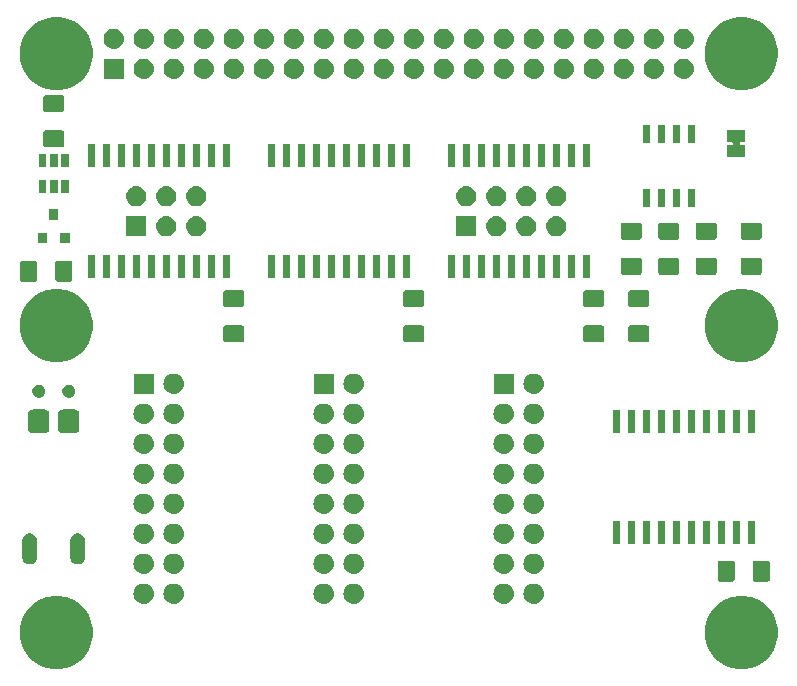
<source format=gbr>
G04 #@! TF.GenerationSoftware,KiCad,Pcbnew,5.0.2-bee76a0~70~ubuntu18.04.1*
G04 #@! TF.CreationDate,2019-04-09T16:07:38-04:00*
G04 #@! TF.ProjectId,rpi-rgb-led-matrix-nonhat,7270692d-7267-4622-9d6c-65642d6d6174,1.2*
G04 #@! TF.SameCoordinates,Original*
G04 #@! TF.FileFunction,Soldermask,Top*
G04 #@! TF.FilePolarity,Negative*
%FSLAX46Y46*%
G04 Gerber Fmt 4.6, Leading zero omitted, Abs format (unit mm)*
G04 Created by KiCad (PCBNEW 5.0.2-bee76a0~70~ubuntu18.04.1) date Tue 09 Apr 2019 16:07:38 EDT*
%MOMM*%
%LPD*%
G01*
G04 APERTURE LIST*
%ADD10C,0.100000*%
G04 APERTURE END LIST*
D10*
G36*
X53834599Y-44709421D02*
X54034237Y-44749131D01*
X54598401Y-44982815D01*
X55106135Y-45322072D01*
X55537928Y-45753865D01*
X55877185Y-46261599D01*
X56110869Y-46825763D01*
X56230000Y-47424677D01*
X56230000Y-48035323D01*
X56110869Y-48634237D01*
X55877185Y-49198401D01*
X55537928Y-49706135D01*
X55106135Y-50137928D01*
X54598401Y-50477185D01*
X54034237Y-50710869D01*
X53834599Y-50750579D01*
X53435325Y-50830000D01*
X52824675Y-50830000D01*
X52425401Y-50750579D01*
X52225763Y-50710869D01*
X51661599Y-50477185D01*
X51153865Y-50137928D01*
X50722072Y-49706135D01*
X50382815Y-49198401D01*
X50149131Y-48634237D01*
X50030000Y-48035323D01*
X50030000Y-47424677D01*
X50149131Y-46825763D01*
X50382815Y-46261599D01*
X50722072Y-45753865D01*
X51153865Y-45322072D01*
X51661599Y-44982815D01*
X52225763Y-44749131D01*
X52425401Y-44709421D01*
X52824675Y-44630000D01*
X53435325Y-44630000D01*
X53834599Y-44709421D01*
X53834599Y-44709421D01*
G37*
G36*
X-4165401Y-44709421D02*
X-3965763Y-44749131D01*
X-3401599Y-44982815D01*
X-2893865Y-45322072D01*
X-2462072Y-45753865D01*
X-2122815Y-46261599D01*
X-1889131Y-46825763D01*
X-1770000Y-47424677D01*
X-1770000Y-48035323D01*
X-1889131Y-48634237D01*
X-2122815Y-49198401D01*
X-2462072Y-49706135D01*
X-2893865Y-50137928D01*
X-3401599Y-50477185D01*
X-3965763Y-50710869D01*
X-4165401Y-50750579D01*
X-4564675Y-50830000D01*
X-5175325Y-50830000D01*
X-5574599Y-50750579D01*
X-5774237Y-50710869D01*
X-6338401Y-50477185D01*
X-6846135Y-50137928D01*
X-7277928Y-49706135D01*
X-7617185Y-49198401D01*
X-7850869Y-48634237D01*
X-7970000Y-48035323D01*
X-7970000Y-47424677D01*
X-7850869Y-46825763D01*
X-7617185Y-46261599D01*
X-7277928Y-45753865D01*
X-6846135Y-45322072D01*
X-6338401Y-44982815D01*
X-5774237Y-44749131D01*
X-5574599Y-44709421D01*
X-5175325Y-44630000D01*
X-4564675Y-44630000D01*
X-4165401Y-44709421D01*
X-4165401Y-44709421D01*
G37*
G36*
X33104712Y-43590565D02*
X33189295Y-43598896D01*
X33309727Y-43635429D01*
X33352088Y-43648279D01*
X33502112Y-43728468D01*
X33633612Y-43836388D01*
X33741532Y-43967888D01*
X33821721Y-44117912D01*
X33821722Y-44117916D01*
X33871104Y-44280705D01*
X33887778Y-44450000D01*
X33871104Y-44619295D01*
X33834571Y-44739727D01*
X33821721Y-44782088D01*
X33741532Y-44932112D01*
X33633612Y-45063612D01*
X33502112Y-45171532D01*
X33352088Y-45251721D01*
X33309727Y-45264571D01*
X33189295Y-45301104D01*
X33104712Y-45309435D01*
X33062421Y-45313600D01*
X32977579Y-45313600D01*
X32935288Y-45309435D01*
X32850705Y-45301104D01*
X32730273Y-45264571D01*
X32687912Y-45251721D01*
X32537888Y-45171532D01*
X32406388Y-45063612D01*
X32298468Y-44932112D01*
X32218279Y-44782088D01*
X32205429Y-44739727D01*
X32168896Y-44619295D01*
X32152222Y-44450000D01*
X32168896Y-44280705D01*
X32218278Y-44117916D01*
X32218279Y-44117912D01*
X32298468Y-43967888D01*
X32406388Y-43836388D01*
X32537888Y-43728468D01*
X32687912Y-43648279D01*
X32730273Y-43635429D01*
X32850705Y-43598896D01*
X32935288Y-43590565D01*
X32977579Y-43586400D01*
X33062421Y-43586400D01*
X33104712Y-43590565D01*
X33104712Y-43590565D01*
G37*
G36*
X5164712Y-43590565D02*
X5249295Y-43598896D01*
X5369727Y-43635429D01*
X5412088Y-43648279D01*
X5562112Y-43728468D01*
X5693612Y-43836388D01*
X5801532Y-43967888D01*
X5881721Y-44117912D01*
X5881722Y-44117916D01*
X5931104Y-44280705D01*
X5947778Y-44450000D01*
X5931104Y-44619295D01*
X5894571Y-44739727D01*
X5881721Y-44782088D01*
X5801532Y-44932112D01*
X5693612Y-45063612D01*
X5562112Y-45171532D01*
X5412088Y-45251721D01*
X5369727Y-45264571D01*
X5249295Y-45301104D01*
X5164712Y-45309435D01*
X5122421Y-45313600D01*
X5037579Y-45313600D01*
X4995288Y-45309435D01*
X4910705Y-45301104D01*
X4790273Y-45264571D01*
X4747912Y-45251721D01*
X4597888Y-45171532D01*
X4466388Y-45063612D01*
X4358468Y-44932112D01*
X4278279Y-44782088D01*
X4265429Y-44739727D01*
X4228896Y-44619295D01*
X4212222Y-44450000D01*
X4228896Y-44280705D01*
X4278278Y-44117916D01*
X4278279Y-44117912D01*
X4358468Y-43967888D01*
X4466388Y-43836388D01*
X4597888Y-43728468D01*
X4747912Y-43648279D01*
X4790273Y-43635429D01*
X4910705Y-43598896D01*
X4995288Y-43590565D01*
X5037579Y-43586400D01*
X5122421Y-43586400D01*
X5164712Y-43590565D01*
X5164712Y-43590565D01*
G37*
G36*
X2624712Y-43590565D02*
X2709295Y-43598896D01*
X2829727Y-43635429D01*
X2872088Y-43648279D01*
X3022112Y-43728468D01*
X3153612Y-43836388D01*
X3261532Y-43967888D01*
X3341721Y-44117912D01*
X3341722Y-44117916D01*
X3391104Y-44280705D01*
X3407778Y-44450000D01*
X3391104Y-44619295D01*
X3354571Y-44739727D01*
X3341721Y-44782088D01*
X3261532Y-44932112D01*
X3153612Y-45063612D01*
X3022112Y-45171532D01*
X2872088Y-45251721D01*
X2829727Y-45264571D01*
X2709295Y-45301104D01*
X2624712Y-45309435D01*
X2582421Y-45313600D01*
X2497579Y-45313600D01*
X2455288Y-45309435D01*
X2370705Y-45301104D01*
X2250273Y-45264571D01*
X2207912Y-45251721D01*
X2057888Y-45171532D01*
X1926388Y-45063612D01*
X1818468Y-44932112D01*
X1738279Y-44782088D01*
X1725429Y-44739727D01*
X1688896Y-44619295D01*
X1672222Y-44450000D01*
X1688896Y-44280705D01*
X1738278Y-44117916D01*
X1738279Y-44117912D01*
X1818468Y-43967888D01*
X1926388Y-43836388D01*
X2057888Y-43728468D01*
X2207912Y-43648279D01*
X2250273Y-43635429D01*
X2370705Y-43598896D01*
X2455288Y-43590565D01*
X2497579Y-43586400D01*
X2582421Y-43586400D01*
X2624712Y-43590565D01*
X2624712Y-43590565D01*
G37*
G36*
X20404712Y-43590565D02*
X20489295Y-43598896D01*
X20609727Y-43635429D01*
X20652088Y-43648279D01*
X20802112Y-43728468D01*
X20933612Y-43836388D01*
X21041532Y-43967888D01*
X21121721Y-44117912D01*
X21121722Y-44117916D01*
X21171104Y-44280705D01*
X21187778Y-44450000D01*
X21171104Y-44619295D01*
X21134571Y-44739727D01*
X21121721Y-44782088D01*
X21041532Y-44932112D01*
X20933612Y-45063612D01*
X20802112Y-45171532D01*
X20652088Y-45251721D01*
X20609727Y-45264571D01*
X20489295Y-45301104D01*
X20404712Y-45309435D01*
X20362421Y-45313600D01*
X20277579Y-45313600D01*
X20235288Y-45309435D01*
X20150705Y-45301104D01*
X20030273Y-45264571D01*
X19987912Y-45251721D01*
X19837888Y-45171532D01*
X19706388Y-45063612D01*
X19598468Y-44932112D01*
X19518279Y-44782088D01*
X19505429Y-44739727D01*
X19468896Y-44619295D01*
X19452222Y-44450000D01*
X19468896Y-44280705D01*
X19518278Y-44117916D01*
X19518279Y-44117912D01*
X19598468Y-43967888D01*
X19706388Y-43836388D01*
X19837888Y-43728468D01*
X19987912Y-43648279D01*
X20030273Y-43635429D01*
X20150705Y-43598896D01*
X20235288Y-43590565D01*
X20277579Y-43586400D01*
X20362421Y-43586400D01*
X20404712Y-43590565D01*
X20404712Y-43590565D01*
G37*
G36*
X17864712Y-43590565D02*
X17949295Y-43598896D01*
X18069727Y-43635429D01*
X18112088Y-43648279D01*
X18262112Y-43728468D01*
X18393612Y-43836388D01*
X18501532Y-43967888D01*
X18581721Y-44117912D01*
X18581722Y-44117916D01*
X18631104Y-44280705D01*
X18647778Y-44450000D01*
X18631104Y-44619295D01*
X18594571Y-44739727D01*
X18581721Y-44782088D01*
X18501532Y-44932112D01*
X18393612Y-45063612D01*
X18262112Y-45171532D01*
X18112088Y-45251721D01*
X18069727Y-45264571D01*
X17949295Y-45301104D01*
X17864712Y-45309435D01*
X17822421Y-45313600D01*
X17737579Y-45313600D01*
X17695288Y-45309435D01*
X17610705Y-45301104D01*
X17490273Y-45264571D01*
X17447912Y-45251721D01*
X17297888Y-45171532D01*
X17166388Y-45063612D01*
X17058468Y-44932112D01*
X16978279Y-44782088D01*
X16965429Y-44739727D01*
X16928896Y-44619295D01*
X16912222Y-44450000D01*
X16928896Y-44280705D01*
X16978278Y-44117916D01*
X16978279Y-44117912D01*
X17058468Y-43967888D01*
X17166388Y-43836388D01*
X17297888Y-43728468D01*
X17447912Y-43648279D01*
X17490273Y-43635429D01*
X17610705Y-43598896D01*
X17695288Y-43590565D01*
X17737579Y-43586400D01*
X17822421Y-43586400D01*
X17864712Y-43590565D01*
X17864712Y-43590565D01*
G37*
G36*
X35644712Y-43590565D02*
X35729295Y-43598896D01*
X35849727Y-43635429D01*
X35892088Y-43648279D01*
X36042112Y-43728468D01*
X36173612Y-43836388D01*
X36281532Y-43967888D01*
X36361721Y-44117912D01*
X36361722Y-44117916D01*
X36411104Y-44280705D01*
X36427778Y-44450000D01*
X36411104Y-44619295D01*
X36374571Y-44739727D01*
X36361721Y-44782088D01*
X36281532Y-44932112D01*
X36173612Y-45063612D01*
X36042112Y-45171532D01*
X35892088Y-45251721D01*
X35849727Y-45264571D01*
X35729295Y-45301104D01*
X35644712Y-45309435D01*
X35602421Y-45313600D01*
X35517579Y-45313600D01*
X35475288Y-45309435D01*
X35390705Y-45301104D01*
X35270273Y-45264571D01*
X35227912Y-45251721D01*
X35077888Y-45171532D01*
X34946388Y-45063612D01*
X34838468Y-44932112D01*
X34758279Y-44782088D01*
X34745429Y-44739727D01*
X34708896Y-44619295D01*
X34692222Y-44450000D01*
X34708896Y-44280705D01*
X34758278Y-44117916D01*
X34758279Y-44117912D01*
X34838468Y-43967888D01*
X34946388Y-43836388D01*
X35077888Y-43728468D01*
X35227912Y-43648279D01*
X35270273Y-43635429D01*
X35390705Y-43598896D01*
X35475288Y-43590565D01*
X35517579Y-43586400D01*
X35602421Y-43586400D01*
X35644712Y-43590565D01*
X35644712Y-43590565D01*
G37*
G36*
X55403964Y-41673837D02*
X55435528Y-41683412D01*
X55464617Y-41698960D01*
X55490114Y-41719886D01*
X55511040Y-41745383D01*
X55526588Y-41774472D01*
X55536163Y-41806036D01*
X55540000Y-41844998D01*
X55540000Y-43245002D01*
X55536163Y-43283964D01*
X55526588Y-43315528D01*
X55511040Y-43344617D01*
X55490114Y-43370114D01*
X55464617Y-43391040D01*
X55435528Y-43406588D01*
X55403964Y-43416163D01*
X55365002Y-43420000D01*
X54289998Y-43420000D01*
X54251036Y-43416163D01*
X54219472Y-43406588D01*
X54190383Y-43391040D01*
X54164886Y-43370114D01*
X54143960Y-43344617D01*
X54128412Y-43315528D01*
X54118837Y-43283964D01*
X54115000Y-43245002D01*
X54115000Y-41844998D01*
X54118837Y-41806036D01*
X54128412Y-41774472D01*
X54143960Y-41745383D01*
X54164886Y-41719886D01*
X54190383Y-41698960D01*
X54219472Y-41683412D01*
X54251036Y-41673837D01*
X54289998Y-41670000D01*
X55365002Y-41670000D01*
X55403964Y-41673837D01*
X55403964Y-41673837D01*
G37*
G36*
X52428964Y-41673837D02*
X52460528Y-41683412D01*
X52489617Y-41698960D01*
X52515114Y-41719886D01*
X52536040Y-41745383D01*
X52551588Y-41774472D01*
X52561163Y-41806036D01*
X52565000Y-41844998D01*
X52565000Y-43245002D01*
X52561163Y-43283964D01*
X52551588Y-43315528D01*
X52536040Y-43344617D01*
X52515114Y-43370114D01*
X52489617Y-43391040D01*
X52460528Y-43406588D01*
X52428964Y-43416163D01*
X52390002Y-43420000D01*
X51314998Y-43420000D01*
X51276036Y-43416163D01*
X51244472Y-43406588D01*
X51215383Y-43391040D01*
X51189886Y-43370114D01*
X51168960Y-43344617D01*
X51153412Y-43315528D01*
X51143837Y-43283964D01*
X51140000Y-43245002D01*
X51140000Y-41844998D01*
X51143837Y-41806036D01*
X51153412Y-41774472D01*
X51168960Y-41745383D01*
X51189886Y-41719886D01*
X51215383Y-41698960D01*
X51244472Y-41683412D01*
X51276036Y-41673837D01*
X51314998Y-41670000D01*
X52390002Y-41670000D01*
X52428964Y-41673837D01*
X52428964Y-41673837D01*
G37*
G36*
X5164712Y-41050565D02*
X5249295Y-41058896D01*
X5369727Y-41095429D01*
X5412088Y-41108279D01*
X5562112Y-41188468D01*
X5693612Y-41296388D01*
X5801532Y-41427888D01*
X5881721Y-41577912D01*
X5881722Y-41577916D01*
X5931104Y-41740705D01*
X5947778Y-41910000D01*
X5931104Y-42079295D01*
X5894571Y-42199727D01*
X5881721Y-42242088D01*
X5801532Y-42392112D01*
X5693612Y-42523612D01*
X5562112Y-42631532D01*
X5412088Y-42711721D01*
X5369727Y-42724571D01*
X5249295Y-42761104D01*
X5164712Y-42769435D01*
X5122421Y-42773600D01*
X5037579Y-42773600D01*
X4995288Y-42769435D01*
X4910705Y-42761104D01*
X4790273Y-42724571D01*
X4747912Y-42711721D01*
X4597888Y-42631532D01*
X4466388Y-42523612D01*
X4358468Y-42392112D01*
X4278279Y-42242088D01*
X4265429Y-42199727D01*
X4228896Y-42079295D01*
X4212222Y-41910000D01*
X4228896Y-41740705D01*
X4278278Y-41577916D01*
X4278279Y-41577912D01*
X4358468Y-41427888D01*
X4466388Y-41296388D01*
X4597888Y-41188468D01*
X4747912Y-41108279D01*
X4790273Y-41095429D01*
X4910705Y-41058896D01*
X4995288Y-41050565D01*
X5037579Y-41046400D01*
X5122421Y-41046400D01*
X5164712Y-41050565D01*
X5164712Y-41050565D01*
G37*
G36*
X20404712Y-41050565D02*
X20489295Y-41058896D01*
X20609727Y-41095429D01*
X20652088Y-41108279D01*
X20802112Y-41188468D01*
X20933612Y-41296388D01*
X21041532Y-41427888D01*
X21121721Y-41577912D01*
X21121722Y-41577916D01*
X21171104Y-41740705D01*
X21187778Y-41910000D01*
X21171104Y-42079295D01*
X21134571Y-42199727D01*
X21121721Y-42242088D01*
X21041532Y-42392112D01*
X20933612Y-42523612D01*
X20802112Y-42631532D01*
X20652088Y-42711721D01*
X20609727Y-42724571D01*
X20489295Y-42761104D01*
X20404712Y-42769435D01*
X20362421Y-42773600D01*
X20277579Y-42773600D01*
X20235288Y-42769435D01*
X20150705Y-42761104D01*
X20030273Y-42724571D01*
X19987912Y-42711721D01*
X19837888Y-42631532D01*
X19706388Y-42523612D01*
X19598468Y-42392112D01*
X19518279Y-42242088D01*
X19505429Y-42199727D01*
X19468896Y-42079295D01*
X19452222Y-41910000D01*
X19468896Y-41740705D01*
X19518278Y-41577916D01*
X19518279Y-41577912D01*
X19598468Y-41427888D01*
X19706388Y-41296388D01*
X19837888Y-41188468D01*
X19987912Y-41108279D01*
X20030273Y-41095429D01*
X20150705Y-41058896D01*
X20235288Y-41050565D01*
X20277579Y-41046400D01*
X20362421Y-41046400D01*
X20404712Y-41050565D01*
X20404712Y-41050565D01*
G37*
G36*
X17864712Y-41050565D02*
X17949295Y-41058896D01*
X18069727Y-41095429D01*
X18112088Y-41108279D01*
X18262112Y-41188468D01*
X18393612Y-41296388D01*
X18501532Y-41427888D01*
X18581721Y-41577912D01*
X18581722Y-41577916D01*
X18631104Y-41740705D01*
X18647778Y-41910000D01*
X18631104Y-42079295D01*
X18594571Y-42199727D01*
X18581721Y-42242088D01*
X18501532Y-42392112D01*
X18393612Y-42523612D01*
X18262112Y-42631532D01*
X18112088Y-42711721D01*
X18069727Y-42724571D01*
X17949295Y-42761104D01*
X17864712Y-42769435D01*
X17822421Y-42773600D01*
X17737579Y-42773600D01*
X17695288Y-42769435D01*
X17610705Y-42761104D01*
X17490273Y-42724571D01*
X17447912Y-42711721D01*
X17297888Y-42631532D01*
X17166388Y-42523612D01*
X17058468Y-42392112D01*
X16978279Y-42242088D01*
X16965429Y-42199727D01*
X16928896Y-42079295D01*
X16912222Y-41910000D01*
X16928896Y-41740705D01*
X16978278Y-41577916D01*
X16978279Y-41577912D01*
X17058468Y-41427888D01*
X17166388Y-41296388D01*
X17297888Y-41188468D01*
X17447912Y-41108279D01*
X17490273Y-41095429D01*
X17610705Y-41058896D01*
X17695288Y-41050565D01*
X17737579Y-41046400D01*
X17822421Y-41046400D01*
X17864712Y-41050565D01*
X17864712Y-41050565D01*
G37*
G36*
X2624712Y-41050565D02*
X2709295Y-41058896D01*
X2829727Y-41095429D01*
X2872088Y-41108279D01*
X3022112Y-41188468D01*
X3153612Y-41296388D01*
X3261532Y-41427888D01*
X3341721Y-41577912D01*
X3341722Y-41577916D01*
X3391104Y-41740705D01*
X3407778Y-41910000D01*
X3391104Y-42079295D01*
X3354571Y-42199727D01*
X3341721Y-42242088D01*
X3261532Y-42392112D01*
X3153612Y-42523612D01*
X3022112Y-42631532D01*
X2872088Y-42711721D01*
X2829727Y-42724571D01*
X2709295Y-42761104D01*
X2624712Y-42769435D01*
X2582421Y-42773600D01*
X2497579Y-42773600D01*
X2455288Y-42769435D01*
X2370705Y-42761104D01*
X2250273Y-42724571D01*
X2207912Y-42711721D01*
X2057888Y-42631532D01*
X1926388Y-42523612D01*
X1818468Y-42392112D01*
X1738279Y-42242088D01*
X1725429Y-42199727D01*
X1688896Y-42079295D01*
X1672222Y-41910000D01*
X1688896Y-41740705D01*
X1738278Y-41577916D01*
X1738279Y-41577912D01*
X1818468Y-41427888D01*
X1926388Y-41296388D01*
X2057888Y-41188468D01*
X2207912Y-41108279D01*
X2250273Y-41095429D01*
X2370705Y-41058896D01*
X2455288Y-41050565D01*
X2497579Y-41046400D01*
X2582421Y-41046400D01*
X2624712Y-41050565D01*
X2624712Y-41050565D01*
G37*
G36*
X33104712Y-41050565D02*
X33189295Y-41058896D01*
X33309727Y-41095429D01*
X33352088Y-41108279D01*
X33502112Y-41188468D01*
X33633612Y-41296388D01*
X33741532Y-41427888D01*
X33821721Y-41577912D01*
X33821722Y-41577916D01*
X33871104Y-41740705D01*
X33887778Y-41910000D01*
X33871104Y-42079295D01*
X33834571Y-42199727D01*
X33821721Y-42242088D01*
X33741532Y-42392112D01*
X33633612Y-42523612D01*
X33502112Y-42631532D01*
X33352088Y-42711721D01*
X33309727Y-42724571D01*
X33189295Y-42761104D01*
X33104712Y-42769435D01*
X33062421Y-42773600D01*
X32977579Y-42773600D01*
X32935288Y-42769435D01*
X32850705Y-42761104D01*
X32730273Y-42724571D01*
X32687912Y-42711721D01*
X32537888Y-42631532D01*
X32406388Y-42523612D01*
X32298468Y-42392112D01*
X32218279Y-42242088D01*
X32205429Y-42199727D01*
X32168896Y-42079295D01*
X32152222Y-41910000D01*
X32168896Y-41740705D01*
X32218278Y-41577916D01*
X32218279Y-41577912D01*
X32298468Y-41427888D01*
X32406388Y-41296388D01*
X32537888Y-41188468D01*
X32687912Y-41108279D01*
X32730273Y-41095429D01*
X32850705Y-41058896D01*
X32935288Y-41050565D01*
X32977579Y-41046400D01*
X33062421Y-41046400D01*
X33104712Y-41050565D01*
X33104712Y-41050565D01*
G37*
G36*
X35644712Y-41050565D02*
X35729295Y-41058896D01*
X35849727Y-41095429D01*
X35892088Y-41108279D01*
X36042112Y-41188468D01*
X36173612Y-41296388D01*
X36281532Y-41427888D01*
X36361721Y-41577912D01*
X36361722Y-41577916D01*
X36411104Y-41740705D01*
X36427778Y-41910000D01*
X36411104Y-42079295D01*
X36374571Y-42199727D01*
X36361721Y-42242088D01*
X36281532Y-42392112D01*
X36173612Y-42523612D01*
X36042112Y-42631532D01*
X35892088Y-42711721D01*
X35849727Y-42724571D01*
X35729295Y-42761104D01*
X35644712Y-42769435D01*
X35602421Y-42773600D01*
X35517579Y-42773600D01*
X35475288Y-42769435D01*
X35390705Y-42761104D01*
X35270273Y-42724571D01*
X35227912Y-42711721D01*
X35077888Y-42631532D01*
X34946388Y-42523612D01*
X34838468Y-42392112D01*
X34758279Y-42242088D01*
X34745429Y-42199727D01*
X34708896Y-42079295D01*
X34692222Y-41910000D01*
X34708896Y-41740705D01*
X34758278Y-41577916D01*
X34758279Y-41577912D01*
X34838468Y-41427888D01*
X34946388Y-41296388D01*
X35077888Y-41188468D01*
X35227912Y-41108279D01*
X35270273Y-41095429D01*
X35390705Y-41058896D01*
X35475288Y-41050565D01*
X35517579Y-41046400D01*
X35602421Y-41046400D01*
X35644712Y-41050565D01*
X35644712Y-41050565D01*
G37*
G36*
X-2932003Y-39348280D02*
X-2920578Y-39349405D01*
X-2859316Y-39367989D01*
X-2798053Y-39386573D01*
X-2733223Y-39421225D01*
X-2685136Y-39446928D01*
X-2685135Y-39446929D01*
X-2685133Y-39446930D01*
X-2586157Y-39528157D01*
X-2504930Y-39627132D01*
X-2444573Y-39740052D01*
X-2407405Y-39862578D01*
X-2398000Y-39958068D01*
X-2398000Y-41321932D01*
X-2407405Y-41417422D01*
X-2444573Y-41539948D01*
X-2504930Y-41652868D01*
X-2586157Y-41751843D01*
X-2685132Y-41833070D01*
X-2798052Y-41893427D01*
X-2852686Y-41910000D01*
X-2920577Y-41930595D01*
X-2932002Y-41931720D01*
X-3048000Y-41943145D01*
X-3163997Y-41931720D01*
X-3175422Y-41930595D01*
X-3243313Y-41910000D01*
X-3297947Y-41893427D01*
X-3410867Y-41833070D01*
X-3509842Y-41751843D01*
X-3591069Y-41652868D01*
X-3651426Y-41539948D01*
X-3688594Y-41417422D01*
X-3697999Y-41321932D01*
X-3698000Y-39958069D01*
X-3688595Y-39862579D01*
X-3688594Y-39862577D01*
X-3651427Y-39740054D01*
X-3651427Y-39740053D01*
X-3591070Y-39627133D01*
X-3509843Y-39528157D01*
X-3410868Y-39446930D01*
X-3297948Y-39386573D01*
X-3236685Y-39367989D01*
X-3175423Y-39349405D01*
X-3163998Y-39348280D01*
X-3048000Y-39336855D01*
X-2932003Y-39348280D01*
X-2932003Y-39348280D01*
G37*
G36*
X-6996003Y-39348280D02*
X-6984578Y-39349405D01*
X-6923316Y-39367989D01*
X-6862053Y-39386573D01*
X-6797223Y-39421225D01*
X-6749136Y-39446928D01*
X-6749135Y-39446929D01*
X-6749133Y-39446930D01*
X-6650157Y-39528157D01*
X-6568930Y-39627132D01*
X-6508573Y-39740052D01*
X-6471405Y-39862578D01*
X-6462000Y-39958068D01*
X-6462000Y-41321932D01*
X-6471405Y-41417422D01*
X-6508573Y-41539948D01*
X-6568930Y-41652868D01*
X-6650157Y-41751843D01*
X-6749132Y-41833070D01*
X-6862052Y-41893427D01*
X-6916686Y-41910000D01*
X-6984577Y-41930595D01*
X-6996002Y-41931720D01*
X-7112000Y-41943145D01*
X-7227997Y-41931720D01*
X-7239422Y-41930595D01*
X-7307313Y-41910000D01*
X-7361947Y-41893427D01*
X-7474867Y-41833070D01*
X-7573842Y-41751843D01*
X-7655069Y-41652868D01*
X-7715426Y-41539948D01*
X-7752594Y-41417422D01*
X-7761999Y-41321932D01*
X-7762000Y-39958069D01*
X-7752595Y-39862579D01*
X-7752594Y-39862577D01*
X-7715427Y-39740054D01*
X-7715427Y-39740053D01*
X-7655070Y-39627133D01*
X-7573843Y-39528157D01*
X-7474868Y-39446930D01*
X-7361948Y-39386573D01*
X-7300685Y-39367989D01*
X-7239423Y-39349405D01*
X-7227998Y-39348280D01*
X-7112000Y-39336855D01*
X-6996003Y-39348280D01*
X-6996003Y-39348280D01*
G37*
G36*
X33104712Y-38510565D02*
X33189295Y-38518896D01*
X33309727Y-38555429D01*
X33352088Y-38568279D01*
X33502112Y-38648468D01*
X33633612Y-38756388D01*
X33741532Y-38887888D01*
X33821721Y-39037912D01*
X33821722Y-39037916D01*
X33871104Y-39200705D01*
X33887778Y-39370000D01*
X33871104Y-39539295D01*
X33844459Y-39627132D01*
X33821721Y-39702088D01*
X33741532Y-39852112D01*
X33633612Y-39983612D01*
X33502112Y-40091532D01*
X33352088Y-40171721D01*
X33309727Y-40184571D01*
X33189295Y-40221104D01*
X33104712Y-40229435D01*
X33062421Y-40233600D01*
X32977579Y-40233600D01*
X32935288Y-40229435D01*
X32850705Y-40221104D01*
X32730273Y-40184571D01*
X32687912Y-40171721D01*
X32537888Y-40091532D01*
X32406388Y-39983612D01*
X32298468Y-39852112D01*
X32218279Y-39702088D01*
X32195541Y-39627132D01*
X32168896Y-39539295D01*
X32152222Y-39370000D01*
X32168896Y-39200705D01*
X32218278Y-39037916D01*
X32218279Y-39037912D01*
X32298468Y-38887888D01*
X32406388Y-38756388D01*
X32537888Y-38648468D01*
X32687912Y-38568279D01*
X32730273Y-38555429D01*
X32850705Y-38518896D01*
X32935288Y-38510565D01*
X32977579Y-38506400D01*
X33062421Y-38506400D01*
X33104712Y-38510565D01*
X33104712Y-38510565D01*
G37*
G36*
X2624712Y-38510565D02*
X2709295Y-38518896D01*
X2829727Y-38555429D01*
X2872088Y-38568279D01*
X3022112Y-38648468D01*
X3153612Y-38756388D01*
X3261532Y-38887888D01*
X3341721Y-39037912D01*
X3341722Y-39037916D01*
X3391104Y-39200705D01*
X3407778Y-39370000D01*
X3391104Y-39539295D01*
X3364459Y-39627132D01*
X3341721Y-39702088D01*
X3261532Y-39852112D01*
X3153612Y-39983612D01*
X3022112Y-40091532D01*
X2872088Y-40171721D01*
X2829727Y-40184571D01*
X2709295Y-40221104D01*
X2624712Y-40229435D01*
X2582421Y-40233600D01*
X2497579Y-40233600D01*
X2455288Y-40229435D01*
X2370705Y-40221104D01*
X2250273Y-40184571D01*
X2207912Y-40171721D01*
X2057888Y-40091532D01*
X1926388Y-39983612D01*
X1818468Y-39852112D01*
X1738279Y-39702088D01*
X1715541Y-39627132D01*
X1688896Y-39539295D01*
X1672222Y-39370000D01*
X1688896Y-39200705D01*
X1738278Y-39037916D01*
X1738279Y-39037912D01*
X1818468Y-38887888D01*
X1926388Y-38756388D01*
X2057888Y-38648468D01*
X2207912Y-38568279D01*
X2250273Y-38555429D01*
X2370705Y-38518896D01*
X2455288Y-38510565D01*
X2497579Y-38506400D01*
X2582421Y-38506400D01*
X2624712Y-38510565D01*
X2624712Y-38510565D01*
G37*
G36*
X35644712Y-38510565D02*
X35729295Y-38518896D01*
X35849727Y-38555429D01*
X35892088Y-38568279D01*
X36042112Y-38648468D01*
X36173612Y-38756388D01*
X36281532Y-38887888D01*
X36361721Y-39037912D01*
X36361722Y-39037916D01*
X36411104Y-39200705D01*
X36427778Y-39370000D01*
X36411104Y-39539295D01*
X36384459Y-39627132D01*
X36361721Y-39702088D01*
X36281532Y-39852112D01*
X36173612Y-39983612D01*
X36042112Y-40091532D01*
X35892088Y-40171721D01*
X35849727Y-40184571D01*
X35729295Y-40221104D01*
X35644712Y-40229435D01*
X35602421Y-40233600D01*
X35517579Y-40233600D01*
X35475288Y-40229435D01*
X35390705Y-40221104D01*
X35270273Y-40184571D01*
X35227912Y-40171721D01*
X35077888Y-40091532D01*
X34946388Y-39983612D01*
X34838468Y-39852112D01*
X34758279Y-39702088D01*
X34735541Y-39627132D01*
X34708896Y-39539295D01*
X34692222Y-39370000D01*
X34708896Y-39200705D01*
X34758278Y-39037916D01*
X34758279Y-39037912D01*
X34838468Y-38887888D01*
X34946388Y-38756388D01*
X35077888Y-38648468D01*
X35227912Y-38568279D01*
X35270273Y-38555429D01*
X35390705Y-38518896D01*
X35475288Y-38510565D01*
X35517579Y-38506400D01*
X35602421Y-38506400D01*
X35644712Y-38510565D01*
X35644712Y-38510565D01*
G37*
G36*
X5164712Y-38510565D02*
X5249295Y-38518896D01*
X5369727Y-38555429D01*
X5412088Y-38568279D01*
X5562112Y-38648468D01*
X5693612Y-38756388D01*
X5801532Y-38887888D01*
X5881721Y-39037912D01*
X5881722Y-39037916D01*
X5931104Y-39200705D01*
X5947778Y-39370000D01*
X5931104Y-39539295D01*
X5904459Y-39627132D01*
X5881721Y-39702088D01*
X5801532Y-39852112D01*
X5693612Y-39983612D01*
X5562112Y-40091532D01*
X5412088Y-40171721D01*
X5369727Y-40184571D01*
X5249295Y-40221104D01*
X5164712Y-40229435D01*
X5122421Y-40233600D01*
X5037579Y-40233600D01*
X4995288Y-40229435D01*
X4910705Y-40221104D01*
X4790273Y-40184571D01*
X4747912Y-40171721D01*
X4597888Y-40091532D01*
X4466388Y-39983612D01*
X4358468Y-39852112D01*
X4278279Y-39702088D01*
X4255541Y-39627132D01*
X4228896Y-39539295D01*
X4212222Y-39370000D01*
X4228896Y-39200705D01*
X4278278Y-39037916D01*
X4278279Y-39037912D01*
X4358468Y-38887888D01*
X4466388Y-38756388D01*
X4597888Y-38648468D01*
X4747912Y-38568279D01*
X4790273Y-38555429D01*
X4910705Y-38518896D01*
X4995288Y-38510565D01*
X5037579Y-38506400D01*
X5122421Y-38506400D01*
X5164712Y-38510565D01*
X5164712Y-38510565D01*
G37*
G36*
X17864712Y-38510565D02*
X17949295Y-38518896D01*
X18069727Y-38555429D01*
X18112088Y-38568279D01*
X18262112Y-38648468D01*
X18393612Y-38756388D01*
X18501532Y-38887888D01*
X18581721Y-39037912D01*
X18581722Y-39037916D01*
X18631104Y-39200705D01*
X18647778Y-39370000D01*
X18631104Y-39539295D01*
X18604459Y-39627132D01*
X18581721Y-39702088D01*
X18501532Y-39852112D01*
X18393612Y-39983612D01*
X18262112Y-40091532D01*
X18112088Y-40171721D01*
X18069727Y-40184571D01*
X17949295Y-40221104D01*
X17864712Y-40229435D01*
X17822421Y-40233600D01*
X17737579Y-40233600D01*
X17695288Y-40229435D01*
X17610705Y-40221104D01*
X17490273Y-40184571D01*
X17447912Y-40171721D01*
X17297888Y-40091532D01*
X17166388Y-39983612D01*
X17058468Y-39852112D01*
X16978279Y-39702088D01*
X16955541Y-39627132D01*
X16928896Y-39539295D01*
X16912222Y-39370000D01*
X16928896Y-39200705D01*
X16978278Y-39037916D01*
X16978279Y-39037912D01*
X17058468Y-38887888D01*
X17166388Y-38756388D01*
X17297888Y-38648468D01*
X17447912Y-38568279D01*
X17490273Y-38555429D01*
X17610705Y-38518896D01*
X17695288Y-38510565D01*
X17737579Y-38506400D01*
X17822421Y-38506400D01*
X17864712Y-38510565D01*
X17864712Y-38510565D01*
G37*
G36*
X20404712Y-38510565D02*
X20489295Y-38518896D01*
X20609727Y-38555429D01*
X20652088Y-38568279D01*
X20802112Y-38648468D01*
X20933612Y-38756388D01*
X21041532Y-38887888D01*
X21121721Y-39037912D01*
X21121722Y-39037916D01*
X21171104Y-39200705D01*
X21187778Y-39370000D01*
X21171104Y-39539295D01*
X21144459Y-39627132D01*
X21121721Y-39702088D01*
X21041532Y-39852112D01*
X20933612Y-39983612D01*
X20802112Y-40091532D01*
X20652088Y-40171721D01*
X20609727Y-40184571D01*
X20489295Y-40221104D01*
X20404712Y-40229435D01*
X20362421Y-40233600D01*
X20277579Y-40233600D01*
X20235288Y-40229435D01*
X20150705Y-40221104D01*
X20030273Y-40184571D01*
X19987912Y-40171721D01*
X19837888Y-40091532D01*
X19706388Y-39983612D01*
X19598468Y-39852112D01*
X19518279Y-39702088D01*
X19495541Y-39627132D01*
X19468896Y-39539295D01*
X19452222Y-39370000D01*
X19468896Y-39200705D01*
X19518278Y-39037916D01*
X19518279Y-39037912D01*
X19598468Y-38887888D01*
X19706388Y-38756388D01*
X19837888Y-38648468D01*
X19987912Y-38568279D01*
X20030273Y-38555429D01*
X20150705Y-38518896D01*
X20235288Y-38510565D01*
X20277579Y-38506400D01*
X20362421Y-38506400D01*
X20404712Y-38510565D01*
X20404712Y-38510565D01*
G37*
G36*
X46655000Y-40219000D02*
X46055000Y-40219000D01*
X46055000Y-38269000D01*
X46655000Y-38269000D01*
X46655000Y-40219000D01*
X46655000Y-40219000D01*
G37*
G36*
X54275000Y-40219000D02*
X53675000Y-40219000D01*
X53675000Y-38269000D01*
X54275000Y-38269000D01*
X54275000Y-40219000D01*
X54275000Y-40219000D01*
G37*
G36*
X53005000Y-40219000D02*
X52405000Y-40219000D01*
X52405000Y-38269000D01*
X53005000Y-38269000D01*
X53005000Y-40219000D01*
X53005000Y-40219000D01*
G37*
G36*
X51735000Y-40219000D02*
X51135000Y-40219000D01*
X51135000Y-38269000D01*
X51735000Y-38269000D01*
X51735000Y-40219000D01*
X51735000Y-40219000D01*
G37*
G36*
X50465000Y-40219000D02*
X49865000Y-40219000D01*
X49865000Y-38269000D01*
X50465000Y-38269000D01*
X50465000Y-40219000D01*
X50465000Y-40219000D01*
G37*
G36*
X47925000Y-40219000D02*
X47325000Y-40219000D01*
X47325000Y-38269000D01*
X47925000Y-38269000D01*
X47925000Y-40219000D01*
X47925000Y-40219000D01*
G37*
G36*
X45385000Y-40219000D02*
X44785000Y-40219000D01*
X44785000Y-38269000D01*
X45385000Y-38269000D01*
X45385000Y-40219000D01*
X45385000Y-40219000D01*
G37*
G36*
X44115000Y-40219000D02*
X43515000Y-40219000D01*
X43515000Y-38269000D01*
X44115000Y-38269000D01*
X44115000Y-40219000D01*
X44115000Y-40219000D01*
G37*
G36*
X42845000Y-40219000D02*
X42245000Y-40219000D01*
X42245000Y-38269000D01*
X42845000Y-38269000D01*
X42845000Y-40219000D01*
X42845000Y-40219000D01*
G37*
G36*
X49195000Y-40219000D02*
X48595000Y-40219000D01*
X48595000Y-38269000D01*
X49195000Y-38269000D01*
X49195000Y-40219000D01*
X49195000Y-40219000D01*
G37*
G36*
X20404712Y-35970565D02*
X20489295Y-35978896D01*
X20609727Y-36015429D01*
X20652088Y-36028279D01*
X20802112Y-36108468D01*
X20933612Y-36216388D01*
X21041532Y-36347888D01*
X21121721Y-36497912D01*
X21121722Y-36497916D01*
X21171104Y-36660705D01*
X21187778Y-36830000D01*
X21171104Y-36999295D01*
X21134571Y-37119727D01*
X21121721Y-37162088D01*
X21041532Y-37312112D01*
X20933612Y-37443612D01*
X20802112Y-37551532D01*
X20652088Y-37631721D01*
X20609727Y-37644571D01*
X20489295Y-37681104D01*
X20404712Y-37689435D01*
X20362421Y-37693600D01*
X20277579Y-37693600D01*
X20235288Y-37689435D01*
X20150705Y-37681104D01*
X20030273Y-37644571D01*
X19987912Y-37631721D01*
X19837888Y-37551532D01*
X19706388Y-37443612D01*
X19598468Y-37312112D01*
X19518279Y-37162088D01*
X19505429Y-37119727D01*
X19468896Y-36999295D01*
X19452222Y-36830000D01*
X19468896Y-36660705D01*
X19518278Y-36497916D01*
X19518279Y-36497912D01*
X19598468Y-36347888D01*
X19706388Y-36216388D01*
X19837888Y-36108468D01*
X19987912Y-36028279D01*
X20030273Y-36015429D01*
X20150705Y-35978896D01*
X20235288Y-35970565D01*
X20277579Y-35966400D01*
X20362421Y-35966400D01*
X20404712Y-35970565D01*
X20404712Y-35970565D01*
G37*
G36*
X17864712Y-35970565D02*
X17949295Y-35978896D01*
X18069727Y-36015429D01*
X18112088Y-36028279D01*
X18262112Y-36108468D01*
X18393612Y-36216388D01*
X18501532Y-36347888D01*
X18581721Y-36497912D01*
X18581722Y-36497916D01*
X18631104Y-36660705D01*
X18647778Y-36830000D01*
X18631104Y-36999295D01*
X18594571Y-37119727D01*
X18581721Y-37162088D01*
X18501532Y-37312112D01*
X18393612Y-37443612D01*
X18262112Y-37551532D01*
X18112088Y-37631721D01*
X18069727Y-37644571D01*
X17949295Y-37681104D01*
X17864712Y-37689435D01*
X17822421Y-37693600D01*
X17737579Y-37693600D01*
X17695288Y-37689435D01*
X17610705Y-37681104D01*
X17490273Y-37644571D01*
X17447912Y-37631721D01*
X17297888Y-37551532D01*
X17166388Y-37443612D01*
X17058468Y-37312112D01*
X16978279Y-37162088D01*
X16965429Y-37119727D01*
X16928896Y-36999295D01*
X16912222Y-36830000D01*
X16928896Y-36660705D01*
X16978278Y-36497916D01*
X16978279Y-36497912D01*
X17058468Y-36347888D01*
X17166388Y-36216388D01*
X17297888Y-36108468D01*
X17447912Y-36028279D01*
X17490273Y-36015429D01*
X17610705Y-35978896D01*
X17695288Y-35970565D01*
X17737579Y-35966400D01*
X17822421Y-35966400D01*
X17864712Y-35970565D01*
X17864712Y-35970565D01*
G37*
G36*
X33104712Y-35970565D02*
X33189295Y-35978896D01*
X33309727Y-36015429D01*
X33352088Y-36028279D01*
X33502112Y-36108468D01*
X33633612Y-36216388D01*
X33741532Y-36347888D01*
X33821721Y-36497912D01*
X33821722Y-36497916D01*
X33871104Y-36660705D01*
X33887778Y-36830000D01*
X33871104Y-36999295D01*
X33834571Y-37119727D01*
X33821721Y-37162088D01*
X33741532Y-37312112D01*
X33633612Y-37443612D01*
X33502112Y-37551532D01*
X33352088Y-37631721D01*
X33309727Y-37644571D01*
X33189295Y-37681104D01*
X33104712Y-37689435D01*
X33062421Y-37693600D01*
X32977579Y-37693600D01*
X32935288Y-37689435D01*
X32850705Y-37681104D01*
X32730273Y-37644571D01*
X32687912Y-37631721D01*
X32537888Y-37551532D01*
X32406388Y-37443612D01*
X32298468Y-37312112D01*
X32218279Y-37162088D01*
X32205429Y-37119727D01*
X32168896Y-36999295D01*
X32152222Y-36830000D01*
X32168896Y-36660705D01*
X32218278Y-36497916D01*
X32218279Y-36497912D01*
X32298468Y-36347888D01*
X32406388Y-36216388D01*
X32537888Y-36108468D01*
X32687912Y-36028279D01*
X32730273Y-36015429D01*
X32850705Y-35978896D01*
X32935288Y-35970565D01*
X32977579Y-35966400D01*
X33062421Y-35966400D01*
X33104712Y-35970565D01*
X33104712Y-35970565D01*
G37*
G36*
X2624712Y-35970565D02*
X2709295Y-35978896D01*
X2829727Y-36015429D01*
X2872088Y-36028279D01*
X3022112Y-36108468D01*
X3153612Y-36216388D01*
X3261532Y-36347888D01*
X3341721Y-36497912D01*
X3341722Y-36497916D01*
X3391104Y-36660705D01*
X3407778Y-36830000D01*
X3391104Y-36999295D01*
X3354571Y-37119727D01*
X3341721Y-37162088D01*
X3261532Y-37312112D01*
X3153612Y-37443612D01*
X3022112Y-37551532D01*
X2872088Y-37631721D01*
X2829727Y-37644571D01*
X2709295Y-37681104D01*
X2624712Y-37689435D01*
X2582421Y-37693600D01*
X2497579Y-37693600D01*
X2455288Y-37689435D01*
X2370705Y-37681104D01*
X2250273Y-37644571D01*
X2207912Y-37631721D01*
X2057888Y-37551532D01*
X1926388Y-37443612D01*
X1818468Y-37312112D01*
X1738279Y-37162088D01*
X1725429Y-37119727D01*
X1688896Y-36999295D01*
X1672222Y-36830000D01*
X1688896Y-36660705D01*
X1738278Y-36497916D01*
X1738279Y-36497912D01*
X1818468Y-36347888D01*
X1926388Y-36216388D01*
X2057888Y-36108468D01*
X2207912Y-36028279D01*
X2250273Y-36015429D01*
X2370705Y-35978896D01*
X2455288Y-35970565D01*
X2497579Y-35966400D01*
X2582421Y-35966400D01*
X2624712Y-35970565D01*
X2624712Y-35970565D01*
G37*
G36*
X5164712Y-35970565D02*
X5249295Y-35978896D01*
X5369727Y-36015429D01*
X5412088Y-36028279D01*
X5562112Y-36108468D01*
X5693612Y-36216388D01*
X5801532Y-36347888D01*
X5881721Y-36497912D01*
X5881722Y-36497916D01*
X5931104Y-36660705D01*
X5947778Y-36830000D01*
X5931104Y-36999295D01*
X5894571Y-37119727D01*
X5881721Y-37162088D01*
X5801532Y-37312112D01*
X5693612Y-37443612D01*
X5562112Y-37551532D01*
X5412088Y-37631721D01*
X5369727Y-37644571D01*
X5249295Y-37681104D01*
X5164712Y-37689435D01*
X5122421Y-37693600D01*
X5037579Y-37693600D01*
X4995288Y-37689435D01*
X4910705Y-37681104D01*
X4790273Y-37644571D01*
X4747912Y-37631721D01*
X4597888Y-37551532D01*
X4466388Y-37443612D01*
X4358468Y-37312112D01*
X4278279Y-37162088D01*
X4265429Y-37119727D01*
X4228896Y-36999295D01*
X4212222Y-36830000D01*
X4228896Y-36660705D01*
X4278278Y-36497916D01*
X4278279Y-36497912D01*
X4358468Y-36347888D01*
X4466388Y-36216388D01*
X4597888Y-36108468D01*
X4747912Y-36028279D01*
X4790273Y-36015429D01*
X4910705Y-35978896D01*
X4995288Y-35970565D01*
X5037579Y-35966400D01*
X5122421Y-35966400D01*
X5164712Y-35970565D01*
X5164712Y-35970565D01*
G37*
G36*
X35644712Y-35970565D02*
X35729295Y-35978896D01*
X35849727Y-36015429D01*
X35892088Y-36028279D01*
X36042112Y-36108468D01*
X36173612Y-36216388D01*
X36281532Y-36347888D01*
X36361721Y-36497912D01*
X36361722Y-36497916D01*
X36411104Y-36660705D01*
X36427778Y-36830000D01*
X36411104Y-36999295D01*
X36374571Y-37119727D01*
X36361721Y-37162088D01*
X36281532Y-37312112D01*
X36173612Y-37443612D01*
X36042112Y-37551532D01*
X35892088Y-37631721D01*
X35849727Y-37644571D01*
X35729295Y-37681104D01*
X35644712Y-37689435D01*
X35602421Y-37693600D01*
X35517579Y-37693600D01*
X35475288Y-37689435D01*
X35390705Y-37681104D01*
X35270273Y-37644571D01*
X35227912Y-37631721D01*
X35077888Y-37551532D01*
X34946388Y-37443612D01*
X34838468Y-37312112D01*
X34758279Y-37162088D01*
X34745429Y-37119727D01*
X34708896Y-36999295D01*
X34692222Y-36830000D01*
X34708896Y-36660705D01*
X34758278Y-36497916D01*
X34758279Y-36497912D01*
X34838468Y-36347888D01*
X34946388Y-36216388D01*
X35077888Y-36108468D01*
X35227912Y-36028279D01*
X35270273Y-36015429D01*
X35390705Y-35978896D01*
X35475288Y-35970565D01*
X35517579Y-35966400D01*
X35602421Y-35966400D01*
X35644712Y-35970565D01*
X35644712Y-35970565D01*
G37*
G36*
X2624712Y-33430565D02*
X2709295Y-33438896D01*
X2829727Y-33475429D01*
X2872088Y-33488279D01*
X3022112Y-33568468D01*
X3153612Y-33676388D01*
X3261532Y-33807888D01*
X3341721Y-33957912D01*
X3341722Y-33957916D01*
X3391104Y-34120705D01*
X3407778Y-34290000D01*
X3391104Y-34459295D01*
X3354571Y-34579727D01*
X3341721Y-34622088D01*
X3261532Y-34772112D01*
X3153612Y-34903612D01*
X3022112Y-35011532D01*
X2872088Y-35091721D01*
X2829727Y-35104571D01*
X2709295Y-35141104D01*
X2624712Y-35149435D01*
X2582421Y-35153600D01*
X2497579Y-35153600D01*
X2455288Y-35149435D01*
X2370705Y-35141104D01*
X2250273Y-35104571D01*
X2207912Y-35091721D01*
X2057888Y-35011532D01*
X1926388Y-34903612D01*
X1818468Y-34772112D01*
X1738279Y-34622088D01*
X1725429Y-34579727D01*
X1688896Y-34459295D01*
X1672222Y-34290000D01*
X1688896Y-34120705D01*
X1738278Y-33957916D01*
X1738279Y-33957912D01*
X1818468Y-33807888D01*
X1926388Y-33676388D01*
X2057888Y-33568468D01*
X2207912Y-33488279D01*
X2250273Y-33475429D01*
X2370705Y-33438896D01*
X2455288Y-33430565D01*
X2497579Y-33426400D01*
X2582421Y-33426400D01*
X2624712Y-33430565D01*
X2624712Y-33430565D01*
G37*
G36*
X20404712Y-33430565D02*
X20489295Y-33438896D01*
X20609727Y-33475429D01*
X20652088Y-33488279D01*
X20802112Y-33568468D01*
X20933612Y-33676388D01*
X21041532Y-33807888D01*
X21121721Y-33957912D01*
X21121722Y-33957916D01*
X21171104Y-34120705D01*
X21187778Y-34290000D01*
X21171104Y-34459295D01*
X21134571Y-34579727D01*
X21121721Y-34622088D01*
X21041532Y-34772112D01*
X20933612Y-34903612D01*
X20802112Y-35011532D01*
X20652088Y-35091721D01*
X20609727Y-35104571D01*
X20489295Y-35141104D01*
X20404712Y-35149435D01*
X20362421Y-35153600D01*
X20277579Y-35153600D01*
X20235288Y-35149435D01*
X20150705Y-35141104D01*
X20030273Y-35104571D01*
X19987912Y-35091721D01*
X19837888Y-35011532D01*
X19706388Y-34903612D01*
X19598468Y-34772112D01*
X19518279Y-34622088D01*
X19505429Y-34579727D01*
X19468896Y-34459295D01*
X19452222Y-34290000D01*
X19468896Y-34120705D01*
X19518278Y-33957916D01*
X19518279Y-33957912D01*
X19598468Y-33807888D01*
X19706388Y-33676388D01*
X19837888Y-33568468D01*
X19987912Y-33488279D01*
X20030273Y-33475429D01*
X20150705Y-33438896D01*
X20235288Y-33430565D01*
X20277579Y-33426400D01*
X20362421Y-33426400D01*
X20404712Y-33430565D01*
X20404712Y-33430565D01*
G37*
G36*
X17864712Y-33430565D02*
X17949295Y-33438896D01*
X18069727Y-33475429D01*
X18112088Y-33488279D01*
X18262112Y-33568468D01*
X18393612Y-33676388D01*
X18501532Y-33807888D01*
X18581721Y-33957912D01*
X18581722Y-33957916D01*
X18631104Y-34120705D01*
X18647778Y-34290000D01*
X18631104Y-34459295D01*
X18594571Y-34579727D01*
X18581721Y-34622088D01*
X18501532Y-34772112D01*
X18393612Y-34903612D01*
X18262112Y-35011532D01*
X18112088Y-35091721D01*
X18069727Y-35104571D01*
X17949295Y-35141104D01*
X17864712Y-35149435D01*
X17822421Y-35153600D01*
X17737579Y-35153600D01*
X17695288Y-35149435D01*
X17610705Y-35141104D01*
X17490273Y-35104571D01*
X17447912Y-35091721D01*
X17297888Y-35011532D01*
X17166388Y-34903612D01*
X17058468Y-34772112D01*
X16978279Y-34622088D01*
X16965429Y-34579727D01*
X16928896Y-34459295D01*
X16912222Y-34290000D01*
X16928896Y-34120705D01*
X16978278Y-33957916D01*
X16978279Y-33957912D01*
X17058468Y-33807888D01*
X17166388Y-33676388D01*
X17297888Y-33568468D01*
X17447912Y-33488279D01*
X17490273Y-33475429D01*
X17610705Y-33438896D01*
X17695288Y-33430565D01*
X17737579Y-33426400D01*
X17822421Y-33426400D01*
X17864712Y-33430565D01*
X17864712Y-33430565D01*
G37*
G36*
X35644712Y-33430565D02*
X35729295Y-33438896D01*
X35849727Y-33475429D01*
X35892088Y-33488279D01*
X36042112Y-33568468D01*
X36173612Y-33676388D01*
X36281532Y-33807888D01*
X36361721Y-33957912D01*
X36361722Y-33957916D01*
X36411104Y-34120705D01*
X36427778Y-34290000D01*
X36411104Y-34459295D01*
X36374571Y-34579727D01*
X36361721Y-34622088D01*
X36281532Y-34772112D01*
X36173612Y-34903612D01*
X36042112Y-35011532D01*
X35892088Y-35091721D01*
X35849727Y-35104571D01*
X35729295Y-35141104D01*
X35644712Y-35149435D01*
X35602421Y-35153600D01*
X35517579Y-35153600D01*
X35475288Y-35149435D01*
X35390705Y-35141104D01*
X35270273Y-35104571D01*
X35227912Y-35091721D01*
X35077888Y-35011532D01*
X34946388Y-34903612D01*
X34838468Y-34772112D01*
X34758279Y-34622088D01*
X34745429Y-34579727D01*
X34708896Y-34459295D01*
X34692222Y-34290000D01*
X34708896Y-34120705D01*
X34758278Y-33957916D01*
X34758279Y-33957912D01*
X34838468Y-33807888D01*
X34946388Y-33676388D01*
X35077888Y-33568468D01*
X35227912Y-33488279D01*
X35270273Y-33475429D01*
X35390705Y-33438896D01*
X35475288Y-33430565D01*
X35517579Y-33426400D01*
X35602421Y-33426400D01*
X35644712Y-33430565D01*
X35644712Y-33430565D01*
G37*
G36*
X33104712Y-33430565D02*
X33189295Y-33438896D01*
X33309727Y-33475429D01*
X33352088Y-33488279D01*
X33502112Y-33568468D01*
X33633612Y-33676388D01*
X33741532Y-33807888D01*
X33821721Y-33957912D01*
X33821722Y-33957916D01*
X33871104Y-34120705D01*
X33887778Y-34290000D01*
X33871104Y-34459295D01*
X33834571Y-34579727D01*
X33821721Y-34622088D01*
X33741532Y-34772112D01*
X33633612Y-34903612D01*
X33502112Y-35011532D01*
X33352088Y-35091721D01*
X33309727Y-35104571D01*
X33189295Y-35141104D01*
X33104712Y-35149435D01*
X33062421Y-35153600D01*
X32977579Y-35153600D01*
X32935288Y-35149435D01*
X32850705Y-35141104D01*
X32730273Y-35104571D01*
X32687912Y-35091721D01*
X32537888Y-35011532D01*
X32406388Y-34903612D01*
X32298468Y-34772112D01*
X32218279Y-34622088D01*
X32205429Y-34579727D01*
X32168896Y-34459295D01*
X32152222Y-34290000D01*
X32168896Y-34120705D01*
X32218278Y-33957916D01*
X32218279Y-33957912D01*
X32298468Y-33807888D01*
X32406388Y-33676388D01*
X32537888Y-33568468D01*
X32687912Y-33488279D01*
X32730273Y-33475429D01*
X32850705Y-33438896D01*
X32935288Y-33430565D01*
X32977579Y-33426400D01*
X33062421Y-33426400D01*
X33104712Y-33430565D01*
X33104712Y-33430565D01*
G37*
G36*
X5164712Y-33430565D02*
X5249295Y-33438896D01*
X5369727Y-33475429D01*
X5412088Y-33488279D01*
X5562112Y-33568468D01*
X5693612Y-33676388D01*
X5801532Y-33807888D01*
X5881721Y-33957912D01*
X5881722Y-33957916D01*
X5931104Y-34120705D01*
X5947778Y-34290000D01*
X5931104Y-34459295D01*
X5894571Y-34579727D01*
X5881721Y-34622088D01*
X5801532Y-34772112D01*
X5693612Y-34903612D01*
X5562112Y-35011532D01*
X5412088Y-35091721D01*
X5369727Y-35104571D01*
X5249295Y-35141104D01*
X5164712Y-35149435D01*
X5122421Y-35153600D01*
X5037579Y-35153600D01*
X4995288Y-35149435D01*
X4910705Y-35141104D01*
X4790273Y-35104571D01*
X4747912Y-35091721D01*
X4597888Y-35011532D01*
X4466388Y-34903612D01*
X4358468Y-34772112D01*
X4278279Y-34622088D01*
X4265429Y-34579727D01*
X4228896Y-34459295D01*
X4212222Y-34290000D01*
X4228896Y-34120705D01*
X4278278Y-33957916D01*
X4278279Y-33957912D01*
X4358468Y-33807888D01*
X4466388Y-33676388D01*
X4597888Y-33568468D01*
X4747912Y-33488279D01*
X4790273Y-33475429D01*
X4910705Y-33438896D01*
X4995288Y-33430565D01*
X5037579Y-33426400D01*
X5122421Y-33426400D01*
X5164712Y-33430565D01*
X5164712Y-33430565D01*
G37*
G36*
X33104712Y-30890565D02*
X33189295Y-30898896D01*
X33309727Y-30935429D01*
X33352088Y-30948279D01*
X33502112Y-31028468D01*
X33633612Y-31136388D01*
X33741532Y-31267888D01*
X33821721Y-31417912D01*
X33821722Y-31417916D01*
X33871104Y-31580705D01*
X33887778Y-31750000D01*
X33871104Y-31919295D01*
X33834571Y-32039727D01*
X33821721Y-32082088D01*
X33741532Y-32232112D01*
X33633612Y-32363612D01*
X33502112Y-32471532D01*
X33352088Y-32551721D01*
X33309727Y-32564571D01*
X33189295Y-32601104D01*
X33104712Y-32609435D01*
X33062421Y-32613600D01*
X32977579Y-32613600D01*
X32935288Y-32609435D01*
X32850705Y-32601104D01*
X32730273Y-32564571D01*
X32687912Y-32551721D01*
X32537888Y-32471532D01*
X32406388Y-32363612D01*
X32298468Y-32232112D01*
X32218279Y-32082088D01*
X32205429Y-32039727D01*
X32168896Y-31919295D01*
X32152222Y-31750000D01*
X32168896Y-31580705D01*
X32218278Y-31417916D01*
X32218279Y-31417912D01*
X32298468Y-31267888D01*
X32406388Y-31136388D01*
X32537888Y-31028468D01*
X32687912Y-30948279D01*
X32730273Y-30935429D01*
X32850705Y-30898896D01*
X32935288Y-30890565D01*
X32977579Y-30886400D01*
X33062421Y-30886400D01*
X33104712Y-30890565D01*
X33104712Y-30890565D01*
G37*
G36*
X20404712Y-30890565D02*
X20489295Y-30898896D01*
X20609727Y-30935429D01*
X20652088Y-30948279D01*
X20802112Y-31028468D01*
X20933612Y-31136388D01*
X21041532Y-31267888D01*
X21121721Y-31417912D01*
X21121722Y-31417916D01*
X21171104Y-31580705D01*
X21187778Y-31750000D01*
X21171104Y-31919295D01*
X21134571Y-32039727D01*
X21121721Y-32082088D01*
X21041532Y-32232112D01*
X20933612Y-32363612D01*
X20802112Y-32471532D01*
X20652088Y-32551721D01*
X20609727Y-32564571D01*
X20489295Y-32601104D01*
X20404712Y-32609435D01*
X20362421Y-32613600D01*
X20277579Y-32613600D01*
X20235288Y-32609435D01*
X20150705Y-32601104D01*
X20030273Y-32564571D01*
X19987912Y-32551721D01*
X19837888Y-32471532D01*
X19706388Y-32363612D01*
X19598468Y-32232112D01*
X19518279Y-32082088D01*
X19505429Y-32039727D01*
X19468896Y-31919295D01*
X19452222Y-31750000D01*
X19468896Y-31580705D01*
X19518278Y-31417916D01*
X19518279Y-31417912D01*
X19598468Y-31267888D01*
X19706388Y-31136388D01*
X19837888Y-31028468D01*
X19987912Y-30948279D01*
X20030273Y-30935429D01*
X20150705Y-30898896D01*
X20235288Y-30890565D01*
X20277579Y-30886400D01*
X20362421Y-30886400D01*
X20404712Y-30890565D01*
X20404712Y-30890565D01*
G37*
G36*
X17864712Y-30890565D02*
X17949295Y-30898896D01*
X18069727Y-30935429D01*
X18112088Y-30948279D01*
X18262112Y-31028468D01*
X18393612Y-31136388D01*
X18501532Y-31267888D01*
X18581721Y-31417912D01*
X18581722Y-31417916D01*
X18631104Y-31580705D01*
X18647778Y-31750000D01*
X18631104Y-31919295D01*
X18594571Y-32039727D01*
X18581721Y-32082088D01*
X18501532Y-32232112D01*
X18393612Y-32363612D01*
X18262112Y-32471532D01*
X18112088Y-32551721D01*
X18069727Y-32564571D01*
X17949295Y-32601104D01*
X17864712Y-32609435D01*
X17822421Y-32613600D01*
X17737579Y-32613600D01*
X17695288Y-32609435D01*
X17610705Y-32601104D01*
X17490273Y-32564571D01*
X17447912Y-32551721D01*
X17297888Y-32471532D01*
X17166388Y-32363612D01*
X17058468Y-32232112D01*
X16978279Y-32082088D01*
X16965429Y-32039727D01*
X16928896Y-31919295D01*
X16912222Y-31750000D01*
X16928896Y-31580705D01*
X16978278Y-31417916D01*
X16978279Y-31417912D01*
X17058468Y-31267888D01*
X17166388Y-31136388D01*
X17297888Y-31028468D01*
X17447912Y-30948279D01*
X17490273Y-30935429D01*
X17610705Y-30898896D01*
X17695288Y-30890565D01*
X17737579Y-30886400D01*
X17822421Y-30886400D01*
X17864712Y-30890565D01*
X17864712Y-30890565D01*
G37*
G36*
X5164712Y-30890565D02*
X5249295Y-30898896D01*
X5369727Y-30935429D01*
X5412088Y-30948279D01*
X5562112Y-31028468D01*
X5693612Y-31136388D01*
X5801532Y-31267888D01*
X5881721Y-31417912D01*
X5881722Y-31417916D01*
X5931104Y-31580705D01*
X5947778Y-31750000D01*
X5931104Y-31919295D01*
X5894571Y-32039727D01*
X5881721Y-32082088D01*
X5801532Y-32232112D01*
X5693612Y-32363612D01*
X5562112Y-32471532D01*
X5412088Y-32551721D01*
X5369727Y-32564571D01*
X5249295Y-32601104D01*
X5164712Y-32609435D01*
X5122421Y-32613600D01*
X5037579Y-32613600D01*
X4995288Y-32609435D01*
X4910705Y-32601104D01*
X4790273Y-32564571D01*
X4747912Y-32551721D01*
X4597888Y-32471532D01*
X4466388Y-32363612D01*
X4358468Y-32232112D01*
X4278279Y-32082088D01*
X4265429Y-32039727D01*
X4228896Y-31919295D01*
X4212222Y-31750000D01*
X4228896Y-31580705D01*
X4278278Y-31417916D01*
X4278279Y-31417912D01*
X4358468Y-31267888D01*
X4466388Y-31136388D01*
X4597888Y-31028468D01*
X4747912Y-30948279D01*
X4790273Y-30935429D01*
X4910705Y-30898896D01*
X4995288Y-30890565D01*
X5037579Y-30886400D01*
X5122421Y-30886400D01*
X5164712Y-30890565D01*
X5164712Y-30890565D01*
G37*
G36*
X2624712Y-30890565D02*
X2709295Y-30898896D01*
X2829727Y-30935429D01*
X2872088Y-30948279D01*
X3022112Y-31028468D01*
X3153612Y-31136388D01*
X3261532Y-31267888D01*
X3341721Y-31417912D01*
X3341722Y-31417916D01*
X3391104Y-31580705D01*
X3407778Y-31750000D01*
X3391104Y-31919295D01*
X3354571Y-32039727D01*
X3341721Y-32082088D01*
X3261532Y-32232112D01*
X3153612Y-32363612D01*
X3022112Y-32471532D01*
X2872088Y-32551721D01*
X2829727Y-32564571D01*
X2709295Y-32601104D01*
X2624712Y-32609435D01*
X2582421Y-32613600D01*
X2497579Y-32613600D01*
X2455288Y-32609435D01*
X2370705Y-32601104D01*
X2250273Y-32564571D01*
X2207912Y-32551721D01*
X2057888Y-32471532D01*
X1926388Y-32363612D01*
X1818468Y-32232112D01*
X1738279Y-32082088D01*
X1725429Y-32039727D01*
X1688896Y-31919295D01*
X1672222Y-31750000D01*
X1688896Y-31580705D01*
X1738278Y-31417916D01*
X1738279Y-31417912D01*
X1818468Y-31267888D01*
X1926388Y-31136388D01*
X2057888Y-31028468D01*
X2207912Y-30948279D01*
X2250273Y-30935429D01*
X2370705Y-30898896D01*
X2455288Y-30890565D01*
X2497579Y-30886400D01*
X2582421Y-30886400D01*
X2624712Y-30890565D01*
X2624712Y-30890565D01*
G37*
G36*
X35644712Y-30890565D02*
X35729295Y-30898896D01*
X35849727Y-30935429D01*
X35892088Y-30948279D01*
X36042112Y-31028468D01*
X36173612Y-31136388D01*
X36281532Y-31267888D01*
X36361721Y-31417912D01*
X36361722Y-31417916D01*
X36411104Y-31580705D01*
X36427778Y-31750000D01*
X36411104Y-31919295D01*
X36374571Y-32039727D01*
X36361721Y-32082088D01*
X36281532Y-32232112D01*
X36173612Y-32363612D01*
X36042112Y-32471532D01*
X35892088Y-32551721D01*
X35849727Y-32564571D01*
X35729295Y-32601104D01*
X35644712Y-32609435D01*
X35602421Y-32613600D01*
X35517579Y-32613600D01*
X35475288Y-32609435D01*
X35390705Y-32601104D01*
X35270273Y-32564571D01*
X35227912Y-32551721D01*
X35077888Y-32471532D01*
X34946388Y-32363612D01*
X34838468Y-32232112D01*
X34758279Y-32082088D01*
X34745429Y-32039727D01*
X34708896Y-31919295D01*
X34692222Y-31750000D01*
X34708896Y-31580705D01*
X34758278Y-31417916D01*
X34758279Y-31417912D01*
X34838468Y-31267888D01*
X34946388Y-31136388D01*
X35077888Y-31028468D01*
X35227912Y-30948279D01*
X35270273Y-30935429D01*
X35390705Y-30898896D01*
X35475288Y-30890565D01*
X35517579Y-30886400D01*
X35602421Y-30886400D01*
X35644712Y-30890565D01*
X35644712Y-30890565D01*
G37*
G36*
X-3222023Y-28853039D02*
X-3149437Y-28875058D01*
X-3082552Y-28910808D01*
X-3023924Y-28958924D01*
X-2975808Y-29017552D01*
X-2940058Y-29084437D01*
X-2918039Y-29157023D01*
X-2910000Y-29238641D01*
X-2910000Y-30451359D01*
X-2918039Y-30532977D01*
X-2940058Y-30605563D01*
X-2975808Y-30672448D01*
X-3023924Y-30731076D01*
X-3082552Y-30779192D01*
X-3149437Y-30814942D01*
X-3222023Y-30836961D01*
X-3303641Y-30845000D01*
X-4316359Y-30845000D01*
X-4397977Y-30836961D01*
X-4470563Y-30814942D01*
X-4537448Y-30779192D01*
X-4596076Y-30731076D01*
X-4644192Y-30672448D01*
X-4679942Y-30605563D01*
X-4701961Y-30532977D01*
X-4710000Y-30451359D01*
X-4710000Y-29238641D01*
X-4701961Y-29157023D01*
X-4679942Y-29084437D01*
X-4644192Y-29017552D01*
X-4596076Y-28958924D01*
X-4537448Y-28910808D01*
X-4470563Y-28875058D01*
X-4397977Y-28853039D01*
X-4316359Y-28845000D01*
X-3303641Y-28845000D01*
X-3222023Y-28853039D01*
X-3222023Y-28853039D01*
G37*
G36*
X-5762023Y-28853039D02*
X-5689437Y-28875058D01*
X-5622552Y-28910808D01*
X-5563924Y-28958924D01*
X-5515808Y-29017552D01*
X-5480058Y-29084437D01*
X-5458039Y-29157023D01*
X-5450000Y-29238641D01*
X-5450000Y-30451359D01*
X-5458039Y-30532977D01*
X-5480058Y-30605563D01*
X-5515808Y-30672448D01*
X-5563924Y-30731076D01*
X-5622552Y-30779192D01*
X-5689437Y-30814942D01*
X-5762023Y-30836961D01*
X-5843641Y-30845000D01*
X-6856359Y-30845000D01*
X-6937977Y-30836961D01*
X-7010563Y-30814942D01*
X-7077448Y-30779192D01*
X-7136076Y-30731076D01*
X-7184192Y-30672448D01*
X-7219942Y-30605563D01*
X-7241961Y-30532977D01*
X-7250000Y-30451359D01*
X-7250000Y-29238641D01*
X-7241961Y-29157023D01*
X-7219942Y-29084437D01*
X-7184192Y-29017552D01*
X-7136076Y-28958924D01*
X-7077448Y-28910808D01*
X-7010563Y-28875058D01*
X-6937977Y-28853039D01*
X-6856359Y-28845000D01*
X-5843641Y-28845000D01*
X-5762023Y-28853039D01*
X-5762023Y-28853039D01*
G37*
G36*
X50465000Y-30819000D02*
X49865000Y-30819000D01*
X49865000Y-28869000D01*
X50465000Y-28869000D01*
X50465000Y-30819000D01*
X50465000Y-30819000D01*
G37*
G36*
X49195000Y-30819000D02*
X48595000Y-30819000D01*
X48595000Y-28869000D01*
X49195000Y-28869000D01*
X49195000Y-30819000D01*
X49195000Y-30819000D01*
G37*
G36*
X47925000Y-30819000D02*
X47325000Y-30819000D01*
X47325000Y-28869000D01*
X47925000Y-28869000D01*
X47925000Y-30819000D01*
X47925000Y-30819000D01*
G37*
G36*
X46655000Y-30819000D02*
X46055000Y-30819000D01*
X46055000Y-28869000D01*
X46655000Y-28869000D01*
X46655000Y-30819000D01*
X46655000Y-30819000D01*
G37*
G36*
X45385000Y-30819000D02*
X44785000Y-30819000D01*
X44785000Y-28869000D01*
X45385000Y-28869000D01*
X45385000Y-30819000D01*
X45385000Y-30819000D01*
G37*
G36*
X42845000Y-30819000D02*
X42245000Y-30819000D01*
X42245000Y-28869000D01*
X42845000Y-28869000D01*
X42845000Y-30819000D01*
X42845000Y-30819000D01*
G37*
G36*
X54275000Y-30819000D02*
X53675000Y-30819000D01*
X53675000Y-28869000D01*
X54275000Y-28869000D01*
X54275000Y-30819000D01*
X54275000Y-30819000D01*
G37*
G36*
X53005000Y-30819000D02*
X52405000Y-30819000D01*
X52405000Y-28869000D01*
X53005000Y-28869000D01*
X53005000Y-30819000D01*
X53005000Y-30819000D01*
G37*
G36*
X51735000Y-30819000D02*
X51135000Y-30819000D01*
X51135000Y-28869000D01*
X51735000Y-28869000D01*
X51735000Y-30819000D01*
X51735000Y-30819000D01*
G37*
G36*
X44115000Y-30819000D02*
X43515000Y-30819000D01*
X43515000Y-28869000D01*
X44115000Y-28869000D01*
X44115000Y-30819000D01*
X44115000Y-30819000D01*
G37*
G36*
X35644712Y-28350565D02*
X35729295Y-28358896D01*
X35849727Y-28395429D01*
X35892088Y-28408279D01*
X36042112Y-28488468D01*
X36173612Y-28596388D01*
X36281532Y-28727888D01*
X36361721Y-28877912D01*
X36361722Y-28877916D01*
X36411104Y-29040705D01*
X36427778Y-29210000D01*
X36411104Y-29379295D01*
X36374571Y-29499727D01*
X36361721Y-29542088D01*
X36281532Y-29692112D01*
X36173612Y-29823612D01*
X36042112Y-29931532D01*
X35892088Y-30011721D01*
X35849727Y-30024571D01*
X35729295Y-30061104D01*
X35644712Y-30069435D01*
X35602421Y-30073600D01*
X35517579Y-30073600D01*
X35475288Y-30069435D01*
X35390705Y-30061104D01*
X35270273Y-30024571D01*
X35227912Y-30011721D01*
X35077888Y-29931532D01*
X34946388Y-29823612D01*
X34838468Y-29692112D01*
X34758279Y-29542088D01*
X34745429Y-29499727D01*
X34708896Y-29379295D01*
X34692222Y-29210000D01*
X34708896Y-29040705D01*
X34758278Y-28877916D01*
X34758279Y-28877912D01*
X34838468Y-28727888D01*
X34946388Y-28596388D01*
X35077888Y-28488468D01*
X35227912Y-28408279D01*
X35270273Y-28395429D01*
X35390705Y-28358896D01*
X35475288Y-28350565D01*
X35517579Y-28346400D01*
X35602421Y-28346400D01*
X35644712Y-28350565D01*
X35644712Y-28350565D01*
G37*
G36*
X2624712Y-28350565D02*
X2709295Y-28358896D01*
X2829727Y-28395429D01*
X2872088Y-28408279D01*
X3022112Y-28488468D01*
X3153612Y-28596388D01*
X3261532Y-28727888D01*
X3341721Y-28877912D01*
X3341722Y-28877916D01*
X3391104Y-29040705D01*
X3407778Y-29210000D01*
X3391104Y-29379295D01*
X3354571Y-29499727D01*
X3341721Y-29542088D01*
X3261532Y-29692112D01*
X3153612Y-29823612D01*
X3022112Y-29931532D01*
X2872088Y-30011721D01*
X2829727Y-30024571D01*
X2709295Y-30061104D01*
X2624712Y-30069435D01*
X2582421Y-30073600D01*
X2497579Y-30073600D01*
X2455288Y-30069435D01*
X2370705Y-30061104D01*
X2250273Y-30024571D01*
X2207912Y-30011721D01*
X2057888Y-29931532D01*
X1926388Y-29823612D01*
X1818468Y-29692112D01*
X1738279Y-29542088D01*
X1725429Y-29499727D01*
X1688896Y-29379295D01*
X1672222Y-29210000D01*
X1688896Y-29040705D01*
X1738278Y-28877916D01*
X1738279Y-28877912D01*
X1818468Y-28727888D01*
X1926388Y-28596388D01*
X2057888Y-28488468D01*
X2207912Y-28408279D01*
X2250273Y-28395429D01*
X2370705Y-28358896D01*
X2455288Y-28350565D01*
X2497579Y-28346400D01*
X2582421Y-28346400D01*
X2624712Y-28350565D01*
X2624712Y-28350565D01*
G37*
G36*
X5164712Y-28350565D02*
X5249295Y-28358896D01*
X5369727Y-28395429D01*
X5412088Y-28408279D01*
X5562112Y-28488468D01*
X5693612Y-28596388D01*
X5801532Y-28727888D01*
X5881721Y-28877912D01*
X5881722Y-28877916D01*
X5931104Y-29040705D01*
X5947778Y-29210000D01*
X5931104Y-29379295D01*
X5894571Y-29499727D01*
X5881721Y-29542088D01*
X5801532Y-29692112D01*
X5693612Y-29823612D01*
X5562112Y-29931532D01*
X5412088Y-30011721D01*
X5369727Y-30024571D01*
X5249295Y-30061104D01*
X5164712Y-30069435D01*
X5122421Y-30073600D01*
X5037579Y-30073600D01*
X4995288Y-30069435D01*
X4910705Y-30061104D01*
X4790273Y-30024571D01*
X4747912Y-30011721D01*
X4597888Y-29931532D01*
X4466388Y-29823612D01*
X4358468Y-29692112D01*
X4278279Y-29542088D01*
X4265429Y-29499727D01*
X4228896Y-29379295D01*
X4212222Y-29210000D01*
X4228896Y-29040705D01*
X4278278Y-28877916D01*
X4278279Y-28877912D01*
X4358468Y-28727888D01*
X4466388Y-28596388D01*
X4597888Y-28488468D01*
X4747912Y-28408279D01*
X4790273Y-28395429D01*
X4910705Y-28358896D01*
X4995288Y-28350565D01*
X5037579Y-28346400D01*
X5122421Y-28346400D01*
X5164712Y-28350565D01*
X5164712Y-28350565D01*
G37*
G36*
X33104712Y-28350565D02*
X33189295Y-28358896D01*
X33309727Y-28395429D01*
X33352088Y-28408279D01*
X33502112Y-28488468D01*
X33633612Y-28596388D01*
X33741532Y-28727888D01*
X33821721Y-28877912D01*
X33821722Y-28877916D01*
X33871104Y-29040705D01*
X33887778Y-29210000D01*
X33871104Y-29379295D01*
X33834571Y-29499727D01*
X33821721Y-29542088D01*
X33741532Y-29692112D01*
X33633612Y-29823612D01*
X33502112Y-29931532D01*
X33352088Y-30011721D01*
X33309727Y-30024571D01*
X33189295Y-30061104D01*
X33104712Y-30069435D01*
X33062421Y-30073600D01*
X32977579Y-30073600D01*
X32935288Y-30069435D01*
X32850705Y-30061104D01*
X32730273Y-30024571D01*
X32687912Y-30011721D01*
X32537888Y-29931532D01*
X32406388Y-29823612D01*
X32298468Y-29692112D01*
X32218279Y-29542088D01*
X32205429Y-29499727D01*
X32168896Y-29379295D01*
X32152222Y-29210000D01*
X32168896Y-29040705D01*
X32218278Y-28877916D01*
X32218279Y-28877912D01*
X32298468Y-28727888D01*
X32406388Y-28596388D01*
X32537888Y-28488468D01*
X32687912Y-28408279D01*
X32730273Y-28395429D01*
X32850705Y-28358896D01*
X32935288Y-28350565D01*
X32977579Y-28346400D01*
X33062421Y-28346400D01*
X33104712Y-28350565D01*
X33104712Y-28350565D01*
G37*
G36*
X17864712Y-28350565D02*
X17949295Y-28358896D01*
X18069727Y-28395429D01*
X18112088Y-28408279D01*
X18262112Y-28488468D01*
X18393612Y-28596388D01*
X18501532Y-28727888D01*
X18581721Y-28877912D01*
X18581722Y-28877916D01*
X18631104Y-29040705D01*
X18647778Y-29210000D01*
X18631104Y-29379295D01*
X18594571Y-29499727D01*
X18581721Y-29542088D01*
X18501532Y-29692112D01*
X18393612Y-29823612D01*
X18262112Y-29931532D01*
X18112088Y-30011721D01*
X18069727Y-30024571D01*
X17949295Y-30061104D01*
X17864712Y-30069435D01*
X17822421Y-30073600D01*
X17737579Y-30073600D01*
X17695288Y-30069435D01*
X17610705Y-30061104D01*
X17490273Y-30024571D01*
X17447912Y-30011721D01*
X17297888Y-29931532D01*
X17166388Y-29823612D01*
X17058468Y-29692112D01*
X16978279Y-29542088D01*
X16965429Y-29499727D01*
X16928896Y-29379295D01*
X16912222Y-29210000D01*
X16928896Y-29040705D01*
X16978278Y-28877916D01*
X16978279Y-28877912D01*
X17058468Y-28727888D01*
X17166388Y-28596388D01*
X17297888Y-28488468D01*
X17447912Y-28408279D01*
X17490273Y-28395429D01*
X17610705Y-28358896D01*
X17695288Y-28350565D01*
X17737579Y-28346400D01*
X17822421Y-28346400D01*
X17864712Y-28350565D01*
X17864712Y-28350565D01*
G37*
G36*
X20404712Y-28350565D02*
X20489295Y-28358896D01*
X20609727Y-28395429D01*
X20652088Y-28408279D01*
X20802112Y-28488468D01*
X20933612Y-28596388D01*
X21041532Y-28727888D01*
X21121721Y-28877912D01*
X21121722Y-28877916D01*
X21171104Y-29040705D01*
X21187778Y-29210000D01*
X21171104Y-29379295D01*
X21134571Y-29499727D01*
X21121721Y-29542088D01*
X21041532Y-29692112D01*
X20933612Y-29823612D01*
X20802112Y-29931532D01*
X20652088Y-30011721D01*
X20609727Y-30024571D01*
X20489295Y-30061104D01*
X20404712Y-30069435D01*
X20362421Y-30073600D01*
X20277579Y-30073600D01*
X20235288Y-30069435D01*
X20150705Y-30061104D01*
X20030273Y-30024571D01*
X19987912Y-30011721D01*
X19837888Y-29931532D01*
X19706388Y-29823612D01*
X19598468Y-29692112D01*
X19518279Y-29542088D01*
X19505429Y-29499727D01*
X19468896Y-29379295D01*
X19452222Y-29210000D01*
X19468896Y-29040705D01*
X19518278Y-28877916D01*
X19518279Y-28877912D01*
X19598468Y-28727888D01*
X19706388Y-28596388D01*
X19837888Y-28488468D01*
X19987912Y-28408279D01*
X20030273Y-28395429D01*
X20150705Y-28358896D01*
X20235288Y-28350565D01*
X20277579Y-28346400D01*
X20362421Y-28346400D01*
X20404712Y-28350565D01*
X20404712Y-28350565D01*
G37*
G36*
X-3720410Y-26762045D02*
X-3649571Y-26776136D01*
X-3549477Y-26817597D01*
X-3459393Y-26877789D01*
X-3382789Y-26954393D01*
X-3382787Y-26954396D01*
X-3322597Y-27044477D01*
X-3281136Y-27144571D01*
X-3260000Y-27250830D01*
X-3260000Y-27359170D01*
X-3281136Y-27465429D01*
X-3283743Y-27471722D01*
X-3322597Y-27565523D01*
X-3382789Y-27655607D01*
X-3459393Y-27732211D01*
X-3459396Y-27732213D01*
X-3549477Y-27792403D01*
X-3649571Y-27833864D01*
X-3720410Y-27847955D01*
X-3755829Y-27855000D01*
X-3864171Y-27855000D01*
X-3899590Y-27847955D01*
X-3970429Y-27833864D01*
X-4070523Y-27792403D01*
X-4160604Y-27732213D01*
X-4160607Y-27732211D01*
X-4237211Y-27655607D01*
X-4297403Y-27565523D01*
X-4336257Y-27471722D01*
X-4338864Y-27465429D01*
X-4360000Y-27359170D01*
X-4360000Y-27250830D01*
X-4338864Y-27144571D01*
X-4297403Y-27044477D01*
X-4237213Y-26954396D01*
X-4237211Y-26954393D01*
X-4160607Y-26877789D01*
X-4070523Y-26817597D01*
X-3970429Y-26776136D01*
X-3899590Y-26762045D01*
X-3864171Y-26755000D01*
X-3755829Y-26755000D01*
X-3720410Y-26762045D01*
X-3720410Y-26762045D01*
G37*
G36*
X-6260410Y-26762045D02*
X-6189571Y-26776136D01*
X-6089477Y-26817597D01*
X-5999393Y-26877789D01*
X-5922789Y-26954393D01*
X-5922787Y-26954396D01*
X-5862597Y-27044477D01*
X-5821136Y-27144571D01*
X-5800000Y-27250830D01*
X-5800000Y-27359170D01*
X-5821136Y-27465429D01*
X-5823743Y-27471722D01*
X-5862597Y-27565523D01*
X-5922789Y-27655607D01*
X-5999393Y-27732211D01*
X-5999396Y-27732213D01*
X-6089477Y-27792403D01*
X-6189571Y-27833864D01*
X-6260410Y-27847955D01*
X-6295829Y-27855000D01*
X-6404171Y-27855000D01*
X-6439590Y-27847955D01*
X-6510429Y-27833864D01*
X-6610523Y-27792403D01*
X-6700604Y-27732213D01*
X-6700607Y-27732211D01*
X-6777211Y-27655607D01*
X-6837403Y-27565523D01*
X-6876257Y-27471722D01*
X-6878864Y-27465429D01*
X-6900000Y-27359170D01*
X-6900000Y-27250830D01*
X-6878864Y-27144571D01*
X-6837403Y-27044477D01*
X-6777213Y-26954396D01*
X-6777211Y-26954393D01*
X-6700607Y-26877789D01*
X-6610523Y-26817597D01*
X-6510429Y-26776136D01*
X-6439590Y-26762045D01*
X-6404171Y-26755000D01*
X-6295829Y-26755000D01*
X-6260410Y-26762045D01*
X-6260410Y-26762045D01*
G37*
G36*
X5164712Y-25810565D02*
X5249295Y-25818896D01*
X5369727Y-25855429D01*
X5412088Y-25868279D01*
X5562112Y-25948468D01*
X5693612Y-26056388D01*
X5801532Y-26187888D01*
X5881721Y-26337912D01*
X5881722Y-26337916D01*
X5931104Y-26500705D01*
X5947778Y-26670000D01*
X5931104Y-26839295D01*
X5896189Y-26954393D01*
X5881721Y-27002088D01*
X5801532Y-27152112D01*
X5693612Y-27283612D01*
X5562112Y-27391532D01*
X5412088Y-27471721D01*
X5369727Y-27484571D01*
X5249295Y-27521104D01*
X5164712Y-27529435D01*
X5122421Y-27533600D01*
X5037579Y-27533600D01*
X4995288Y-27529435D01*
X4910705Y-27521104D01*
X4790273Y-27484571D01*
X4747912Y-27471721D01*
X4597888Y-27391532D01*
X4466388Y-27283612D01*
X4358468Y-27152112D01*
X4278279Y-27002088D01*
X4263811Y-26954393D01*
X4228896Y-26839295D01*
X4212222Y-26670000D01*
X4228896Y-26500705D01*
X4278278Y-26337916D01*
X4278279Y-26337912D01*
X4358468Y-26187888D01*
X4466388Y-26056388D01*
X4597888Y-25948468D01*
X4747912Y-25868279D01*
X4790273Y-25855429D01*
X4910705Y-25818896D01*
X4995288Y-25810565D01*
X5037579Y-25806400D01*
X5122421Y-25806400D01*
X5164712Y-25810565D01*
X5164712Y-25810565D01*
G37*
G36*
X18643600Y-27533600D02*
X16916400Y-27533600D01*
X16916400Y-25806400D01*
X18643600Y-25806400D01*
X18643600Y-27533600D01*
X18643600Y-27533600D01*
G37*
G36*
X35644712Y-25810565D02*
X35729295Y-25818896D01*
X35849727Y-25855429D01*
X35892088Y-25868279D01*
X36042112Y-25948468D01*
X36173612Y-26056388D01*
X36281532Y-26187888D01*
X36361721Y-26337912D01*
X36361722Y-26337916D01*
X36411104Y-26500705D01*
X36427778Y-26670000D01*
X36411104Y-26839295D01*
X36376189Y-26954393D01*
X36361721Y-27002088D01*
X36281532Y-27152112D01*
X36173612Y-27283612D01*
X36042112Y-27391532D01*
X35892088Y-27471721D01*
X35849727Y-27484571D01*
X35729295Y-27521104D01*
X35644712Y-27529435D01*
X35602421Y-27533600D01*
X35517579Y-27533600D01*
X35475288Y-27529435D01*
X35390705Y-27521104D01*
X35270273Y-27484571D01*
X35227912Y-27471721D01*
X35077888Y-27391532D01*
X34946388Y-27283612D01*
X34838468Y-27152112D01*
X34758279Y-27002088D01*
X34743811Y-26954393D01*
X34708896Y-26839295D01*
X34692222Y-26670000D01*
X34708896Y-26500705D01*
X34758278Y-26337916D01*
X34758279Y-26337912D01*
X34838468Y-26187888D01*
X34946388Y-26056388D01*
X35077888Y-25948468D01*
X35227912Y-25868279D01*
X35270273Y-25855429D01*
X35390705Y-25818896D01*
X35475288Y-25810565D01*
X35517579Y-25806400D01*
X35602421Y-25806400D01*
X35644712Y-25810565D01*
X35644712Y-25810565D01*
G37*
G36*
X33883600Y-27533600D02*
X32156400Y-27533600D01*
X32156400Y-25806400D01*
X33883600Y-25806400D01*
X33883600Y-27533600D01*
X33883600Y-27533600D01*
G37*
G36*
X20404712Y-25810565D02*
X20489295Y-25818896D01*
X20609727Y-25855429D01*
X20652088Y-25868279D01*
X20802112Y-25948468D01*
X20933612Y-26056388D01*
X21041532Y-26187888D01*
X21121721Y-26337912D01*
X21121722Y-26337916D01*
X21171104Y-26500705D01*
X21187778Y-26670000D01*
X21171104Y-26839295D01*
X21136189Y-26954393D01*
X21121721Y-27002088D01*
X21041532Y-27152112D01*
X20933612Y-27283612D01*
X20802112Y-27391532D01*
X20652088Y-27471721D01*
X20609727Y-27484571D01*
X20489295Y-27521104D01*
X20404712Y-27529435D01*
X20362421Y-27533600D01*
X20277579Y-27533600D01*
X20235288Y-27529435D01*
X20150705Y-27521104D01*
X20030273Y-27484571D01*
X19987912Y-27471721D01*
X19837888Y-27391532D01*
X19706388Y-27283612D01*
X19598468Y-27152112D01*
X19518279Y-27002088D01*
X19503811Y-26954393D01*
X19468896Y-26839295D01*
X19452222Y-26670000D01*
X19468896Y-26500705D01*
X19518278Y-26337916D01*
X19518279Y-26337912D01*
X19598468Y-26187888D01*
X19706388Y-26056388D01*
X19837888Y-25948468D01*
X19987912Y-25868279D01*
X20030273Y-25855429D01*
X20150705Y-25818896D01*
X20235288Y-25810565D01*
X20277579Y-25806400D01*
X20362421Y-25806400D01*
X20404712Y-25810565D01*
X20404712Y-25810565D01*
G37*
G36*
X3403600Y-27533600D02*
X1676400Y-27533600D01*
X1676400Y-25806400D01*
X3403600Y-25806400D01*
X3403600Y-27533600D01*
X3403600Y-27533600D01*
G37*
G36*
X53834599Y-18709421D02*
X54034237Y-18749131D01*
X54598401Y-18982815D01*
X55106135Y-19322072D01*
X55537928Y-19753865D01*
X55877185Y-20261599D01*
X56110869Y-20825763D01*
X56230000Y-21424677D01*
X56230000Y-22035323D01*
X56110869Y-22634237D01*
X55877185Y-23198401D01*
X55537928Y-23706135D01*
X55106135Y-24137928D01*
X54598401Y-24477185D01*
X54034237Y-24710869D01*
X53834599Y-24750579D01*
X53435325Y-24830000D01*
X52824675Y-24830000D01*
X52425401Y-24750579D01*
X52225763Y-24710869D01*
X51661599Y-24477185D01*
X51153865Y-24137928D01*
X50722072Y-23706135D01*
X50382815Y-23198401D01*
X50149131Y-22634237D01*
X50030000Y-22035323D01*
X50030000Y-21424677D01*
X50149131Y-20825763D01*
X50382815Y-20261599D01*
X50722072Y-19753865D01*
X51153865Y-19322072D01*
X51661599Y-18982815D01*
X52225763Y-18749131D01*
X52425401Y-18709421D01*
X52824675Y-18630000D01*
X53435325Y-18630000D01*
X53834599Y-18709421D01*
X53834599Y-18709421D01*
G37*
G36*
X-4165401Y-18709421D02*
X-3965763Y-18749131D01*
X-3401599Y-18982815D01*
X-2893865Y-19322072D01*
X-2462072Y-19753865D01*
X-2122815Y-20261599D01*
X-1889131Y-20825763D01*
X-1770000Y-21424677D01*
X-1770000Y-22035323D01*
X-1889131Y-22634237D01*
X-2122815Y-23198401D01*
X-2462072Y-23706135D01*
X-2893865Y-24137928D01*
X-3401599Y-24477185D01*
X-3965763Y-24710869D01*
X-4165401Y-24750579D01*
X-4564675Y-24830000D01*
X-5175325Y-24830000D01*
X-5574599Y-24750579D01*
X-5774237Y-24710869D01*
X-6338401Y-24477185D01*
X-6846135Y-24137928D01*
X-7277928Y-23706135D01*
X-7617185Y-23198401D01*
X-7850869Y-22634237D01*
X-7970000Y-22035323D01*
X-7970000Y-21424677D01*
X-7850869Y-20825763D01*
X-7617185Y-20261599D01*
X-7277928Y-19753865D01*
X-6846135Y-19322072D01*
X-6338401Y-18982815D01*
X-5774237Y-18749131D01*
X-5574599Y-18709421D01*
X-5175325Y-18630000D01*
X-4564675Y-18630000D01*
X-4165401Y-18709421D01*
X-4165401Y-18709421D01*
G37*
G36*
X41378964Y-21733837D02*
X41410528Y-21743412D01*
X41439617Y-21758960D01*
X41465114Y-21779886D01*
X41486040Y-21805383D01*
X41501588Y-21834472D01*
X41511163Y-21866036D01*
X41515000Y-21904998D01*
X41515000Y-22980002D01*
X41511163Y-23018964D01*
X41501588Y-23050528D01*
X41486040Y-23079617D01*
X41465114Y-23105114D01*
X41439617Y-23126040D01*
X41410528Y-23141588D01*
X41378964Y-23151163D01*
X41340002Y-23155000D01*
X39939998Y-23155000D01*
X39901036Y-23151163D01*
X39869472Y-23141588D01*
X39840383Y-23126040D01*
X39814886Y-23105114D01*
X39793960Y-23079617D01*
X39778412Y-23050528D01*
X39768837Y-23018964D01*
X39765000Y-22980002D01*
X39765000Y-21904998D01*
X39768837Y-21866036D01*
X39778412Y-21834472D01*
X39793960Y-21805383D01*
X39814886Y-21779886D01*
X39840383Y-21758960D01*
X39869472Y-21743412D01*
X39901036Y-21733837D01*
X39939998Y-21730000D01*
X41340002Y-21730000D01*
X41378964Y-21733837D01*
X41378964Y-21733837D01*
G37*
G36*
X26138964Y-21733837D02*
X26170528Y-21743412D01*
X26199617Y-21758960D01*
X26225114Y-21779886D01*
X26246040Y-21805383D01*
X26261588Y-21834472D01*
X26271163Y-21866036D01*
X26275000Y-21904998D01*
X26275000Y-22980002D01*
X26271163Y-23018964D01*
X26261588Y-23050528D01*
X26246040Y-23079617D01*
X26225114Y-23105114D01*
X26199617Y-23126040D01*
X26170528Y-23141588D01*
X26138964Y-23151163D01*
X26100002Y-23155000D01*
X24699998Y-23155000D01*
X24661036Y-23151163D01*
X24629472Y-23141588D01*
X24600383Y-23126040D01*
X24574886Y-23105114D01*
X24553960Y-23079617D01*
X24538412Y-23050528D01*
X24528837Y-23018964D01*
X24525000Y-22980002D01*
X24525000Y-21904998D01*
X24528837Y-21866036D01*
X24538412Y-21834472D01*
X24553960Y-21805383D01*
X24574886Y-21779886D01*
X24600383Y-21758960D01*
X24629472Y-21743412D01*
X24661036Y-21733837D01*
X24699998Y-21730000D01*
X26100002Y-21730000D01*
X26138964Y-21733837D01*
X26138964Y-21733837D01*
G37*
G36*
X45188964Y-21733837D02*
X45220528Y-21743412D01*
X45249617Y-21758960D01*
X45275114Y-21779886D01*
X45296040Y-21805383D01*
X45311588Y-21834472D01*
X45321163Y-21866036D01*
X45325000Y-21904998D01*
X45325000Y-22980002D01*
X45321163Y-23018964D01*
X45311588Y-23050528D01*
X45296040Y-23079617D01*
X45275114Y-23105114D01*
X45249617Y-23126040D01*
X45220528Y-23141588D01*
X45188964Y-23151163D01*
X45150002Y-23155000D01*
X43749998Y-23155000D01*
X43711036Y-23151163D01*
X43679472Y-23141588D01*
X43650383Y-23126040D01*
X43624886Y-23105114D01*
X43603960Y-23079617D01*
X43588412Y-23050528D01*
X43578837Y-23018964D01*
X43575000Y-22980002D01*
X43575000Y-21904998D01*
X43578837Y-21866036D01*
X43588412Y-21834472D01*
X43603960Y-21805383D01*
X43624886Y-21779886D01*
X43650383Y-21758960D01*
X43679472Y-21743412D01*
X43711036Y-21733837D01*
X43749998Y-21730000D01*
X45150002Y-21730000D01*
X45188964Y-21733837D01*
X45188964Y-21733837D01*
G37*
G36*
X10898964Y-21733837D02*
X10930528Y-21743412D01*
X10959617Y-21758960D01*
X10985114Y-21779886D01*
X11006040Y-21805383D01*
X11021588Y-21834472D01*
X11031163Y-21866036D01*
X11035000Y-21904998D01*
X11035000Y-22980002D01*
X11031163Y-23018964D01*
X11021588Y-23050528D01*
X11006040Y-23079617D01*
X10985114Y-23105114D01*
X10959617Y-23126040D01*
X10930528Y-23141588D01*
X10898964Y-23151163D01*
X10860002Y-23155000D01*
X9459998Y-23155000D01*
X9421036Y-23151163D01*
X9389472Y-23141588D01*
X9360383Y-23126040D01*
X9334886Y-23105114D01*
X9313960Y-23079617D01*
X9298412Y-23050528D01*
X9288837Y-23018964D01*
X9285000Y-22980002D01*
X9285000Y-21904998D01*
X9288837Y-21866036D01*
X9298412Y-21834472D01*
X9313960Y-21805383D01*
X9334886Y-21779886D01*
X9360383Y-21758960D01*
X9389472Y-21743412D01*
X9421036Y-21733837D01*
X9459998Y-21730000D01*
X10860002Y-21730000D01*
X10898964Y-21733837D01*
X10898964Y-21733837D01*
G37*
G36*
X41378964Y-18758837D02*
X41410528Y-18768412D01*
X41439617Y-18783960D01*
X41465114Y-18804886D01*
X41486040Y-18830383D01*
X41501588Y-18859472D01*
X41511163Y-18891036D01*
X41515000Y-18929998D01*
X41515000Y-20005002D01*
X41511163Y-20043964D01*
X41501588Y-20075528D01*
X41486040Y-20104617D01*
X41465114Y-20130114D01*
X41439617Y-20151040D01*
X41410528Y-20166588D01*
X41378964Y-20176163D01*
X41340002Y-20180000D01*
X39939998Y-20180000D01*
X39901036Y-20176163D01*
X39869472Y-20166588D01*
X39840383Y-20151040D01*
X39814886Y-20130114D01*
X39793960Y-20104617D01*
X39778412Y-20075528D01*
X39768837Y-20043964D01*
X39765000Y-20005002D01*
X39765000Y-18929998D01*
X39768837Y-18891036D01*
X39778412Y-18859472D01*
X39793960Y-18830383D01*
X39814886Y-18804886D01*
X39840383Y-18783960D01*
X39869472Y-18768412D01*
X39901036Y-18758837D01*
X39939998Y-18755000D01*
X41340002Y-18755000D01*
X41378964Y-18758837D01*
X41378964Y-18758837D01*
G37*
G36*
X45188964Y-18758837D02*
X45220528Y-18768412D01*
X45249617Y-18783960D01*
X45275114Y-18804886D01*
X45296040Y-18830383D01*
X45311588Y-18859472D01*
X45321163Y-18891036D01*
X45325000Y-18929998D01*
X45325000Y-20005002D01*
X45321163Y-20043964D01*
X45311588Y-20075528D01*
X45296040Y-20104617D01*
X45275114Y-20130114D01*
X45249617Y-20151040D01*
X45220528Y-20166588D01*
X45188964Y-20176163D01*
X45150002Y-20180000D01*
X43749998Y-20180000D01*
X43711036Y-20176163D01*
X43679472Y-20166588D01*
X43650383Y-20151040D01*
X43624886Y-20130114D01*
X43603960Y-20104617D01*
X43588412Y-20075528D01*
X43578837Y-20043964D01*
X43575000Y-20005002D01*
X43575000Y-18929998D01*
X43578837Y-18891036D01*
X43588412Y-18859472D01*
X43603960Y-18830383D01*
X43624886Y-18804886D01*
X43650383Y-18783960D01*
X43679472Y-18768412D01*
X43711036Y-18758837D01*
X43749998Y-18755000D01*
X45150002Y-18755000D01*
X45188964Y-18758837D01*
X45188964Y-18758837D01*
G37*
G36*
X26138964Y-18758837D02*
X26170528Y-18768412D01*
X26199617Y-18783960D01*
X26225114Y-18804886D01*
X26246040Y-18830383D01*
X26261588Y-18859472D01*
X26271163Y-18891036D01*
X26275000Y-18929998D01*
X26275000Y-20005002D01*
X26271163Y-20043964D01*
X26261588Y-20075528D01*
X26246040Y-20104617D01*
X26225114Y-20130114D01*
X26199617Y-20151040D01*
X26170528Y-20166588D01*
X26138964Y-20176163D01*
X26100002Y-20180000D01*
X24699998Y-20180000D01*
X24661036Y-20176163D01*
X24629472Y-20166588D01*
X24600383Y-20151040D01*
X24574886Y-20130114D01*
X24553960Y-20104617D01*
X24538412Y-20075528D01*
X24528837Y-20043964D01*
X24525000Y-20005002D01*
X24525000Y-18929998D01*
X24528837Y-18891036D01*
X24538412Y-18859472D01*
X24553960Y-18830383D01*
X24574886Y-18804886D01*
X24600383Y-18783960D01*
X24629472Y-18768412D01*
X24661036Y-18758837D01*
X24699998Y-18755000D01*
X26100002Y-18755000D01*
X26138964Y-18758837D01*
X26138964Y-18758837D01*
G37*
G36*
X10898964Y-18758837D02*
X10930528Y-18768412D01*
X10959617Y-18783960D01*
X10985114Y-18804886D01*
X11006040Y-18830383D01*
X11021588Y-18859472D01*
X11031163Y-18891036D01*
X11035000Y-18929998D01*
X11035000Y-20005002D01*
X11031163Y-20043964D01*
X11021588Y-20075528D01*
X11006040Y-20104617D01*
X10985114Y-20130114D01*
X10959617Y-20151040D01*
X10930528Y-20166588D01*
X10898964Y-20176163D01*
X10860002Y-20180000D01*
X9459998Y-20180000D01*
X9421036Y-20176163D01*
X9389472Y-20166588D01*
X9360383Y-20151040D01*
X9334886Y-20130114D01*
X9313960Y-20104617D01*
X9298412Y-20075528D01*
X9288837Y-20043964D01*
X9285000Y-20005002D01*
X9285000Y-18929998D01*
X9288837Y-18891036D01*
X9298412Y-18859472D01*
X9313960Y-18830383D01*
X9334886Y-18804886D01*
X9360383Y-18783960D01*
X9389472Y-18768412D01*
X9421036Y-18758837D01*
X9459998Y-18755000D01*
X10860002Y-18755000D01*
X10898964Y-18758837D01*
X10898964Y-18758837D01*
G37*
G36*
X-3651036Y-16273837D02*
X-3619472Y-16283412D01*
X-3590383Y-16298960D01*
X-3564886Y-16319886D01*
X-3543960Y-16345383D01*
X-3528412Y-16374472D01*
X-3518837Y-16406036D01*
X-3515000Y-16444998D01*
X-3515000Y-17845002D01*
X-3518837Y-17883964D01*
X-3528412Y-17915528D01*
X-3543960Y-17944617D01*
X-3564886Y-17970114D01*
X-3590383Y-17991040D01*
X-3619472Y-18006588D01*
X-3651036Y-18016163D01*
X-3689998Y-18020000D01*
X-4765002Y-18020000D01*
X-4803964Y-18016163D01*
X-4835528Y-18006588D01*
X-4864617Y-17991040D01*
X-4890114Y-17970114D01*
X-4911040Y-17944617D01*
X-4926588Y-17915528D01*
X-4936163Y-17883964D01*
X-4940000Y-17845002D01*
X-4940000Y-16444998D01*
X-4936163Y-16406036D01*
X-4926588Y-16374472D01*
X-4911040Y-16345383D01*
X-4890114Y-16319886D01*
X-4864617Y-16298960D01*
X-4835528Y-16283412D01*
X-4803964Y-16273837D01*
X-4765002Y-16270000D01*
X-3689998Y-16270000D01*
X-3651036Y-16273837D01*
X-3651036Y-16273837D01*
G37*
G36*
X-6626036Y-16273837D02*
X-6594472Y-16283412D01*
X-6565383Y-16298960D01*
X-6539886Y-16319886D01*
X-6518960Y-16345383D01*
X-6503412Y-16374472D01*
X-6493837Y-16406036D01*
X-6490000Y-16444998D01*
X-6490000Y-17845002D01*
X-6493837Y-17883964D01*
X-6503412Y-17915528D01*
X-6518960Y-17944617D01*
X-6539886Y-17970114D01*
X-6565383Y-17991040D01*
X-6594472Y-18006588D01*
X-6626036Y-18016163D01*
X-6664998Y-18020000D01*
X-7740002Y-18020000D01*
X-7778964Y-18016163D01*
X-7810528Y-18006588D01*
X-7839617Y-17991040D01*
X-7865114Y-17970114D01*
X-7886040Y-17944617D01*
X-7901588Y-17915528D01*
X-7911163Y-17883964D01*
X-7915000Y-17845002D01*
X-7915000Y-16444998D01*
X-7911163Y-16406036D01*
X-7901588Y-16374472D01*
X-7886040Y-16345383D01*
X-7865114Y-16319886D01*
X-7839617Y-16298960D01*
X-7810528Y-16283412D01*
X-7778964Y-16273837D01*
X-7740002Y-16270000D01*
X-6664998Y-16270000D01*
X-6626036Y-16273837D01*
X-6626036Y-16273837D01*
G37*
G36*
X18715000Y-17740000D02*
X18115000Y-17740000D01*
X18115000Y-15790000D01*
X18715000Y-15790000D01*
X18715000Y-17740000D01*
X18715000Y-17740000D01*
G37*
G36*
X40305000Y-17740000D02*
X39705000Y-17740000D01*
X39705000Y-15790000D01*
X40305000Y-15790000D01*
X40305000Y-17740000D01*
X40305000Y-17740000D01*
G37*
G36*
X21255000Y-17740000D02*
X20655000Y-17740000D01*
X20655000Y-15790000D01*
X21255000Y-15790000D01*
X21255000Y-17740000D01*
X21255000Y-17740000D01*
G37*
G36*
X22525000Y-17740000D02*
X21925000Y-17740000D01*
X21925000Y-15790000D01*
X22525000Y-15790000D01*
X22525000Y-17740000D01*
X22525000Y-17740000D01*
G37*
G36*
X23795000Y-17740000D02*
X23195000Y-17740000D01*
X23195000Y-15790000D01*
X23795000Y-15790000D01*
X23795000Y-17740000D01*
X23795000Y-17740000D01*
G37*
G36*
X17445000Y-17740000D02*
X16845000Y-17740000D01*
X16845000Y-15790000D01*
X17445000Y-15790000D01*
X17445000Y-17740000D01*
X17445000Y-17740000D01*
G37*
G36*
X28875000Y-17740000D02*
X28275000Y-17740000D01*
X28275000Y-15790000D01*
X28875000Y-15790000D01*
X28875000Y-17740000D01*
X28875000Y-17740000D01*
G37*
G36*
X30145000Y-17740000D02*
X29545000Y-17740000D01*
X29545000Y-15790000D01*
X30145000Y-15790000D01*
X30145000Y-17740000D01*
X30145000Y-17740000D01*
G37*
G36*
X31415000Y-17740000D02*
X30815000Y-17740000D01*
X30815000Y-15790000D01*
X31415000Y-15790000D01*
X31415000Y-17740000D01*
X31415000Y-17740000D01*
G37*
G36*
X32685000Y-17740000D02*
X32085000Y-17740000D01*
X32085000Y-15790000D01*
X32685000Y-15790000D01*
X32685000Y-17740000D01*
X32685000Y-17740000D01*
G37*
G36*
X33955000Y-17740000D02*
X33355000Y-17740000D01*
X33355000Y-15790000D01*
X33955000Y-15790000D01*
X33955000Y-17740000D01*
X33955000Y-17740000D01*
G37*
G36*
X35225000Y-17740000D02*
X34625000Y-17740000D01*
X34625000Y-15790000D01*
X35225000Y-15790000D01*
X35225000Y-17740000D01*
X35225000Y-17740000D01*
G37*
G36*
X36495000Y-17740000D02*
X35895000Y-17740000D01*
X35895000Y-15790000D01*
X36495000Y-15790000D01*
X36495000Y-17740000D01*
X36495000Y-17740000D01*
G37*
G36*
X37765000Y-17740000D02*
X37165000Y-17740000D01*
X37165000Y-15790000D01*
X37765000Y-15790000D01*
X37765000Y-17740000D01*
X37765000Y-17740000D01*
G37*
G36*
X39035000Y-17740000D02*
X38435000Y-17740000D01*
X38435000Y-15790000D01*
X39035000Y-15790000D01*
X39035000Y-17740000D01*
X39035000Y-17740000D01*
G37*
G36*
X-335000Y-17740000D02*
X-935000Y-17740000D01*
X-935000Y-15790000D01*
X-335000Y-15790000D01*
X-335000Y-17740000D01*
X-335000Y-17740000D01*
G37*
G36*
X-1605000Y-17740000D02*
X-2205000Y-17740000D01*
X-2205000Y-15790000D01*
X-1605000Y-15790000D01*
X-1605000Y-17740000D01*
X-1605000Y-17740000D01*
G37*
G36*
X25065000Y-17740000D02*
X24465000Y-17740000D01*
X24465000Y-15790000D01*
X25065000Y-15790000D01*
X25065000Y-17740000D01*
X25065000Y-17740000D01*
G37*
G36*
X19985000Y-17740000D02*
X19385000Y-17740000D01*
X19385000Y-15790000D01*
X19985000Y-15790000D01*
X19985000Y-17740000D01*
X19985000Y-17740000D01*
G37*
G36*
X16175000Y-17740000D02*
X15575000Y-17740000D01*
X15575000Y-15790000D01*
X16175000Y-15790000D01*
X16175000Y-17740000D01*
X16175000Y-17740000D01*
G37*
G36*
X14905000Y-17740000D02*
X14305000Y-17740000D01*
X14305000Y-15790000D01*
X14905000Y-15790000D01*
X14905000Y-17740000D01*
X14905000Y-17740000D01*
G37*
G36*
X13635000Y-17740000D02*
X13035000Y-17740000D01*
X13035000Y-15790000D01*
X13635000Y-15790000D01*
X13635000Y-17740000D01*
X13635000Y-17740000D01*
G37*
G36*
X9825000Y-17740000D02*
X9225000Y-17740000D01*
X9225000Y-15790000D01*
X9825000Y-15790000D01*
X9825000Y-17740000D01*
X9825000Y-17740000D01*
G37*
G36*
X7285000Y-17740000D02*
X6685000Y-17740000D01*
X6685000Y-15790000D01*
X7285000Y-15790000D01*
X7285000Y-17740000D01*
X7285000Y-17740000D01*
G37*
G36*
X6015000Y-17740000D02*
X5415000Y-17740000D01*
X5415000Y-15790000D01*
X6015000Y-15790000D01*
X6015000Y-17740000D01*
X6015000Y-17740000D01*
G37*
G36*
X4745000Y-17740000D02*
X4145000Y-17740000D01*
X4145000Y-15790000D01*
X4745000Y-15790000D01*
X4745000Y-17740000D01*
X4745000Y-17740000D01*
G37*
G36*
X3475000Y-17740000D02*
X2875000Y-17740000D01*
X2875000Y-15790000D01*
X3475000Y-15790000D01*
X3475000Y-17740000D01*
X3475000Y-17740000D01*
G37*
G36*
X2205000Y-17740000D02*
X1605000Y-17740000D01*
X1605000Y-15790000D01*
X2205000Y-15790000D01*
X2205000Y-17740000D01*
X2205000Y-17740000D01*
G37*
G36*
X935000Y-17740000D02*
X335000Y-17740000D01*
X335000Y-15790000D01*
X935000Y-15790000D01*
X935000Y-17740000D01*
X935000Y-17740000D01*
G37*
G36*
X8555000Y-17740000D02*
X7955000Y-17740000D01*
X7955000Y-15790000D01*
X8555000Y-15790000D01*
X8555000Y-17740000D01*
X8555000Y-17740000D01*
G37*
G36*
X50903964Y-16018837D02*
X50935528Y-16028412D01*
X50964617Y-16043960D01*
X50990114Y-16064886D01*
X51011040Y-16090383D01*
X51026588Y-16119472D01*
X51036163Y-16151036D01*
X51040000Y-16189998D01*
X51040000Y-17265002D01*
X51036163Y-17303964D01*
X51026588Y-17335528D01*
X51011040Y-17364617D01*
X50990114Y-17390114D01*
X50964617Y-17411040D01*
X50935528Y-17426588D01*
X50903964Y-17436163D01*
X50865002Y-17440000D01*
X49464998Y-17440000D01*
X49426036Y-17436163D01*
X49394472Y-17426588D01*
X49365383Y-17411040D01*
X49339886Y-17390114D01*
X49318960Y-17364617D01*
X49303412Y-17335528D01*
X49293837Y-17303964D01*
X49290000Y-17265002D01*
X49290000Y-16189998D01*
X49293837Y-16151036D01*
X49303412Y-16119472D01*
X49318960Y-16090383D01*
X49339886Y-16064886D01*
X49365383Y-16043960D01*
X49394472Y-16028412D01*
X49426036Y-16018837D01*
X49464998Y-16015000D01*
X50865002Y-16015000D01*
X50903964Y-16018837D01*
X50903964Y-16018837D01*
G37*
G36*
X54713964Y-16018837D02*
X54745528Y-16028412D01*
X54774617Y-16043960D01*
X54800114Y-16064886D01*
X54821040Y-16090383D01*
X54836588Y-16119472D01*
X54846163Y-16151036D01*
X54850000Y-16189998D01*
X54850000Y-17265002D01*
X54846163Y-17303964D01*
X54836588Y-17335528D01*
X54821040Y-17364617D01*
X54800114Y-17390114D01*
X54774617Y-17411040D01*
X54745528Y-17426588D01*
X54713964Y-17436163D01*
X54675002Y-17440000D01*
X53274998Y-17440000D01*
X53236036Y-17436163D01*
X53204472Y-17426588D01*
X53175383Y-17411040D01*
X53149886Y-17390114D01*
X53128960Y-17364617D01*
X53113412Y-17335528D01*
X53103837Y-17303964D01*
X53100000Y-17265002D01*
X53100000Y-16189998D01*
X53103837Y-16151036D01*
X53113412Y-16119472D01*
X53128960Y-16090383D01*
X53149886Y-16064886D01*
X53175383Y-16043960D01*
X53204472Y-16028412D01*
X53236036Y-16018837D01*
X53274998Y-16015000D01*
X54675002Y-16015000D01*
X54713964Y-16018837D01*
X54713964Y-16018837D01*
G37*
G36*
X44553964Y-16018837D02*
X44585528Y-16028412D01*
X44614617Y-16043960D01*
X44640114Y-16064886D01*
X44661040Y-16090383D01*
X44676588Y-16119472D01*
X44686163Y-16151036D01*
X44690000Y-16189998D01*
X44690000Y-17265002D01*
X44686163Y-17303964D01*
X44676588Y-17335528D01*
X44661040Y-17364617D01*
X44640114Y-17390114D01*
X44614617Y-17411040D01*
X44585528Y-17426588D01*
X44553964Y-17436163D01*
X44515002Y-17440000D01*
X43114998Y-17440000D01*
X43076036Y-17436163D01*
X43044472Y-17426588D01*
X43015383Y-17411040D01*
X42989886Y-17390114D01*
X42968960Y-17364617D01*
X42953412Y-17335528D01*
X42943837Y-17303964D01*
X42940000Y-17265002D01*
X42940000Y-16189998D01*
X42943837Y-16151036D01*
X42953412Y-16119472D01*
X42968960Y-16090383D01*
X42989886Y-16064886D01*
X43015383Y-16043960D01*
X43044472Y-16028412D01*
X43076036Y-16018837D01*
X43114998Y-16015000D01*
X44515002Y-16015000D01*
X44553964Y-16018837D01*
X44553964Y-16018837D01*
G37*
G36*
X47728964Y-16018837D02*
X47760528Y-16028412D01*
X47789617Y-16043960D01*
X47815114Y-16064886D01*
X47836040Y-16090383D01*
X47851588Y-16119472D01*
X47861163Y-16151036D01*
X47865000Y-16189998D01*
X47865000Y-17265002D01*
X47861163Y-17303964D01*
X47851588Y-17335528D01*
X47836040Y-17364617D01*
X47815114Y-17390114D01*
X47789617Y-17411040D01*
X47760528Y-17426588D01*
X47728964Y-17436163D01*
X47690002Y-17440000D01*
X46289998Y-17440000D01*
X46251036Y-17436163D01*
X46219472Y-17426588D01*
X46190383Y-17411040D01*
X46164886Y-17390114D01*
X46143960Y-17364617D01*
X46128412Y-17335528D01*
X46118837Y-17303964D01*
X46115000Y-17265002D01*
X46115000Y-16189998D01*
X46118837Y-16151036D01*
X46128412Y-16119472D01*
X46143960Y-16090383D01*
X46164886Y-16064886D01*
X46190383Y-16043960D01*
X46219472Y-16028412D01*
X46251036Y-16018837D01*
X46289998Y-16015000D01*
X47690002Y-16015000D01*
X47728964Y-16018837D01*
X47728964Y-16018837D01*
G37*
G36*
X-5630000Y-14785000D02*
X-6430000Y-14785000D01*
X-6430000Y-13885000D01*
X-5630000Y-13885000D01*
X-5630000Y-14785000D01*
X-5630000Y-14785000D01*
G37*
G36*
X-3730000Y-14785000D02*
X-4530000Y-14785000D01*
X-4530000Y-13885000D01*
X-3730000Y-13885000D01*
X-3730000Y-14785000D01*
X-3730000Y-14785000D01*
G37*
G36*
X54713964Y-13043837D02*
X54745528Y-13053412D01*
X54774617Y-13068960D01*
X54800114Y-13089886D01*
X54821040Y-13115383D01*
X54836588Y-13144472D01*
X54846163Y-13176036D01*
X54850000Y-13214998D01*
X54850000Y-14290002D01*
X54846163Y-14328964D01*
X54836588Y-14360528D01*
X54821040Y-14389617D01*
X54800114Y-14415114D01*
X54774617Y-14436040D01*
X54745528Y-14451588D01*
X54713964Y-14461163D01*
X54675002Y-14465000D01*
X53274998Y-14465000D01*
X53236036Y-14461163D01*
X53204472Y-14451588D01*
X53175383Y-14436040D01*
X53149886Y-14415114D01*
X53128960Y-14389617D01*
X53113412Y-14360528D01*
X53103837Y-14328964D01*
X53100000Y-14290002D01*
X53100000Y-13214998D01*
X53103837Y-13176036D01*
X53113412Y-13144472D01*
X53128960Y-13115383D01*
X53149886Y-13089886D01*
X53175383Y-13068960D01*
X53204472Y-13053412D01*
X53236036Y-13043837D01*
X53274998Y-13040000D01*
X54675002Y-13040000D01*
X54713964Y-13043837D01*
X54713964Y-13043837D01*
G37*
G36*
X44553964Y-13043837D02*
X44585528Y-13053412D01*
X44614617Y-13068960D01*
X44640114Y-13089886D01*
X44661040Y-13115383D01*
X44676588Y-13144472D01*
X44686163Y-13176036D01*
X44690000Y-13214998D01*
X44690000Y-14290002D01*
X44686163Y-14328964D01*
X44676588Y-14360528D01*
X44661040Y-14389617D01*
X44640114Y-14415114D01*
X44614617Y-14436040D01*
X44585528Y-14451588D01*
X44553964Y-14461163D01*
X44515002Y-14465000D01*
X43114998Y-14465000D01*
X43076036Y-14461163D01*
X43044472Y-14451588D01*
X43015383Y-14436040D01*
X42989886Y-14415114D01*
X42968960Y-14389617D01*
X42953412Y-14360528D01*
X42943837Y-14328964D01*
X42940000Y-14290002D01*
X42940000Y-13214998D01*
X42943837Y-13176036D01*
X42953412Y-13144472D01*
X42968960Y-13115383D01*
X42989886Y-13089886D01*
X43015383Y-13068960D01*
X43044472Y-13053412D01*
X43076036Y-13043837D01*
X43114998Y-13040000D01*
X44515002Y-13040000D01*
X44553964Y-13043837D01*
X44553964Y-13043837D01*
G37*
G36*
X47728964Y-13043837D02*
X47760528Y-13053412D01*
X47789617Y-13068960D01*
X47815114Y-13089886D01*
X47836040Y-13115383D01*
X47851588Y-13144472D01*
X47861163Y-13176036D01*
X47865000Y-13214998D01*
X47865000Y-14290002D01*
X47861163Y-14328964D01*
X47851588Y-14360528D01*
X47836040Y-14389617D01*
X47815114Y-14415114D01*
X47789617Y-14436040D01*
X47760528Y-14451588D01*
X47728964Y-14461163D01*
X47690002Y-14465000D01*
X46289998Y-14465000D01*
X46251036Y-14461163D01*
X46219472Y-14451588D01*
X46190383Y-14436040D01*
X46164886Y-14415114D01*
X46143960Y-14389617D01*
X46128412Y-14360528D01*
X46118837Y-14328964D01*
X46115000Y-14290002D01*
X46115000Y-13214998D01*
X46118837Y-13176036D01*
X46128412Y-13144472D01*
X46143960Y-13115383D01*
X46164886Y-13089886D01*
X46190383Y-13068960D01*
X46219472Y-13053412D01*
X46251036Y-13043837D01*
X46289998Y-13040000D01*
X47690002Y-13040000D01*
X47728964Y-13043837D01*
X47728964Y-13043837D01*
G37*
G36*
X50903964Y-13043837D02*
X50935528Y-13053412D01*
X50964617Y-13068960D01*
X50990114Y-13089886D01*
X51011040Y-13115383D01*
X51026588Y-13144472D01*
X51036163Y-13176036D01*
X51040000Y-13214998D01*
X51040000Y-14290002D01*
X51036163Y-14328964D01*
X51026588Y-14360528D01*
X51011040Y-14389617D01*
X50990114Y-14415114D01*
X50964617Y-14436040D01*
X50935528Y-14451588D01*
X50903964Y-14461163D01*
X50865002Y-14465000D01*
X49464998Y-14465000D01*
X49426036Y-14461163D01*
X49394472Y-14451588D01*
X49365383Y-14436040D01*
X49339886Y-14415114D01*
X49318960Y-14389617D01*
X49303412Y-14360528D01*
X49293837Y-14328964D01*
X49290000Y-14290002D01*
X49290000Y-13214998D01*
X49293837Y-13176036D01*
X49303412Y-13144472D01*
X49318960Y-13115383D01*
X49339886Y-13089886D01*
X49365383Y-13068960D01*
X49394472Y-13053412D01*
X49426036Y-13043837D01*
X49464998Y-13040000D01*
X50865002Y-13040000D01*
X50903964Y-13043837D01*
X50903964Y-13043837D01*
G37*
G36*
X2755000Y-14185000D02*
X1055000Y-14185000D01*
X1055000Y-12485000D01*
X2755000Y-12485000D01*
X2755000Y-14185000D01*
X2755000Y-14185000D01*
G37*
G36*
X4611630Y-12497299D02*
X4771855Y-12545903D01*
X4919520Y-12624831D01*
X5048949Y-12731051D01*
X5155169Y-12860480D01*
X5234097Y-13008145D01*
X5282701Y-13168370D01*
X5299112Y-13335000D01*
X5282701Y-13501630D01*
X5234097Y-13661855D01*
X5155169Y-13809520D01*
X5048949Y-13938949D01*
X4919520Y-14045169D01*
X4771855Y-14124097D01*
X4611630Y-14172701D01*
X4486752Y-14185000D01*
X4403248Y-14185000D01*
X4278370Y-14172701D01*
X4118145Y-14124097D01*
X3970480Y-14045169D01*
X3841051Y-13938949D01*
X3734831Y-13809520D01*
X3655903Y-13661855D01*
X3607299Y-13501630D01*
X3590888Y-13335000D01*
X3607299Y-13168370D01*
X3655903Y-13008145D01*
X3734831Y-12860480D01*
X3841051Y-12731051D01*
X3970480Y-12624831D01*
X4118145Y-12545903D01*
X4278370Y-12497299D01*
X4403248Y-12485000D01*
X4486752Y-12485000D01*
X4611630Y-12497299D01*
X4611630Y-12497299D01*
G37*
G36*
X7151630Y-12497299D02*
X7311855Y-12545903D01*
X7459520Y-12624831D01*
X7588949Y-12731051D01*
X7695169Y-12860480D01*
X7774097Y-13008145D01*
X7822701Y-13168370D01*
X7839112Y-13335000D01*
X7822701Y-13501630D01*
X7774097Y-13661855D01*
X7695169Y-13809520D01*
X7588949Y-13938949D01*
X7459520Y-14045169D01*
X7311855Y-14124097D01*
X7151630Y-14172701D01*
X7026752Y-14185000D01*
X6943248Y-14185000D01*
X6818370Y-14172701D01*
X6658145Y-14124097D01*
X6510480Y-14045169D01*
X6381051Y-13938949D01*
X6274831Y-13809520D01*
X6195903Y-13661855D01*
X6147299Y-13501630D01*
X6130888Y-13335000D01*
X6147299Y-13168370D01*
X6195903Y-13008145D01*
X6274831Y-12860480D01*
X6381051Y-12731051D01*
X6510480Y-12624831D01*
X6658145Y-12545903D01*
X6818370Y-12497299D01*
X6943248Y-12485000D01*
X7026752Y-12485000D01*
X7151630Y-12497299D01*
X7151630Y-12497299D01*
G37*
G36*
X35091630Y-12497299D02*
X35251855Y-12545903D01*
X35399520Y-12624831D01*
X35528949Y-12731051D01*
X35635169Y-12860480D01*
X35714097Y-13008145D01*
X35762701Y-13168370D01*
X35779112Y-13335000D01*
X35762701Y-13501630D01*
X35714097Y-13661855D01*
X35635169Y-13809520D01*
X35528949Y-13938949D01*
X35399520Y-14045169D01*
X35251855Y-14124097D01*
X35091630Y-14172701D01*
X34966752Y-14185000D01*
X34883248Y-14185000D01*
X34758370Y-14172701D01*
X34598145Y-14124097D01*
X34450480Y-14045169D01*
X34321051Y-13938949D01*
X34214831Y-13809520D01*
X34135903Y-13661855D01*
X34087299Y-13501630D01*
X34070888Y-13335000D01*
X34087299Y-13168370D01*
X34135903Y-13008145D01*
X34214831Y-12860480D01*
X34321051Y-12731051D01*
X34450480Y-12624831D01*
X34598145Y-12545903D01*
X34758370Y-12497299D01*
X34883248Y-12485000D01*
X34966752Y-12485000D01*
X35091630Y-12497299D01*
X35091630Y-12497299D01*
G37*
G36*
X37631630Y-12497299D02*
X37791855Y-12545903D01*
X37939520Y-12624831D01*
X38068949Y-12731051D01*
X38175169Y-12860480D01*
X38254097Y-13008145D01*
X38302701Y-13168370D01*
X38319112Y-13335000D01*
X38302701Y-13501630D01*
X38254097Y-13661855D01*
X38175169Y-13809520D01*
X38068949Y-13938949D01*
X37939520Y-14045169D01*
X37791855Y-14124097D01*
X37631630Y-14172701D01*
X37506752Y-14185000D01*
X37423248Y-14185000D01*
X37298370Y-14172701D01*
X37138145Y-14124097D01*
X36990480Y-14045169D01*
X36861051Y-13938949D01*
X36754831Y-13809520D01*
X36675903Y-13661855D01*
X36627299Y-13501630D01*
X36610888Y-13335000D01*
X36627299Y-13168370D01*
X36675903Y-13008145D01*
X36754831Y-12860480D01*
X36861051Y-12731051D01*
X36990480Y-12624831D01*
X37138145Y-12545903D01*
X37298370Y-12497299D01*
X37423248Y-12485000D01*
X37506752Y-12485000D01*
X37631630Y-12497299D01*
X37631630Y-12497299D01*
G37*
G36*
X32551630Y-12497299D02*
X32711855Y-12545903D01*
X32859520Y-12624831D01*
X32988949Y-12731051D01*
X33095169Y-12860480D01*
X33174097Y-13008145D01*
X33222701Y-13168370D01*
X33239112Y-13335000D01*
X33222701Y-13501630D01*
X33174097Y-13661855D01*
X33095169Y-13809520D01*
X32988949Y-13938949D01*
X32859520Y-14045169D01*
X32711855Y-14124097D01*
X32551630Y-14172701D01*
X32426752Y-14185000D01*
X32343248Y-14185000D01*
X32218370Y-14172701D01*
X32058145Y-14124097D01*
X31910480Y-14045169D01*
X31781051Y-13938949D01*
X31674831Y-13809520D01*
X31595903Y-13661855D01*
X31547299Y-13501630D01*
X31530888Y-13335000D01*
X31547299Y-13168370D01*
X31595903Y-13008145D01*
X31674831Y-12860480D01*
X31781051Y-12731051D01*
X31910480Y-12624831D01*
X32058145Y-12545903D01*
X32218370Y-12497299D01*
X32343248Y-12485000D01*
X32426752Y-12485000D01*
X32551630Y-12497299D01*
X32551630Y-12497299D01*
G37*
G36*
X30695000Y-14185000D02*
X28995000Y-14185000D01*
X28995000Y-12485000D01*
X30695000Y-12485000D01*
X30695000Y-14185000D01*
X30695000Y-14185000D01*
G37*
G36*
X-4680000Y-12785000D02*
X-5480000Y-12785000D01*
X-5480000Y-11885000D01*
X-4680000Y-11885000D01*
X-4680000Y-12785000D01*
X-4680000Y-12785000D01*
G37*
G36*
X46655000Y-11730000D02*
X46055000Y-11730000D01*
X46055000Y-10180000D01*
X46655000Y-10180000D01*
X46655000Y-11730000D01*
X46655000Y-11730000D01*
G37*
G36*
X47925000Y-11730000D02*
X47325000Y-11730000D01*
X47325000Y-10180000D01*
X47925000Y-10180000D01*
X47925000Y-11730000D01*
X47925000Y-11730000D01*
G37*
G36*
X45385000Y-11730000D02*
X44785000Y-11730000D01*
X44785000Y-10180000D01*
X45385000Y-10180000D01*
X45385000Y-11730000D01*
X45385000Y-11730000D01*
G37*
G36*
X49195000Y-11730000D02*
X48595000Y-11730000D01*
X48595000Y-10180000D01*
X49195000Y-10180000D01*
X49195000Y-11730000D01*
X49195000Y-11730000D01*
G37*
G36*
X2071630Y-9957299D02*
X2231855Y-10005903D01*
X2379520Y-10084831D01*
X2508949Y-10191051D01*
X2615169Y-10320480D01*
X2694097Y-10468145D01*
X2742701Y-10628370D01*
X2759112Y-10795000D01*
X2742701Y-10961630D01*
X2694097Y-11121855D01*
X2615169Y-11269520D01*
X2508949Y-11398949D01*
X2379520Y-11505169D01*
X2231855Y-11584097D01*
X2071630Y-11632701D01*
X1946752Y-11645000D01*
X1863248Y-11645000D01*
X1738370Y-11632701D01*
X1578145Y-11584097D01*
X1430480Y-11505169D01*
X1301051Y-11398949D01*
X1194831Y-11269520D01*
X1115903Y-11121855D01*
X1067299Y-10961630D01*
X1050888Y-10795000D01*
X1067299Y-10628370D01*
X1115903Y-10468145D01*
X1194831Y-10320480D01*
X1301051Y-10191051D01*
X1430480Y-10084831D01*
X1578145Y-10005903D01*
X1738370Y-9957299D01*
X1863248Y-9945000D01*
X1946752Y-9945000D01*
X2071630Y-9957299D01*
X2071630Y-9957299D01*
G37*
G36*
X4611630Y-9957299D02*
X4771855Y-10005903D01*
X4919520Y-10084831D01*
X5048949Y-10191051D01*
X5155169Y-10320480D01*
X5234097Y-10468145D01*
X5282701Y-10628370D01*
X5299112Y-10795000D01*
X5282701Y-10961630D01*
X5234097Y-11121855D01*
X5155169Y-11269520D01*
X5048949Y-11398949D01*
X4919520Y-11505169D01*
X4771855Y-11584097D01*
X4611630Y-11632701D01*
X4486752Y-11645000D01*
X4403248Y-11645000D01*
X4278370Y-11632701D01*
X4118145Y-11584097D01*
X3970480Y-11505169D01*
X3841051Y-11398949D01*
X3734831Y-11269520D01*
X3655903Y-11121855D01*
X3607299Y-10961630D01*
X3590888Y-10795000D01*
X3607299Y-10628370D01*
X3655903Y-10468145D01*
X3734831Y-10320480D01*
X3841051Y-10191051D01*
X3970480Y-10084831D01*
X4118145Y-10005903D01*
X4278370Y-9957299D01*
X4403248Y-9945000D01*
X4486752Y-9945000D01*
X4611630Y-9957299D01*
X4611630Y-9957299D01*
G37*
G36*
X37631630Y-9957299D02*
X37791855Y-10005903D01*
X37939520Y-10084831D01*
X38068949Y-10191051D01*
X38175169Y-10320480D01*
X38254097Y-10468145D01*
X38302701Y-10628370D01*
X38319112Y-10795000D01*
X38302701Y-10961630D01*
X38254097Y-11121855D01*
X38175169Y-11269520D01*
X38068949Y-11398949D01*
X37939520Y-11505169D01*
X37791855Y-11584097D01*
X37631630Y-11632701D01*
X37506752Y-11645000D01*
X37423248Y-11645000D01*
X37298370Y-11632701D01*
X37138145Y-11584097D01*
X36990480Y-11505169D01*
X36861051Y-11398949D01*
X36754831Y-11269520D01*
X36675903Y-11121855D01*
X36627299Y-10961630D01*
X36610888Y-10795000D01*
X36627299Y-10628370D01*
X36675903Y-10468145D01*
X36754831Y-10320480D01*
X36861051Y-10191051D01*
X36990480Y-10084831D01*
X37138145Y-10005903D01*
X37298370Y-9957299D01*
X37423248Y-9945000D01*
X37506752Y-9945000D01*
X37631630Y-9957299D01*
X37631630Y-9957299D01*
G37*
G36*
X35091630Y-9957299D02*
X35251855Y-10005903D01*
X35399520Y-10084831D01*
X35528949Y-10191051D01*
X35635169Y-10320480D01*
X35714097Y-10468145D01*
X35762701Y-10628370D01*
X35779112Y-10795000D01*
X35762701Y-10961630D01*
X35714097Y-11121855D01*
X35635169Y-11269520D01*
X35528949Y-11398949D01*
X35399520Y-11505169D01*
X35251855Y-11584097D01*
X35091630Y-11632701D01*
X34966752Y-11645000D01*
X34883248Y-11645000D01*
X34758370Y-11632701D01*
X34598145Y-11584097D01*
X34450480Y-11505169D01*
X34321051Y-11398949D01*
X34214831Y-11269520D01*
X34135903Y-11121855D01*
X34087299Y-10961630D01*
X34070888Y-10795000D01*
X34087299Y-10628370D01*
X34135903Y-10468145D01*
X34214831Y-10320480D01*
X34321051Y-10191051D01*
X34450480Y-10084831D01*
X34598145Y-10005903D01*
X34758370Y-9957299D01*
X34883248Y-9945000D01*
X34966752Y-9945000D01*
X35091630Y-9957299D01*
X35091630Y-9957299D01*
G37*
G36*
X32551630Y-9957299D02*
X32711855Y-10005903D01*
X32859520Y-10084831D01*
X32988949Y-10191051D01*
X33095169Y-10320480D01*
X33174097Y-10468145D01*
X33222701Y-10628370D01*
X33239112Y-10795000D01*
X33222701Y-10961630D01*
X33174097Y-11121855D01*
X33095169Y-11269520D01*
X32988949Y-11398949D01*
X32859520Y-11505169D01*
X32711855Y-11584097D01*
X32551630Y-11632701D01*
X32426752Y-11645000D01*
X32343248Y-11645000D01*
X32218370Y-11632701D01*
X32058145Y-11584097D01*
X31910480Y-11505169D01*
X31781051Y-11398949D01*
X31674831Y-11269520D01*
X31595903Y-11121855D01*
X31547299Y-10961630D01*
X31530888Y-10795000D01*
X31547299Y-10628370D01*
X31595903Y-10468145D01*
X31674831Y-10320480D01*
X31781051Y-10191051D01*
X31910480Y-10084831D01*
X32058145Y-10005903D01*
X32218370Y-9957299D01*
X32343248Y-9945000D01*
X32426752Y-9945000D01*
X32551630Y-9957299D01*
X32551630Y-9957299D01*
G37*
G36*
X30011630Y-9957299D02*
X30171855Y-10005903D01*
X30319520Y-10084831D01*
X30448949Y-10191051D01*
X30555169Y-10320480D01*
X30634097Y-10468145D01*
X30682701Y-10628370D01*
X30699112Y-10795000D01*
X30682701Y-10961630D01*
X30634097Y-11121855D01*
X30555169Y-11269520D01*
X30448949Y-11398949D01*
X30319520Y-11505169D01*
X30171855Y-11584097D01*
X30011630Y-11632701D01*
X29886752Y-11645000D01*
X29803248Y-11645000D01*
X29678370Y-11632701D01*
X29518145Y-11584097D01*
X29370480Y-11505169D01*
X29241051Y-11398949D01*
X29134831Y-11269520D01*
X29055903Y-11121855D01*
X29007299Y-10961630D01*
X28990888Y-10795000D01*
X29007299Y-10628370D01*
X29055903Y-10468145D01*
X29134831Y-10320480D01*
X29241051Y-10191051D01*
X29370480Y-10084831D01*
X29518145Y-10005903D01*
X29678370Y-9957299D01*
X29803248Y-9945000D01*
X29886752Y-9945000D01*
X30011630Y-9957299D01*
X30011630Y-9957299D01*
G37*
G36*
X7151630Y-9957299D02*
X7311855Y-10005903D01*
X7459520Y-10084831D01*
X7588949Y-10191051D01*
X7695169Y-10320480D01*
X7774097Y-10468145D01*
X7822701Y-10628370D01*
X7839112Y-10795000D01*
X7822701Y-10961630D01*
X7774097Y-11121855D01*
X7695169Y-11269520D01*
X7588949Y-11398949D01*
X7459520Y-11505169D01*
X7311855Y-11584097D01*
X7151630Y-11632701D01*
X7026752Y-11645000D01*
X6943248Y-11645000D01*
X6818370Y-11632701D01*
X6658145Y-11584097D01*
X6510480Y-11505169D01*
X6381051Y-11398949D01*
X6274831Y-11269520D01*
X6195903Y-11121855D01*
X6147299Y-10961630D01*
X6130888Y-10795000D01*
X6147299Y-10628370D01*
X6195903Y-10468145D01*
X6274831Y-10320480D01*
X6381051Y-10191051D01*
X6510480Y-10084831D01*
X6658145Y-10005903D01*
X6818370Y-9957299D01*
X6943248Y-9945000D01*
X7026752Y-9945000D01*
X7151630Y-9957299D01*
X7151630Y-9957299D01*
G37*
G36*
X-3805000Y-10520000D02*
X-4455000Y-10520000D01*
X-4455000Y-9460000D01*
X-3805000Y-9460000D01*
X-3805000Y-10520000D01*
X-3805000Y-10520000D01*
G37*
G36*
X-5705000Y-10520000D02*
X-6355000Y-10520000D01*
X-6355000Y-9460000D01*
X-5705000Y-9460000D01*
X-5705000Y-10520000D01*
X-5705000Y-10520000D01*
G37*
G36*
X-4755000Y-10520000D02*
X-5405000Y-10520000D01*
X-5405000Y-9460000D01*
X-4755000Y-9460000D01*
X-4755000Y-10520000D01*
X-4755000Y-10520000D01*
G37*
G36*
X23795000Y-8340000D02*
X23195000Y-8340000D01*
X23195000Y-6390000D01*
X23795000Y-6390000D01*
X23795000Y-8340000D01*
X23795000Y-8340000D01*
G37*
G36*
X25065000Y-8340000D02*
X24465000Y-8340000D01*
X24465000Y-6390000D01*
X25065000Y-6390000D01*
X25065000Y-8340000D01*
X25065000Y-8340000D01*
G37*
G36*
X21255000Y-8340000D02*
X20655000Y-8340000D01*
X20655000Y-6390000D01*
X21255000Y-6390000D01*
X21255000Y-8340000D01*
X21255000Y-8340000D01*
G37*
G36*
X28875000Y-8340000D02*
X28275000Y-8340000D01*
X28275000Y-6390000D01*
X28875000Y-6390000D01*
X28875000Y-8340000D01*
X28875000Y-8340000D01*
G37*
G36*
X31415000Y-8340000D02*
X30815000Y-8340000D01*
X30815000Y-6390000D01*
X31415000Y-6390000D01*
X31415000Y-8340000D01*
X31415000Y-8340000D01*
G37*
G36*
X32685000Y-8340000D02*
X32085000Y-8340000D01*
X32085000Y-6390000D01*
X32685000Y-6390000D01*
X32685000Y-8340000D01*
X32685000Y-8340000D01*
G37*
G36*
X33955000Y-8340000D02*
X33355000Y-8340000D01*
X33355000Y-6390000D01*
X33955000Y-6390000D01*
X33955000Y-8340000D01*
X33955000Y-8340000D01*
G37*
G36*
X35225000Y-8340000D02*
X34625000Y-8340000D01*
X34625000Y-6390000D01*
X35225000Y-6390000D01*
X35225000Y-8340000D01*
X35225000Y-8340000D01*
G37*
G36*
X36495000Y-8340000D02*
X35895000Y-8340000D01*
X35895000Y-6390000D01*
X36495000Y-6390000D01*
X36495000Y-8340000D01*
X36495000Y-8340000D01*
G37*
G36*
X37765000Y-8340000D02*
X37165000Y-8340000D01*
X37165000Y-6390000D01*
X37765000Y-6390000D01*
X37765000Y-8340000D01*
X37765000Y-8340000D01*
G37*
G36*
X39035000Y-8340000D02*
X38435000Y-8340000D01*
X38435000Y-6390000D01*
X39035000Y-6390000D01*
X39035000Y-8340000D01*
X39035000Y-8340000D01*
G37*
G36*
X40305000Y-8340000D02*
X39705000Y-8340000D01*
X39705000Y-6390000D01*
X40305000Y-6390000D01*
X40305000Y-8340000D01*
X40305000Y-8340000D01*
G37*
G36*
X30145000Y-8340000D02*
X29545000Y-8340000D01*
X29545000Y-6390000D01*
X30145000Y-6390000D01*
X30145000Y-8340000D01*
X30145000Y-8340000D01*
G37*
G36*
X13635000Y-8340000D02*
X13035000Y-8340000D01*
X13035000Y-6390000D01*
X13635000Y-6390000D01*
X13635000Y-8340000D01*
X13635000Y-8340000D01*
G37*
G36*
X9825000Y-8340000D02*
X9225000Y-8340000D01*
X9225000Y-6390000D01*
X9825000Y-6390000D01*
X9825000Y-8340000D01*
X9825000Y-8340000D01*
G37*
G36*
X14905000Y-8340000D02*
X14305000Y-8340000D01*
X14305000Y-6390000D01*
X14905000Y-6390000D01*
X14905000Y-8340000D01*
X14905000Y-8340000D01*
G37*
G36*
X8555000Y-8340000D02*
X7955000Y-8340000D01*
X7955000Y-6390000D01*
X8555000Y-6390000D01*
X8555000Y-8340000D01*
X8555000Y-8340000D01*
G37*
G36*
X7285000Y-8340000D02*
X6685000Y-8340000D01*
X6685000Y-6390000D01*
X7285000Y-6390000D01*
X7285000Y-8340000D01*
X7285000Y-8340000D01*
G37*
G36*
X19985000Y-8340000D02*
X19385000Y-8340000D01*
X19385000Y-6390000D01*
X19985000Y-6390000D01*
X19985000Y-8340000D01*
X19985000Y-8340000D01*
G37*
G36*
X18715000Y-8340000D02*
X18115000Y-8340000D01*
X18115000Y-6390000D01*
X18715000Y-6390000D01*
X18715000Y-8340000D01*
X18715000Y-8340000D01*
G37*
G36*
X17445000Y-8340000D02*
X16845000Y-8340000D01*
X16845000Y-6390000D01*
X17445000Y-6390000D01*
X17445000Y-8340000D01*
X17445000Y-8340000D01*
G37*
G36*
X16175000Y-8340000D02*
X15575000Y-8340000D01*
X15575000Y-6390000D01*
X16175000Y-6390000D01*
X16175000Y-8340000D01*
X16175000Y-8340000D01*
G37*
G36*
X-1605000Y-8340000D02*
X-2205000Y-8340000D01*
X-2205000Y-6390000D01*
X-1605000Y-6390000D01*
X-1605000Y-8340000D01*
X-1605000Y-8340000D01*
G37*
G36*
X-335000Y-8340000D02*
X-935000Y-8340000D01*
X-935000Y-6390000D01*
X-335000Y-6390000D01*
X-335000Y-8340000D01*
X-335000Y-8340000D01*
G37*
G36*
X935000Y-8340000D02*
X335000Y-8340000D01*
X335000Y-6390000D01*
X935000Y-6390000D01*
X935000Y-8340000D01*
X935000Y-8340000D01*
G37*
G36*
X2205000Y-8340000D02*
X1605000Y-8340000D01*
X1605000Y-6390000D01*
X2205000Y-6390000D01*
X2205000Y-8340000D01*
X2205000Y-8340000D01*
G37*
G36*
X3475000Y-8340000D02*
X2875000Y-8340000D01*
X2875000Y-6390000D01*
X3475000Y-6390000D01*
X3475000Y-8340000D01*
X3475000Y-8340000D01*
G37*
G36*
X4745000Y-8340000D02*
X4145000Y-8340000D01*
X4145000Y-6390000D01*
X4745000Y-6390000D01*
X4745000Y-8340000D01*
X4745000Y-8340000D01*
G37*
G36*
X6015000Y-8340000D02*
X5415000Y-8340000D01*
X5415000Y-6390000D01*
X6015000Y-6390000D01*
X6015000Y-8340000D01*
X6015000Y-8340000D01*
G37*
G36*
X22525000Y-8340000D02*
X21925000Y-8340000D01*
X21925000Y-6390000D01*
X22525000Y-6390000D01*
X22525000Y-8340000D01*
X22525000Y-8340000D01*
G37*
G36*
X-3805000Y-8320000D02*
X-4455000Y-8320000D01*
X-4455000Y-7260000D01*
X-3805000Y-7260000D01*
X-3805000Y-8320000D01*
X-3805000Y-8320000D01*
G37*
G36*
X-4755000Y-8320000D02*
X-5405000Y-8320000D01*
X-5405000Y-7260000D01*
X-4755000Y-7260000D01*
X-4755000Y-8320000D01*
X-4755000Y-8320000D01*
G37*
G36*
X-5705000Y-8320000D02*
X-6355000Y-8320000D01*
X-6355000Y-7260000D01*
X-5705000Y-7260000D01*
X-5705000Y-8320000D01*
X-5705000Y-8320000D01*
G37*
G36*
X53455000Y-6200000D02*
X53130605Y-6200000D01*
X53106219Y-6202402D01*
X53082770Y-6209515D01*
X53061159Y-6221066D01*
X53042217Y-6236612D01*
X53026671Y-6255554D01*
X53015120Y-6277165D01*
X53008007Y-6300614D01*
X53005605Y-6325000D01*
X53005605Y-6374395D01*
X53008007Y-6398781D01*
X53015120Y-6422230D01*
X53026671Y-6443841D01*
X53042217Y-6462783D01*
X53061159Y-6478329D01*
X53082770Y-6489880D01*
X53106219Y-6496993D01*
X53130605Y-6499395D01*
X53448863Y-6499395D01*
X53454999Y-6499999D01*
X53454998Y-6499999D01*
X53455000Y-6500000D01*
X53455001Y-6500001D01*
X53455605Y-6506137D01*
X53455605Y-7493863D01*
X53455001Y-7499999D01*
X53454999Y-7500001D01*
X53448863Y-7500605D01*
X51961137Y-7500605D01*
X51955001Y-7500001D01*
X51954999Y-7499999D01*
X51954395Y-7493863D01*
X51954395Y-6506137D01*
X51954999Y-6500001D01*
X51955000Y-6500000D01*
X51955002Y-6499999D01*
X51955001Y-6499999D01*
X51961137Y-6499395D01*
X52279395Y-6499395D01*
X52303781Y-6496993D01*
X52327230Y-6489880D01*
X52348841Y-6478329D01*
X52367783Y-6462783D01*
X52383329Y-6443841D01*
X52394880Y-6422230D01*
X52401993Y-6398781D01*
X52404395Y-6374395D01*
X52404395Y-6325000D01*
X52401993Y-6300614D01*
X52394880Y-6277165D01*
X52383329Y-6255554D01*
X52367783Y-6236612D01*
X52348841Y-6221066D01*
X52327230Y-6209515D01*
X52303781Y-6202402D01*
X52279395Y-6200000D01*
X51955000Y-6200000D01*
X51955000Y-5200000D01*
X53455000Y-5200000D01*
X53455000Y-6200000D01*
X53455000Y-6200000D01*
G37*
G36*
X-4341036Y-5223837D02*
X-4309472Y-5233412D01*
X-4280383Y-5248960D01*
X-4254886Y-5269886D01*
X-4233960Y-5295383D01*
X-4218412Y-5324472D01*
X-4208837Y-5356036D01*
X-4205000Y-5394998D01*
X-4205000Y-6470002D01*
X-4208837Y-6508964D01*
X-4218412Y-6540528D01*
X-4233960Y-6569617D01*
X-4254886Y-6595114D01*
X-4280383Y-6616040D01*
X-4309472Y-6631588D01*
X-4341036Y-6641163D01*
X-4379998Y-6645000D01*
X-5780002Y-6645000D01*
X-5818964Y-6641163D01*
X-5850528Y-6631588D01*
X-5879617Y-6616040D01*
X-5905114Y-6595114D01*
X-5926040Y-6569617D01*
X-5941588Y-6540528D01*
X-5951163Y-6508964D01*
X-5955000Y-6470002D01*
X-5955000Y-5394998D01*
X-5951163Y-5356036D01*
X-5941588Y-5324472D01*
X-5926040Y-5295383D01*
X-5905114Y-5269886D01*
X-5879617Y-5248960D01*
X-5850528Y-5233412D01*
X-5818964Y-5223837D01*
X-5780002Y-5220000D01*
X-4379998Y-5220000D01*
X-4341036Y-5223837D01*
X-4341036Y-5223837D01*
G37*
G36*
X47925000Y-6330000D02*
X47325000Y-6330000D01*
X47325000Y-4780000D01*
X47925000Y-4780000D01*
X47925000Y-6330000D01*
X47925000Y-6330000D01*
G37*
G36*
X49195000Y-6330000D02*
X48595000Y-6330000D01*
X48595000Y-4780000D01*
X49195000Y-4780000D01*
X49195000Y-6330000D01*
X49195000Y-6330000D01*
G37*
G36*
X46655000Y-6330000D02*
X46055000Y-6330000D01*
X46055000Y-4780000D01*
X46655000Y-4780000D01*
X46655000Y-6330000D01*
X46655000Y-6330000D01*
G37*
G36*
X45385000Y-6330000D02*
X44785000Y-6330000D01*
X44785000Y-4780000D01*
X45385000Y-4780000D01*
X45385000Y-6330000D01*
X45385000Y-6330000D01*
G37*
G36*
X-4341036Y-2248837D02*
X-4309472Y-2258412D01*
X-4280383Y-2273960D01*
X-4254886Y-2294886D01*
X-4233960Y-2320383D01*
X-4218412Y-2349472D01*
X-4208837Y-2381036D01*
X-4205000Y-2419998D01*
X-4205000Y-3495002D01*
X-4208837Y-3533964D01*
X-4218412Y-3565528D01*
X-4233960Y-3594617D01*
X-4254886Y-3620114D01*
X-4280383Y-3641040D01*
X-4309472Y-3656588D01*
X-4341036Y-3666163D01*
X-4379998Y-3670000D01*
X-5780002Y-3670000D01*
X-5818964Y-3666163D01*
X-5850528Y-3656588D01*
X-5879617Y-3641040D01*
X-5905114Y-3620114D01*
X-5926040Y-3594617D01*
X-5941588Y-3565528D01*
X-5951163Y-3533964D01*
X-5955000Y-3495002D01*
X-5955000Y-2419998D01*
X-5951163Y-2381036D01*
X-5941588Y-2349472D01*
X-5926040Y-2320383D01*
X-5905114Y-2294886D01*
X-5879617Y-2273960D01*
X-5850528Y-2258412D01*
X-5818964Y-2248837D01*
X-5780002Y-2245000D01*
X-4379998Y-2245000D01*
X-4341036Y-2248837D01*
X-4341036Y-2248837D01*
G37*
G36*
X-4165401Y4290579D02*
X-3965763Y4250869D01*
X-3401599Y4017185D01*
X-2893865Y3677928D01*
X-2462072Y3246135D01*
X-2122815Y2738401D01*
X-1889131Y2174237D01*
X-1889131Y2174236D01*
X-1770000Y1575325D01*
X-1770000Y964675D01*
X-1820625Y710168D01*
X-1889131Y365763D01*
X-2122815Y-198401D01*
X-2462072Y-706135D01*
X-2893865Y-1137928D01*
X-3401599Y-1477185D01*
X-3965763Y-1710869D01*
X-4165401Y-1750579D01*
X-4564675Y-1830000D01*
X-5175325Y-1830000D01*
X-5574599Y-1750579D01*
X-5774237Y-1710869D01*
X-6338401Y-1477185D01*
X-6846135Y-1137928D01*
X-7277928Y-706135D01*
X-7617185Y-198401D01*
X-7850869Y365763D01*
X-7919375Y710168D01*
X-7970000Y964675D01*
X-7970000Y1575325D01*
X-7850869Y2174236D01*
X-7850869Y2174237D01*
X-7617185Y2738401D01*
X-7277928Y3246135D01*
X-6846135Y3677928D01*
X-6338401Y4017185D01*
X-5774237Y4250869D01*
X-5574599Y4290579D01*
X-5175325Y4370000D01*
X-4564675Y4370000D01*
X-4165401Y4290579D01*
X-4165401Y4290579D01*
G37*
G36*
X53834599Y4290579D02*
X54034237Y4250869D01*
X54598401Y4017185D01*
X55106135Y3677928D01*
X55537928Y3246135D01*
X55877185Y2738401D01*
X56110869Y2174237D01*
X56110869Y2174236D01*
X56230000Y1575325D01*
X56230000Y964675D01*
X56179375Y710168D01*
X56110869Y365763D01*
X55877185Y-198401D01*
X55537928Y-706135D01*
X55106135Y-1137928D01*
X54598401Y-1477185D01*
X54034237Y-1710869D01*
X53834599Y-1750579D01*
X53435325Y-1830000D01*
X52824675Y-1830000D01*
X52425401Y-1750579D01*
X52225763Y-1710869D01*
X51661599Y-1477185D01*
X51153865Y-1137928D01*
X50722072Y-706135D01*
X50382815Y-198401D01*
X50149131Y365763D01*
X50080625Y710168D01*
X50030000Y964675D01*
X50030000Y1575325D01*
X50149131Y2174236D01*
X50149131Y2174237D01*
X50382815Y2738401D01*
X50722072Y3246135D01*
X51153865Y3677928D01*
X51661599Y4017185D01*
X52225763Y4250869D01*
X52425401Y4290579D01*
X52824675Y4370000D01*
X53435325Y4370000D01*
X53834599Y4290579D01*
X53834599Y4290579D01*
G37*
G36*
X15406630Y837701D02*
X15566855Y789097D01*
X15714520Y710169D01*
X15843949Y603949D01*
X15950169Y474520D01*
X16029097Y326855D01*
X16077701Y166630D01*
X16094112Y0D01*
X16077701Y-166630D01*
X16029097Y-326855D01*
X15950169Y-474520D01*
X15843949Y-603949D01*
X15714520Y-710169D01*
X15566855Y-789097D01*
X15406630Y-837701D01*
X15281752Y-850000D01*
X15198248Y-850000D01*
X15073370Y-837701D01*
X14913145Y-789097D01*
X14765480Y-710169D01*
X14636051Y-603949D01*
X14529831Y-474520D01*
X14450903Y-326855D01*
X14402299Y-166630D01*
X14385888Y0D01*
X14402299Y166630D01*
X14450903Y326855D01*
X14529831Y474520D01*
X14636051Y603949D01*
X14765480Y710169D01*
X14913145Y789097D01*
X15073370Y837701D01*
X15198248Y850000D01*
X15281752Y850000D01*
X15406630Y837701D01*
X15406630Y837701D01*
G37*
G36*
X33186630Y837701D02*
X33346855Y789097D01*
X33494520Y710169D01*
X33623949Y603949D01*
X33730169Y474520D01*
X33809097Y326855D01*
X33857701Y166630D01*
X33874112Y0D01*
X33857701Y-166630D01*
X33809097Y-326855D01*
X33730169Y-474520D01*
X33623949Y-603949D01*
X33494520Y-710169D01*
X33346855Y-789097D01*
X33186630Y-837701D01*
X33061752Y-850000D01*
X32978248Y-850000D01*
X32853370Y-837701D01*
X32693145Y-789097D01*
X32545480Y-710169D01*
X32416051Y-603949D01*
X32309831Y-474520D01*
X32230903Y-326855D01*
X32182299Y-166630D01*
X32165888Y0D01*
X32182299Y166630D01*
X32230903Y326855D01*
X32309831Y474520D01*
X32416051Y603949D01*
X32545480Y710169D01*
X32693145Y789097D01*
X32853370Y837701D01*
X32978248Y850000D01*
X33061752Y850000D01*
X33186630Y837701D01*
X33186630Y837701D01*
G37*
G36*
X30646630Y837701D02*
X30806855Y789097D01*
X30954520Y710169D01*
X31083949Y603949D01*
X31190169Y474520D01*
X31269097Y326855D01*
X31317701Y166630D01*
X31334112Y0D01*
X31317701Y-166630D01*
X31269097Y-326855D01*
X31190169Y-474520D01*
X31083949Y-603949D01*
X30954520Y-710169D01*
X30806855Y-789097D01*
X30646630Y-837701D01*
X30521752Y-850000D01*
X30438248Y-850000D01*
X30313370Y-837701D01*
X30153145Y-789097D01*
X30005480Y-710169D01*
X29876051Y-603949D01*
X29769831Y-474520D01*
X29690903Y-326855D01*
X29642299Y-166630D01*
X29625888Y0D01*
X29642299Y166630D01*
X29690903Y326855D01*
X29769831Y474520D01*
X29876051Y603949D01*
X30005480Y710169D01*
X30153145Y789097D01*
X30313370Y837701D01*
X30438248Y850000D01*
X30521752Y850000D01*
X30646630Y837701D01*
X30646630Y837701D01*
G37*
G36*
X10326630Y837701D02*
X10486855Y789097D01*
X10634520Y710169D01*
X10763949Y603949D01*
X10870169Y474520D01*
X10949097Y326855D01*
X10997701Y166630D01*
X11014112Y0D01*
X10997701Y-166630D01*
X10949097Y-326855D01*
X10870169Y-474520D01*
X10763949Y-603949D01*
X10634520Y-710169D01*
X10486855Y-789097D01*
X10326630Y-837701D01*
X10201752Y-850000D01*
X10118248Y-850000D01*
X9993370Y-837701D01*
X9833145Y-789097D01*
X9685480Y-710169D01*
X9556051Y-603949D01*
X9449831Y-474520D01*
X9370903Y-326855D01*
X9322299Y-166630D01*
X9305888Y0D01*
X9322299Y166630D01*
X9370903Y326855D01*
X9449831Y474520D01*
X9556051Y603949D01*
X9685480Y710169D01*
X9833145Y789097D01*
X9993370Y837701D01*
X10118248Y850000D01*
X10201752Y850000D01*
X10326630Y837701D01*
X10326630Y837701D01*
G37*
G36*
X28106630Y837701D02*
X28266855Y789097D01*
X28414520Y710169D01*
X28543949Y603949D01*
X28650169Y474520D01*
X28729097Y326855D01*
X28777701Y166630D01*
X28794112Y0D01*
X28777701Y-166630D01*
X28729097Y-326855D01*
X28650169Y-474520D01*
X28543949Y-603949D01*
X28414520Y-710169D01*
X28266855Y-789097D01*
X28106630Y-837701D01*
X27981752Y-850000D01*
X27898248Y-850000D01*
X27773370Y-837701D01*
X27613145Y-789097D01*
X27465480Y-710169D01*
X27336051Y-603949D01*
X27229831Y-474520D01*
X27150903Y-326855D01*
X27102299Y-166630D01*
X27085888Y0D01*
X27102299Y166630D01*
X27150903Y326855D01*
X27229831Y474520D01*
X27336051Y603949D01*
X27465480Y710169D01*
X27613145Y789097D01*
X27773370Y837701D01*
X27898248Y850000D01*
X27981752Y850000D01*
X28106630Y837701D01*
X28106630Y837701D01*
G37*
G36*
X25566630Y837701D02*
X25726855Y789097D01*
X25874520Y710169D01*
X26003949Y603949D01*
X26110169Y474520D01*
X26189097Y326855D01*
X26237701Y166630D01*
X26254112Y0D01*
X26237701Y-166630D01*
X26189097Y-326855D01*
X26110169Y-474520D01*
X26003949Y-603949D01*
X25874520Y-710169D01*
X25726855Y-789097D01*
X25566630Y-837701D01*
X25441752Y-850000D01*
X25358248Y-850000D01*
X25233370Y-837701D01*
X25073145Y-789097D01*
X24925480Y-710169D01*
X24796051Y-603949D01*
X24689831Y-474520D01*
X24610903Y-326855D01*
X24562299Y-166630D01*
X24545888Y0D01*
X24562299Y166630D01*
X24610903Y326855D01*
X24689831Y474520D01*
X24796051Y603949D01*
X24925480Y710169D01*
X25073145Y789097D01*
X25233370Y837701D01*
X25358248Y850000D01*
X25441752Y850000D01*
X25566630Y837701D01*
X25566630Y837701D01*
G37*
G36*
X20486630Y837701D02*
X20646855Y789097D01*
X20794520Y710169D01*
X20923949Y603949D01*
X21030169Y474520D01*
X21109097Y326855D01*
X21157701Y166630D01*
X21174112Y0D01*
X21157701Y-166630D01*
X21109097Y-326855D01*
X21030169Y-474520D01*
X20923949Y-603949D01*
X20794520Y-710169D01*
X20646855Y-789097D01*
X20486630Y-837701D01*
X20361752Y-850000D01*
X20278248Y-850000D01*
X20153370Y-837701D01*
X19993145Y-789097D01*
X19845480Y-710169D01*
X19716051Y-603949D01*
X19609831Y-474520D01*
X19530903Y-326855D01*
X19482299Y-166630D01*
X19465888Y0D01*
X19482299Y166630D01*
X19530903Y326855D01*
X19609831Y474520D01*
X19716051Y603949D01*
X19845480Y710169D01*
X19993145Y789097D01*
X20153370Y837701D01*
X20278248Y850000D01*
X20361752Y850000D01*
X20486630Y837701D01*
X20486630Y837701D01*
G37*
G36*
X17946630Y837701D02*
X18106855Y789097D01*
X18254520Y710169D01*
X18383949Y603949D01*
X18490169Y474520D01*
X18569097Y326855D01*
X18617701Y166630D01*
X18634112Y0D01*
X18617701Y-166630D01*
X18569097Y-326855D01*
X18490169Y-474520D01*
X18383949Y-603949D01*
X18254520Y-710169D01*
X18106855Y-789097D01*
X17946630Y-837701D01*
X17821752Y-850000D01*
X17738248Y-850000D01*
X17613370Y-837701D01*
X17453145Y-789097D01*
X17305480Y-710169D01*
X17176051Y-603949D01*
X17069831Y-474520D01*
X16990903Y-326855D01*
X16942299Y-166630D01*
X16925888Y0D01*
X16942299Y166630D01*
X16990903Y326855D01*
X17069831Y474520D01*
X17176051Y603949D01*
X17305480Y710169D01*
X17453145Y789097D01*
X17613370Y837701D01*
X17738248Y850000D01*
X17821752Y850000D01*
X17946630Y837701D01*
X17946630Y837701D01*
G37*
G36*
X850000Y-850000D02*
X-850000Y-850000D01*
X-850000Y850000D01*
X850000Y850000D01*
X850000Y-850000D01*
X850000Y-850000D01*
G37*
G36*
X12866630Y837701D02*
X13026855Y789097D01*
X13174520Y710169D01*
X13303949Y603949D01*
X13410169Y474520D01*
X13489097Y326855D01*
X13537701Y166630D01*
X13554112Y0D01*
X13537701Y-166630D01*
X13489097Y-326855D01*
X13410169Y-474520D01*
X13303949Y-603949D01*
X13174520Y-710169D01*
X13026855Y-789097D01*
X12866630Y-837701D01*
X12741752Y-850000D01*
X12658248Y-850000D01*
X12533370Y-837701D01*
X12373145Y-789097D01*
X12225480Y-710169D01*
X12096051Y-603949D01*
X11989831Y-474520D01*
X11910903Y-326855D01*
X11862299Y-166630D01*
X11845888Y0D01*
X11862299Y166630D01*
X11910903Y326855D01*
X11989831Y474520D01*
X12096051Y603949D01*
X12225480Y710169D01*
X12373145Y789097D01*
X12533370Y837701D01*
X12658248Y850000D01*
X12741752Y850000D01*
X12866630Y837701D01*
X12866630Y837701D01*
G37*
G36*
X40806630Y837701D02*
X40966855Y789097D01*
X41114520Y710169D01*
X41243949Y603949D01*
X41350169Y474520D01*
X41429097Y326855D01*
X41477701Y166630D01*
X41494112Y0D01*
X41477701Y-166630D01*
X41429097Y-326855D01*
X41350169Y-474520D01*
X41243949Y-603949D01*
X41114520Y-710169D01*
X40966855Y-789097D01*
X40806630Y-837701D01*
X40681752Y-850000D01*
X40598248Y-850000D01*
X40473370Y-837701D01*
X40313145Y-789097D01*
X40165480Y-710169D01*
X40036051Y-603949D01*
X39929831Y-474520D01*
X39850903Y-326855D01*
X39802299Y-166630D01*
X39785888Y0D01*
X39802299Y166630D01*
X39850903Y326855D01*
X39929831Y474520D01*
X40036051Y603949D01*
X40165480Y710169D01*
X40313145Y789097D01*
X40473370Y837701D01*
X40598248Y850000D01*
X40681752Y850000D01*
X40806630Y837701D01*
X40806630Y837701D01*
G37*
G36*
X38266630Y837701D02*
X38426855Y789097D01*
X38574520Y710169D01*
X38703949Y603949D01*
X38810169Y474520D01*
X38889097Y326855D01*
X38937701Y166630D01*
X38954112Y0D01*
X38937701Y-166630D01*
X38889097Y-326855D01*
X38810169Y-474520D01*
X38703949Y-603949D01*
X38574520Y-710169D01*
X38426855Y-789097D01*
X38266630Y-837701D01*
X38141752Y-850000D01*
X38058248Y-850000D01*
X37933370Y-837701D01*
X37773145Y-789097D01*
X37625480Y-710169D01*
X37496051Y-603949D01*
X37389831Y-474520D01*
X37310903Y-326855D01*
X37262299Y-166630D01*
X37245888Y0D01*
X37262299Y166630D01*
X37310903Y326855D01*
X37389831Y474520D01*
X37496051Y603949D01*
X37625480Y710169D01*
X37773145Y789097D01*
X37933370Y837701D01*
X38058248Y850000D01*
X38141752Y850000D01*
X38266630Y837701D01*
X38266630Y837701D01*
G37*
G36*
X35726630Y837701D02*
X35886855Y789097D01*
X36034520Y710169D01*
X36163949Y603949D01*
X36270169Y474520D01*
X36349097Y326855D01*
X36397701Y166630D01*
X36414112Y0D01*
X36397701Y-166630D01*
X36349097Y-326855D01*
X36270169Y-474520D01*
X36163949Y-603949D01*
X36034520Y-710169D01*
X35886855Y-789097D01*
X35726630Y-837701D01*
X35601752Y-850000D01*
X35518248Y-850000D01*
X35393370Y-837701D01*
X35233145Y-789097D01*
X35085480Y-710169D01*
X34956051Y-603949D01*
X34849831Y-474520D01*
X34770903Y-326855D01*
X34722299Y-166630D01*
X34705888Y0D01*
X34722299Y166630D01*
X34770903Y326855D01*
X34849831Y474520D01*
X34956051Y603949D01*
X35085480Y710169D01*
X35233145Y789097D01*
X35393370Y837701D01*
X35518248Y850000D01*
X35601752Y850000D01*
X35726630Y837701D01*
X35726630Y837701D01*
G37*
G36*
X23026630Y837701D02*
X23186855Y789097D01*
X23334520Y710169D01*
X23463949Y603949D01*
X23570169Y474520D01*
X23649097Y326855D01*
X23697701Y166630D01*
X23714112Y0D01*
X23697701Y-166630D01*
X23649097Y-326855D01*
X23570169Y-474520D01*
X23463949Y-603949D01*
X23334520Y-710169D01*
X23186855Y-789097D01*
X23026630Y-837701D01*
X22901752Y-850000D01*
X22818248Y-850000D01*
X22693370Y-837701D01*
X22533145Y-789097D01*
X22385480Y-710169D01*
X22256051Y-603949D01*
X22149831Y-474520D01*
X22070903Y-326855D01*
X22022299Y-166630D01*
X22005888Y0D01*
X22022299Y166630D01*
X22070903Y326855D01*
X22149831Y474520D01*
X22256051Y603949D01*
X22385480Y710169D01*
X22533145Y789097D01*
X22693370Y837701D01*
X22818248Y850000D01*
X22901752Y850000D01*
X23026630Y837701D01*
X23026630Y837701D01*
G37*
G36*
X2706630Y837701D02*
X2866855Y789097D01*
X3014520Y710169D01*
X3143949Y603949D01*
X3250169Y474520D01*
X3329097Y326855D01*
X3377701Y166630D01*
X3394112Y0D01*
X3377701Y-166630D01*
X3329097Y-326855D01*
X3250169Y-474520D01*
X3143949Y-603949D01*
X3014520Y-710169D01*
X2866855Y-789097D01*
X2706630Y-837701D01*
X2581752Y-850000D01*
X2498248Y-850000D01*
X2373370Y-837701D01*
X2213145Y-789097D01*
X2065480Y-710169D01*
X1936051Y-603949D01*
X1829831Y-474520D01*
X1750903Y-326855D01*
X1702299Y-166630D01*
X1685888Y0D01*
X1702299Y166630D01*
X1750903Y326855D01*
X1829831Y474520D01*
X1936051Y603949D01*
X2065480Y710169D01*
X2213145Y789097D01*
X2373370Y837701D01*
X2498248Y850000D01*
X2581752Y850000D01*
X2706630Y837701D01*
X2706630Y837701D01*
G37*
G36*
X5246630Y837701D02*
X5406855Y789097D01*
X5554520Y710169D01*
X5683949Y603949D01*
X5790169Y474520D01*
X5869097Y326855D01*
X5917701Y166630D01*
X5934112Y0D01*
X5917701Y-166630D01*
X5869097Y-326855D01*
X5790169Y-474520D01*
X5683949Y-603949D01*
X5554520Y-710169D01*
X5406855Y-789097D01*
X5246630Y-837701D01*
X5121752Y-850000D01*
X5038248Y-850000D01*
X4913370Y-837701D01*
X4753145Y-789097D01*
X4605480Y-710169D01*
X4476051Y-603949D01*
X4369831Y-474520D01*
X4290903Y-326855D01*
X4242299Y-166630D01*
X4225888Y0D01*
X4242299Y166630D01*
X4290903Y326855D01*
X4369831Y474520D01*
X4476051Y603949D01*
X4605480Y710169D01*
X4753145Y789097D01*
X4913370Y837701D01*
X5038248Y850000D01*
X5121752Y850000D01*
X5246630Y837701D01*
X5246630Y837701D01*
G37*
G36*
X7786630Y837701D02*
X7946855Y789097D01*
X8094520Y710169D01*
X8223949Y603949D01*
X8330169Y474520D01*
X8409097Y326855D01*
X8457701Y166630D01*
X8474112Y0D01*
X8457701Y-166630D01*
X8409097Y-326855D01*
X8330169Y-474520D01*
X8223949Y-603949D01*
X8094520Y-710169D01*
X7946855Y-789097D01*
X7786630Y-837701D01*
X7661752Y-850000D01*
X7578248Y-850000D01*
X7453370Y-837701D01*
X7293145Y-789097D01*
X7145480Y-710169D01*
X7016051Y-603949D01*
X6909831Y-474520D01*
X6830903Y-326855D01*
X6782299Y-166630D01*
X6765888Y0D01*
X6782299Y166630D01*
X6830903Y326855D01*
X6909831Y474520D01*
X7016051Y603949D01*
X7145480Y710169D01*
X7293145Y789097D01*
X7453370Y837701D01*
X7578248Y850000D01*
X7661752Y850000D01*
X7786630Y837701D01*
X7786630Y837701D01*
G37*
G36*
X48426630Y837701D02*
X48586855Y789097D01*
X48734520Y710169D01*
X48863949Y603949D01*
X48970169Y474520D01*
X49049097Y326855D01*
X49097701Y166630D01*
X49114112Y0D01*
X49097701Y-166630D01*
X49049097Y-326855D01*
X48970169Y-474520D01*
X48863949Y-603949D01*
X48734520Y-710169D01*
X48586855Y-789097D01*
X48426630Y-837701D01*
X48301752Y-850000D01*
X48218248Y-850000D01*
X48093370Y-837701D01*
X47933145Y-789097D01*
X47785480Y-710169D01*
X47656051Y-603949D01*
X47549831Y-474520D01*
X47470903Y-326855D01*
X47422299Y-166630D01*
X47405888Y0D01*
X47422299Y166630D01*
X47470903Y326855D01*
X47549831Y474520D01*
X47656051Y603949D01*
X47785480Y710169D01*
X47933145Y789097D01*
X48093370Y837701D01*
X48218248Y850000D01*
X48301752Y850000D01*
X48426630Y837701D01*
X48426630Y837701D01*
G37*
G36*
X45886630Y837701D02*
X46046855Y789097D01*
X46194520Y710169D01*
X46323949Y603949D01*
X46430169Y474520D01*
X46509097Y326855D01*
X46557701Y166630D01*
X46574112Y0D01*
X46557701Y-166630D01*
X46509097Y-326855D01*
X46430169Y-474520D01*
X46323949Y-603949D01*
X46194520Y-710169D01*
X46046855Y-789097D01*
X45886630Y-837701D01*
X45761752Y-850000D01*
X45678248Y-850000D01*
X45553370Y-837701D01*
X45393145Y-789097D01*
X45245480Y-710169D01*
X45116051Y-603949D01*
X45009831Y-474520D01*
X44930903Y-326855D01*
X44882299Y-166630D01*
X44865888Y0D01*
X44882299Y166630D01*
X44930903Y326855D01*
X45009831Y474520D01*
X45116051Y603949D01*
X45245480Y710169D01*
X45393145Y789097D01*
X45553370Y837701D01*
X45678248Y850000D01*
X45761752Y850000D01*
X45886630Y837701D01*
X45886630Y837701D01*
G37*
G36*
X43346630Y837701D02*
X43506855Y789097D01*
X43654520Y710169D01*
X43783949Y603949D01*
X43890169Y474520D01*
X43969097Y326855D01*
X44017701Y166630D01*
X44034112Y0D01*
X44017701Y-166630D01*
X43969097Y-326855D01*
X43890169Y-474520D01*
X43783949Y-603949D01*
X43654520Y-710169D01*
X43506855Y-789097D01*
X43346630Y-837701D01*
X43221752Y-850000D01*
X43138248Y-850000D01*
X43013370Y-837701D01*
X42853145Y-789097D01*
X42705480Y-710169D01*
X42576051Y-603949D01*
X42469831Y-474520D01*
X42390903Y-326855D01*
X42342299Y-166630D01*
X42325888Y0D01*
X42342299Y166630D01*
X42390903Y326855D01*
X42469831Y474520D01*
X42576051Y603949D01*
X42705480Y710169D01*
X42853145Y789097D01*
X43013370Y837701D01*
X43138248Y850000D01*
X43221752Y850000D01*
X43346630Y837701D01*
X43346630Y837701D01*
G37*
G36*
X166630Y3377701D02*
X326855Y3329097D01*
X474520Y3250169D01*
X603949Y3143949D01*
X710169Y3014520D01*
X789097Y2866855D01*
X837701Y2706630D01*
X854112Y2540000D01*
X837701Y2373370D01*
X789097Y2213145D01*
X710169Y2065480D01*
X603949Y1936051D01*
X474520Y1829831D01*
X326855Y1750903D01*
X166630Y1702299D01*
X41752Y1690000D01*
X-41752Y1690000D01*
X-166630Y1702299D01*
X-326855Y1750903D01*
X-474520Y1829831D01*
X-603949Y1936051D01*
X-710169Y2065480D01*
X-789097Y2213145D01*
X-837701Y2373370D01*
X-854112Y2540000D01*
X-837701Y2706630D01*
X-789097Y2866855D01*
X-710169Y3014520D01*
X-603949Y3143949D01*
X-474520Y3250169D01*
X-326855Y3329097D01*
X-166630Y3377701D01*
X-41752Y3390000D01*
X41752Y3390000D01*
X166630Y3377701D01*
X166630Y3377701D01*
G37*
G36*
X43346630Y3377701D02*
X43506855Y3329097D01*
X43654520Y3250169D01*
X43783949Y3143949D01*
X43890169Y3014520D01*
X43969097Y2866855D01*
X44017701Y2706630D01*
X44034112Y2540000D01*
X44017701Y2373370D01*
X43969097Y2213145D01*
X43890169Y2065480D01*
X43783949Y1936051D01*
X43654520Y1829831D01*
X43506855Y1750903D01*
X43346630Y1702299D01*
X43221752Y1690000D01*
X43138248Y1690000D01*
X43013370Y1702299D01*
X42853145Y1750903D01*
X42705480Y1829831D01*
X42576051Y1936051D01*
X42469831Y2065480D01*
X42390903Y2213145D01*
X42342299Y2373370D01*
X42325888Y2540000D01*
X42342299Y2706630D01*
X42390903Y2866855D01*
X42469831Y3014520D01*
X42576051Y3143949D01*
X42705480Y3250169D01*
X42853145Y3329097D01*
X43013370Y3377701D01*
X43138248Y3390000D01*
X43221752Y3390000D01*
X43346630Y3377701D01*
X43346630Y3377701D01*
G37*
G36*
X40806630Y3377701D02*
X40966855Y3329097D01*
X41114520Y3250169D01*
X41243949Y3143949D01*
X41350169Y3014520D01*
X41429097Y2866855D01*
X41477701Y2706630D01*
X41494112Y2540000D01*
X41477701Y2373370D01*
X41429097Y2213145D01*
X41350169Y2065480D01*
X41243949Y1936051D01*
X41114520Y1829831D01*
X40966855Y1750903D01*
X40806630Y1702299D01*
X40681752Y1690000D01*
X40598248Y1690000D01*
X40473370Y1702299D01*
X40313145Y1750903D01*
X40165480Y1829831D01*
X40036051Y1936051D01*
X39929831Y2065480D01*
X39850903Y2213145D01*
X39802299Y2373370D01*
X39785888Y2540000D01*
X39802299Y2706630D01*
X39850903Y2866855D01*
X39929831Y3014520D01*
X40036051Y3143949D01*
X40165480Y3250169D01*
X40313145Y3329097D01*
X40473370Y3377701D01*
X40598248Y3390000D01*
X40681752Y3390000D01*
X40806630Y3377701D01*
X40806630Y3377701D01*
G37*
G36*
X38266630Y3377701D02*
X38426855Y3329097D01*
X38574520Y3250169D01*
X38703949Y3143949D01*
X38810169Y3014520D01*
X38889097Y2866855D01*
X38937701Y2706630D01*
X38954112Y2540000D01*
X38937701Y2373370D01*
X38889097Y2213145D01*
X38810169Y2065480D01*
X38703949Y1936051D01*
X38574520Y1829831D01*
X38426855Y1750903D01*
X38266630Y1702299D01*
X38141752Y1690000D01*
X38058248Y1690000D01*
X37933370Y1702299D01*
X37773145Y1750903D01*
X37625480Y1829831D01*
X37496051Y1936051D01*
X37389831Y2065480D01*
X37310903Y2213145D01*
X37262299Y2373370D01*
X37245888Y2540000D01*
X37262299Y2706630D01*
X37310903Y2866855D01*
X37389831Y3014520D01*
X37496051Y3143949D01*
X37625480Y3250169D01*
X37773145Y3329097D01*
X37933370Y3377701D01*
X38058248Y3390000D01*
X38141752Y3390000D01*
X38266630Y3377701D01*
X38266630Y3377701D01*
G37*
G36*
X35726630Y3377701D02*
X35886855Y3329097D01*
X36034520Y3250169D01*
X36163949Y3143949D01*
X36270169Y3014520D01*
X36349097Y2866855D01*
X36397701Y2706630D01*
X36414112Y2540000D01*
X36397701Y2373370D01*
X36349097Y2213145D01*
X36270169Y2065480D01*
X36163949Y1936051D01*
X36034520Y1829831D01*
X35886855Y1750903D01*
X35726630Y1702299D01*
X35601752Y1690000D01*
X35518248Y1690000D01*
X35393370Y1702299D01*
X35233145Y1750903D01*
X35085480Y1829831D01*
X34956051Y1936051D01*
X34849831Y2065480D01*
X34770903Y2213145D01*
X34722299Y2373370D01*
X34705888Y2540000D01*
X34722299Y2706630D01*
X34770903Y2866855D01*
X34849831Y3014520D01*
X34956051Y3143949D01*
X35085480Y3250169D01*
X35233145Y3329097D01*
X35393370Y3377701D01*
X35518248Y3390000D01*
X35601752Y3390000D01*
X35726630Y3377701D01*
X35726630Y3377701D01*
G37*
G36*
X45886630Y3377701D02*
X46046855Y3329097D01*
X46194520Y3250169D01*
X46323949Y3143949D01*
X46430169Y3014520D01*
X46509097Y2866855D01*
X46557701Y2706630D01*
X46574112Y2540000D01*
X46557701Y2373370D01*
X46509097Y2213145D01*
X46430169Y2065480D01*
X46323949Y1936051D01*
X46194520Y1829831D01*
X46046855Y1750903D01*
X45886630Y1702299D01*
X45761752Y1690000D01*
X45678248Y1690000D01*
X45553370Y1702299D01*
X45393145Y1750903D01*
X45245480Y1829831D01*
X45116051Y1936051D01*
X45009831Y2065480D01*
X44930903Y2213145D01*
X44882299Y2373370D01*
X44865888Y2540000D01*
X44882299Y2706630D01*
X44930903Y2866855D01*
X45009831Y3014520D01*
X45116051Y3143949D01*
X45245480Y3250169D01*
X45393145Y3329097D01*
X45553370Y3377701D01*
X45678248Y3390000D01*
X45761752Y3390000D01*
X45886630Y3377701D01*
X45886630Y3377701D01*
G37*
G36*
X33186630Y3377701D02*
X33346855Y3329097D01*
X33494520Y3250169D01*
X33623949Y3143949D01*
X33730169Y3014520D01*
X33809097Y2866855D01*
X33857701Y2706630D01*
X33874112Y2540000D01*
X33857701Y2373370D01*
X33809097Y2213145D01*
X33730169Y2065480D01*
X33623949Y1936051D01*
X33494520Y1829831D01*
X33346855Y1750903D01*
X33186630Y1702299D01*
X33061752Y1690000D01*
X32978248Y1690000D01*
X32853370Y1702299D01*
X32693145Y1750903D01*
X32545480Y1829831D01*
X32416051Y1936051D01*
X32309831Y2065480D01*
X32230903Y2213145D01*
X32182299Y2373370D01*
X32165888Y2540000D01*
X32182299Y2706630D01*
X32230903Y2866855D01*
X32309831Y3014520D01*
X32416051Y3143949D01*
X32545480Y3250169D01*
X32693145Y3329097D01*
X32853370Y3377701D01*
X32978248Y3390000D01*
X33061752Y3390000D01*
X33186630Y3377701D01*
X33186630Y3377701D01*
G37*
G36*
X48426630Y3377701D02*
X48586855Y3329097D01*
X48734520Y3250169D01*
X48863949Y3143949D01*
X48970169Y3014520D01*
X49049097Y2866855D01*
X49097701Y2706630D01*
X49114112Y2540000D01*
X49097701Y2373370D01*
X49049097Y2213145D01*
X48970169Y2065480D01*
X48863949Y1936051D01*
X48734520Y1829831D01*
X48586855Y1750903D01*
X48426630Y1702299D01*
X48301752Y1690000D01*
X48218248Y1690000D01*
X48093370Y1702299D01*
X47933145Y1750903D01*
X47785480Y1829831D01*
X47656051Y1936051D01*
X47549831Y2065480D01*
X47470903Y2213145D01*
X47422299Y2373370D01*
X47405888Y2540000D01*
X47422299Y2706630D01*
X47470903Y2866855D01*
X47549831Y3014520D01*
X47656051Y3143949D01*
X47785480Y3250169D01*
X47933145Y3329097D01*
X48093370Y3377701D01*
X48218248Y3390000D01*
X48301752Y3390000D01*
X48426630Y3377701D01*
X48426630Y3377701D01*
G37*
G36*
X30646630Y3377701D02*
X30806855Y3329097D01*
X30954520Y3250169D01*
X31083949Y3143949D01*
X31190169Y3014520D01*
X31269097Y2866855D01*
X31317701Y2706630D01*
X31334112Y2540000D01*
X31317701Y2373370D01*
X31269097Y2213145D01*
X31190169Y2065480D01*
X31083949Y1936051D01*
X30954520Y1829831D01*
X30806855Y1750903D01*
X30646630Y1702299D01*
X30521752Y1690000D01*
X30438248Y1690000D01*
X30313370Y1702299D01*
X30153145Y1750903D01*
X30005480Y1829831D01*
X29876051Y1936051D01*
X29769831Y2065480D01*
X29690903Y2213145D01*
X29642299Y2373370D01*
X29625888Y2540000D01*
X29642299Y2706630D01*
X29690903Y2866855D01*
X29769831Y3014520D01*
X29876051Y3143949D01*
X30005480Y3250169D01*
X30153145Y3329097D01*
X30313370Y3377701D01*
X30438248Y3390000D01*
X30521752Y3390000D01*
X30646630Y3377701D01*
X30646630Y3377701D01*
G37*
G36*
X28106630Y3377701D02*
X28266855Y3329097D01*
X28414520Y3250169D01*
X28543949Y3143949D01*
X28650169Y3014520D01*
X28729097Y2866855D01*
X28777701Y2706630D01*
X28794112Y2540000D01*
X28777701Y2373370D01*
X28729097Y2213145D01*
X28650169Y2065480D01*
X28543949Y1936051D01*
X28414520Y1829831D01*
X28266855Y1750903D01*
X28106630Y1702299D01*
X27981752Y1690000D01*
X27898248Y1690000D01*
X27773370Y1702299D01*
X27613145Y1750903D01*
X27465480Y1829831D01*
X27336051Y1936051D01*
X27229831Y2065480D01*
X27150903Y2213145D01*
X27102299Y2373370D01*
X27085888Y2540000D01*
X27102299Y2706630D01*
X27150903Y2866855D01*
X27229831Y3014520D01*
X27336051Y3143949D01*
X27465480Y3250169D01*
X27613145Y3329097D01*
X27773370Y3377701D01*
X27898248Y3390000D01*
X27981752Y3390000D01*
X28106630Y3377701D01*
X28106630Y3377701D01*
G37*
G36*
X25566630Y3377701D02*
X25726855Y3329097D01*
X25874520Y3250169D01*
X26003949Y3143949D01*
X26110169Y3014520D01*
X26189097Y2866855D01*
X26237701Y2706630D01*
X26254112Y2540000D01*
X26237701Y2373370D01*
X26189097Y2213145D01*
X26110169Y2065480D01*
X26003949Y1936051D01*
X25874520Y1829831D01*
X25726855Y1750903D01*
X25566630Y1702299D01*
X25441752Y1690000D01*
X25358248Y1690000D01*
X25233370Y1702299D01*
X25073145Y1750903D01*
X24925480Y1829831D01*
X24796051Y1936051D01*
X24689831Y2065480D01*
X24610903Y2213145D01*
X24562299Y2373370D01*
X24545888Y2540000D01*
X24562299Y2706630D01*
X24610903Y2866855D01*
X24689831Y3014520D01*
X24796051Y3143949D01*
X24925480Y3250169D01*
X25073145Y3329097D01*
X25233370Y3377701D01*
X25358248Y3390000D01*
X25441752Y3390000D01*
X25566630Y3377701D01*
X25566630Y3377701D01*
G37*
G36*
X20486630Y3377701D02*
X20646855Y3329097D01*
X20794520Y3250169D01*
X20923949Y3143949D01*
X21030169Y3014520D01*
X21109097Y2866855D01*
X21157701Y2706630D01*
X21174112Y2540000D01*
X21157701Y2373370D01*
X21109097Y2213145D01*
X21030169Y2065480D01*
X20923949Y1936051D01*
X20794520Y1829831D01*
X20646855Y1750903D01*
X20486630Y1702299D01*
X20361752Y1690000D01*
X20278248Y1690000D01*
X20153370Y1702299D01*
X19993145Y1750903D01*
X19845480Y1829831D01*
X19716051Y1936051D01*
X19609831Y2065480D01*
X19530903Y2213145D01*
X19482299Y2373370D01*
X19465888Y2540000D01*
X19482299Y2706630D01*
X19530903Y2866855D01*
X19609831Y3014520D01*
X19716051Y3143949D01*
X19845480Y3250169D01*
X19993145Y3329097D01*
X20153370Y3377701D01*
X20278248Y3390000D01*
X20361752Y3390000D01*
X20486630Y3377701D01*
X20486630Y3377701D01*
G37*
G36*
X17946630Y3377701D02*
X18106855Y3329097D01*
X18254520Y3250169D01*
X18383949Y3143949D01*
X18490169Y3014520D01*
X18569097Y2866855D01*
X18617701Y2706630D01*
X18634112Y2540000D01*
X18617701Y2373370D01*
X18569097Y2213145D01*
X18490169Y2065480D01*
X18383949Y1936051D01*
X18254520Y1829831D01*
X18106855Y1750903D01*
X17946630Y1702299D01*
X17821752Y1690000D01*
X17738248Y1690000D01*
X17613370Y1702299D01*
X17453145Y1750903D01*
X17305480Y1829831D01*
X17176051Y1936051D01*
X17069831Y2065480D01*
X16990903Y2213145D01*
X16942299Y2373370D01*
X16925888Y2540000D01*
X16942299Y2706630D01*
X16990903Y2866855D01*
X17069831Y3014520D01*
X17176051Y3143949D01*
X17305480Y3250169D01*
X17453145Y3329097D01*
X17613370Y3377701D01*
X17738248Y3390000D01*
X17821752Y3390000D01*
X17946630Y3377701D01*
X17946630Y3377701D01*
G37*
G36*
X2706630Y3377701D02*
X2866855Y3329097D01*
X3014520Y3250169D01*
X3143949Y3143949D01*
X3250169Y3014520D01*
X3329097Y2866855D01*
X3377701Y2706630D01*
X3394112Y2540000D01*
X3377701Y2373370D01*
X3329097Y2213145D01*
X3250169Y2065480D01*
X3143949Y1936051D01*
X3014520Y1829831D01*
X2866855Y1750903D01*
X2706630Y1702299D01*
X2581752Y1690000D01*
X2498248Y1690000D01*
X2373370Y1702299D01*
X2213145Y1750903D01*
X2065480Y1829831D01*
X1936051Y1936051D01*
X1829831Y2065480D01*
X1750903Y2213145D01*
X1702299Y2373370D01*
X1685888Y2540000D01*
X1702299Y2706630D01*
X1750903Y2866855D01*
X1829831Y3014520D01*
X1936051Y3143949D01*
X2065480Y3250169D01*
X2213145Y3329097D01*
X2373370Y3377701D01*
X2498248Y3390000D01*
X2581752Y3390000D01*
X2706630Y3377701D01*
X2706630Y3377701D01*
G37*
G36*
X15406630Y3377701D02*
X15566855Y3329097D01*
X15714520Y3250169D01*
X15843949Y3143949D01*
X15950169Y3014520D01*
X16029097Y2866855D01*
X16077701Y2706630D01*
X16094112Y2540000D01*
X16077701Y2373370D01*
X16029097Y2213145D01*
X15950169Y2065480D01*
X15843949Y1936051D01*
X15714520Y1829831D01*
X15566855Y1750903D01*
X15406630Y1702299D01*
X15281752Y1690000D01*
X15198248Y1690000D01*
X15073370Y1702299D01*
X14913145Y1750903D01*
X14765480Y1829831D01*
X14636051Y1936051D01*
X14529831Y2065480D01*
X14450903Y2213145D01*
X14402299Y2373370D01*
X14385888Y2540000D01*
X14402299Y2706630D01*
X14450903Y2866855D01*
X14529831Y3014520D01*
X14636051Y3143949D01*
X14765480Y3250169D01*
X14913145Y3329097D01*
X15073370Y3377701D01*
X15198248Y3390000D01*
X15281752Y3390000D01*
X15406630Y3377701D01*
X15406630Y3377701D01*
G37*
G36*
X5246630Y3377701D02*
X5406855Y3329097D01*
X5554520Y3250169D01*
X5683949Y3143949D01*
X5790169Y3014520D01*
X5869097Y2866855D01*
X5917701Y2706630D01*
X5934112Y2540000D01*
X5917701Y2373370D01*
X5869097Y2213145D01*
X5790169Y2065480D01*
X5683949Y1936051D01*
X5554520Y1829831D01*
X5406855Y1750903D01*
X5246630Y1702299D01*
X5121752Y1690000D01*
X5038248Y1690000D01*
X4913370Y1702299D01*
X4753145Y1750903D01*
X4605480Y1829831D01*
X4476051Y1936051D01*
X4369831Y2065480D01*
X4290903Y2213145D01*
X4242299Y2373370D01*
X4225888Y2540000D01*
X4242299Y2706630D01*
X4290903Y2866855D01*
X4369831Y3014520D01*
X4476051Y3143949D01*
X4605480Y3250169D01*
X4753145Y3329097D01*
X4913370Y3377701D01*
X5038248Y3390000D01*
X5121752Y3390000D01*
X5246630Y3377701D01*
X5246630Y3377701D01*
G37*
G36*
X7786630Y3377701D02*
X7946855Y3329097D01*
X8094520Y3250169D01*
X8223949Y3143949D01*
X8330169Y3014520D01*
X8409097Y2866855D01*
X8457701Y2706630D01*
X8474112Y2540000D01*
X8457701Y2373370D01*
X8409097Y2213145D01*
X8330169Y2065480D01*
X8223949Y1936051D01*
X8094520Y1829831D01*
X7946855Y1750903D01*
X7786630Y1702299D01*
X7661752Y1690000D01*
X7578248Y1690000D01*
X7453370Y1702299D01*
X7293145Y1750903D01*
X7145480Y1829831D01*
X7016051Y1936051D01*
X6909831Y2065480D01*
X6830903Y2213145D01*
X6782299Y2373370D01*
X6765888Y2540000D01*
X6782299Y2706630D01*
X6830903Y2866855D01*
X6909831Y3014520D01*
X7016051Y3143949D01*
X7145480Y3250169D01*
X7293145Y3329097D01*
X7453370Y3377701D01*
X7578248Y3390000D01*
X7661752Y3390000D01*
X7786630Y3377701D01*
X7786630Y3377701D01*
G37*
G36*
X12866630Y3377701D02*
X13026855Y3329097D01*
X13174520Y3250169D01*
X13303949Y3143949D01*
X13410169Y3014520D01*
X13489097Y2866855D01*
X13537701Y2706630D01*
X13554112Y2540000D01*
X13537701Y2373370D01*
X13489097Y2213145D01*
X13410169Y2065480D01*
X13303949Y1936051D01*
X13174520Y1829831D01*
X13026855Y1750903D01*
X12866630Y1702299D01*
X12741752Y1690000D01*
X12658248Y1690000D01*
X12533370Y1702299D01*
X12373145Y1750903D01*
X12225480Y1829831D01*
X12096051Y1936051D01*
X11989831Y2065480D01*
X11910903Y2213145D01*
X11862299Y2373370D01*
X11845888Y2540000D01*
X11862299Y2706630D01*
X11910903Y2866855D01*
X11989831Y3014520D01*
X12096051Y3143949D01*
X12225480Y3250169D01*
X12373145Y3329097D01*
X12533370Y3377701D01*
X12658248Y3390000D01*
X12741752Y3390000D01*
X12866630Y3377701D01*
X12866630Y3377701D01*
G37*
G36*
X23026630Y3377701D02*
X23186855Y3329097D01*
X23334520Y3250169D01*
X23463949Y3143949D01*
X23570169Y3014520D01*
X23649097Y2866855D01*
X23697701Y2706630D01*
X23714112Y2540000D01*
X23697701Y2373370D01*
X23649097Y2213145D01*
X23570169Y2065480D01*
X23463949Y1936051D01*
X23334520Y1829831D01*
X23186855Y1750903D01*
X23026630Y1702299D01*
X22901752Y1690000D01*
X22818248Y1690000D01*
X22693370Y1702299D01*
X22533145Y1750903D01*
X22385480Y1829831D01*
X22256051Y1936051D01*
X22149831Y2065480D01*
X22070903Y2213145D01*
X22022299Y2373370D01*
X22005888Y2540000D01*
X22022299Y2706630D01*
X22070903Y2866855D01*
X22149831Y3014520D01*
X22256051Y3143949D01*
X22385480Y3250169D01*
X22533145Y3329097D01*
X22693370Y3377701D01*
X22818248Y3390000D01*
X22901752Y3390000D01*
X23026630Y3377701D01*
X23026630Y3377701D01*
G37*
G36*
X10326630Y3377701D02*
X10486855Y3329097D01*
X10634520Y3250169D01*
X10763949Y3143949D01*
X10870169Y3014520D01*
X10949097Y2866855D01*
X10997701Y2706630D01*
X11014112Y2540000D01*
X10997701Y2373370D01*
X10949097Y2213145D01*
X10870169Y2065480D01*
X10763949Y1936051D01*
X10634520Y1829831D01*
X10486855Y1750903D01*
X10326630Y1702299D01*
X10201752Y1690000D01*
X10118248Y1690000D01*
X9993370Y1702299D01*
X9833145Y1750903D01*
X9685480Y1829831D01*
X9556051Y1936051D01*
X9449831Y2065480D01*
X9370903Y2213145D01*
X9322299Y2373370D01*
X9305888Y2540000D01*
X9322299Y2706630D01*
X9370903Y2866855D01*
X9449831Y3014520D01*
X9556051Y3143949D01*
X9685480Y3250169D01*
X9833145Y3329097D01*
X9993370Y3377701D01*
X10118248Y3390000D01*
X10201752Y3390000D01*
X10326630Y3377701D01*
X10326630Y3377701D01*
G37*
M02*

</source>
